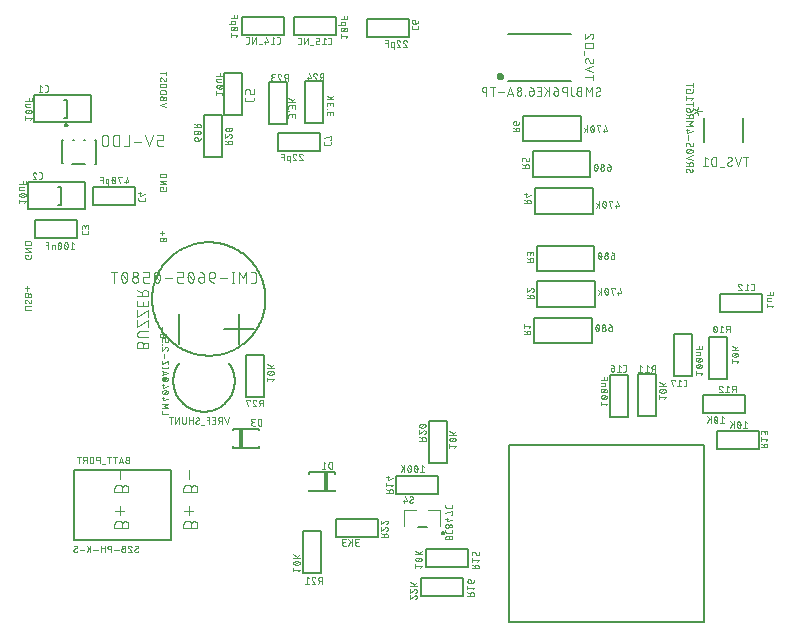
<source format=gbr>
G04 EAGLE Gerber RS-274X export*
G75*
%MOMM*%
%FSLAX34Y34*%
%LPD*%
%INSilkscreen Bottom*%
%IPPOS*%
%AMOC8*
5,1,8,0,0,1.08239X$1,22.5*%
G01*
%ADD10C,0.152400*%
%ADD11C,0.050800*%
%ADD12C,0.076200*%
%ADD13R,0.400000X1.600000*%
%ADD14C,0.127000*%
%ADD15C,0.101600*%
%ADD16C,0.120000*%
%ADD17C,0.200000*%
%ADD18C,0.025400*%
%ADD19C,0.300000*%


D10*
X660380Y290320D02*
X624820Y290320D01*
X624820Y275080D01*
X660380Y275080D01*
X660380Y290320D01*
D11*
X652204Y293094D02*
X650962Y293094D01*
X652204Y293094D02*
X652274Y293096D01*
X652343Y293102D01*
X652412Y293112D01*
X652480Y293125D01*
X652548Y293143D01*
X652614Y293164D01*
X652679Y293189D01*
X652743Y293217D01*
X652805Y293249D01*
X652865Y293284D01*
X652923Y293323D01*
X652978Y293365D01*
X653032Y293410D01*
X653082Y293458D01*
X653130Y293508D01*
X653175Y293562D01*
X653217Y293617D01*
X653256Y293675D01*
X653291Y293735D01*
X653323Y293797D01*
X653351Y293861D01*
X653376Y293926D01*
X653397Y293992D01*
X653415Y294060D01*
X653428Y294128D01*
X653438Y294197D01*
X653444Y294266D01*
X653446Y294336D01*
X653446Y297440D01*
X653444Y297510D01*
X653438Y297579D01*
X653428Y297648D01*
X653415Y297716D01*
X653397Y297784D01*
X653376Y297850D01*
X653351Y297915D01*
X653323Y297979D01*
X653291Y298041D01*
X653256Y298101D01*
X653217Y298159D01*
X653175Y298214D01*
X653130Y298268D01*
X653082Y298318D01*
X653032Y298366D01*
X652978Y298411D01*
X652923Y298453D01*
X652865Y298492D01*
X652805Y298527D01*
X652743Y298559D01*
X652679Y298587D01*
X652614Y298612D01*
X652548Y298633D01*
X652480Y298651D01*
X652412Y298664D01*
X652343Y298674D01*
X652274Y298680D01*
X652204Y298682D01*
X650962Y298682D01*
X648858Y297440D02*
X647306Y298682D01*
X647306Y293094D01*
X648858Y293094D02*
X645753Y293094D01*
X640267Y297285D02*
X640269Y297358D01*
X640275Y297431D01*
X640284Y297504D01*
X640298Y297575D01*
X640315Y297647D01*
X640335Y297717D01*
X640360Y297786D01*
X640388Y297853D01*
X640419Y297919D01*
X640454Y297984D01*
X640492Y298046D01*
X640534Y298106D01*
X640578Y298164D01*
X640626Y298220D01*
X640676Y298273D01*
X640729Y298323D01*
X640785Y298371D01*
X640843Y298415D01*
X640903Y298457D01*
X640966Y298495D01*
X641030Y298530D01*
X641096Y298561D01*
X641163Y298589D01*
X641232Y298614D01*
X641302Y298634D01*
X641374Y298651D01*
X641445Y298665D01*
X641518Y298674D01*
X641591Y298680D01*
X641664Y298682D01*
X641748Y298680D01*
X641831Y298674D01*
X641914Y298665D01*
X641996Y298651D01*
X642078Y298634D01*
X642159Y298612D01*
X642239Y298587D01*
X642317Y298559D01*
X642395Y298527D01*
X642470Y298491D01*
X642544Y298452D01*
X642616Y298409D01*
X642686Y298363D01*
X642753Y298314D01*
X642819Y298261D01*
X642881Y298206D01*
X642941Y298148D01*
X642999Y298087D01*
X643053Y298024D01*
X643105Y297958D01*
X643153Y297890D01*
X643198Y297819D01*
X643240Y297747D01*
X643278Y297672D01*
X643313Y297596D01*
X643344Y297519D01*
X643372Y297440D01*
X640733Y296199D02*
X640679Y296252D01*
X640628Y296309D01*
X640580Y296368D01*
X640535Y296429D01*
X640494Y296492D01*
X640455Y296558D01*
X640420Y296625D01*
X640388Y296694D01*
X640360Y296765D01*
X640336Y296836D01*
X640315Y296909D01*
X640298Y296983D01*
X640284Y297058D01*
X640275Y297133D01*
X640269Y297209D01*
X640267Y297285D01*
X640733Y296198D02*
X643371Y293094D01*
X640267Y293094D01*
X668800Y278654D02*
X670042Y280206D01*
X664454Y280206D01*
X664454Y278654D02*
X664454Y281758D01*
X665385Y284268D02*
X668179Y284268D01*
X665385Y284268D02*
X665327Y284270D01*
X665268Y284275D01*
X665211Y284284D01*
X665153Y284297D01*
X665097Y284314D01*
X665042Y284333D01*
X664989Y284357D01*
X664936Y284383D01*
X664886Y284413D01*
X664838Y284446D01*
X664792Y284482D01*
X664748Y284520D01*
X664706Y284562D01*
X664668Y284606D01*
X664632Y284652D01*
X664599Y284700D01*
X664569Y284750D01*
X664543Y284803D01*
X664519Y284856D01*
X664500Y284911D01*
X664483Y284967D01*
X664470Y285025D01*
X664461Y285082D01*
X664456Y285141D01*
X664454Y285199D01*
X664454Y286751D01*
X668179Y286751D01*
X670042Y289455D02*
X664454Y289455D01*
X670042Y289455D02*
X670042Y291938D01*
X667558Y291938D02*
X667558Y289455D01*
D10*
X255764Y509222D02*
X220204Y509222D01*
X255764Y509222D02*
X255764Y524462D01*
X220204Y524462D01*
X220204Y509222D01*
D11*
X249712Y502008D02*
X250954Y502008D01*
X251024Y502010D01*
X251093Y502016D01*
X251162Y502026D01*
X251230Y502039D01*
X251298Y502057D01*
X251364Y502078D01*
X251429Y502103D01*
X251493Y502131D01*
X251555Y502163D01*
X251615Y502198D01*
X251673Y502237D01*
X251728Y502279D01*
X251782Y502324D01*
X251832Y502372D01*
X251880Y502422D01*
X251925Y502476D01*
X251967Y502531D01*
X252006Y502589D01*
X252041Y502649D01*
X252073Y502711D01*
X252101Y502775D01*
X252126Y502840D01*
X252147Y502906D01*
X252165Y502974D01*
X252178Y503042D01*
X252188Y503111D01*
X252194Y503180D01*
X252196Y503250D01*
X252196Y506354D01*
X252194Y506424D01*
X252188Y506493D01*
X252178Y506562D01*
X252165Y506630D01*
X252147Y506698D01*
X252126Y506764D01*
X252101Y506829D01*
X252073Y506893D01*
X252041Y506955D01*
X252006Y507015D01*
X251967Y507073D01*
X251925Y507128D01*
X251880Y507182D01*
X251832Y507232D01*
X251782Y507280D01*
X251728Y507325D01*
X251673Y507367D01*
X251615Y507406D01*
X251555Y507441D01*
X251493Y507473D01*
X251429Y507501D01*
X251364Y507526D01*
X251298Y507547D01*
X251230Y507565D01*
X251162Y507578D01*
X251093Y507588D01*
X251024Y507594D01*
X250954Y507596D01*
X249712Y507596D01*
X247608Y506354D02*
X246056Y507596D01*
X246056Y502008D01*
X247608Y502008D02*
X244503Y502008D01*
X242121Y503250D02*
X240880Y507596D01*
X242121Y503250D02*
X239017Y503250D01*
X239948Y504492D02*
X239948Y502008D01*
X236873Y501387D02*
X234390Y501387D01*
X232063Y502008D02*
X232063Y507596D01*
X228959Y502008D01*
X228959Y507596D01*
X225168Y502008D02*
X223927Y502008D01*
X225168Y502008D02*
X225238Y502010D01*
X225307Y502016D01*
X225376Y502026D01*
X225444Y502039D01*
X225512Y502057D01*
X225578Y502078D01*
X225643Y502103D01*
X225707Y502131D01*
X225769Y502163D01*
X225829Y502198D01*
X225887Y502237D01*
X225942Y502279D01*
X225996Y502324D01*
X226046Y502372D01*
X226094Y502422D01*
X226139Y502476D01*
X226181Y502531D01*
X226220Y502589D01*
X226255Y502649D01*
X226287Y502711D01*
X226315Y502775D01*
X226340Y502840D01*
X226361Y502906D01*
X226379Y502974D01*
X226392Y503042D01*
X226402Y503111D01*
X226408Y503180D01*
X226410Y503250D01*
X226410Y506354D01*
X226408Y506424D01*
X226402Y506493D01*
X226392Y506562D01*
X226379Y506630D01*
X226361Y506698D01*
X226340Y506764D01*
X226315Y506829D01*
X226287Y506893D01*
X226255Y506955D01*
X226220Y507015D01*
X226181Y507073D01*
X226139Y507128D01*
X226094Y507182D01*
X226046Y507232D01*
X225996Y507280D01*
X225942Y507325D01*
X225887Y507367D01*
X225829Y507406D01*
X225769Y507441D01*
X225707Y507473D01*
X225643Y507501D01*
X225578Y507526D01*
X225512Y507547D01*
X225444Y507565D01*
X225376Y507578D01*
X225307Y507588D01*
X225238Y507594D01*
X225168Y507596D01*
X223927Y507596D01*
X216198Y509244D02*
X214956Y507692D01*
X216198Y509244D02*
X210610Y509244D01*
X210610Y507692D02*
X210610Y510797D01*
X213404Y513178D02*
X213535Y513180D01*
X213665Y513185D01*
X213795Y513195D01*
X213925Y513208D01*
X214055Y513224D01*
X214184Y513244D01*
X214312Y513268D01*
X214439Y513296D01*
X214566Y513327D01*
X214692Y513362D01*
X214817Y513400D01*
X214941Y513442D01*
X215063Y513487D01*
X215184Y513536D01*
X215304Y513588D01*
X215422Y513644D01*
X215482Y513667D01*
X215542Y513693D01*
X215599Y513722D01*
X215655Y513755D01*
X215709Y513791D01*
X215761Y513829D01*
X215811Y513871D01*
X215858Y513915D01*
X215903Y513962D01*
X215945Y514012D01*
X215984Y514063D01*
X216020Y514117D01*
X216053Y514173D01*
X216083Y514230D01*
X216110Y514289D01*
X216133Y514350D01*
X216153Y514411D01*
X216169Y514474D01*
X216182Y514538D01*
X216191Y514602D01*
X216196Y514666D01*
X216198Y514731D01*
X216196Y514796D01*
X216191Y514860D01*
X216182Y514924D01*
X216169Y514988D01*
X216153Y515051D01*
X216133Y515112D01*
X216110Y515173D01*
X216083Y515232D01*
X216053Y515289D01*
X216020Y515345D01*
X215984Y515399D01*
X215945Y515450D01*
X215903Y515500D01*
X215858Y515547D01*
X215811Y515591D01*
X215761Y515633D01*
X215709Y515671D01*
X215655Y515707D01*
X215599Y515740D01*
X215542Y515769D01*
X215482Y515795D01*
X215422Y515818D01*
X215422Y515817D02*
X215304Y515873D01*
X215184Y515925D01*
X215063Y515974D01*
X214941Y516019D01*
X214817Y516061D01*
X214692Y516099D01*
X214566Y516134D01*
X214440Y516165D01*
X214312Y516193D01*
X214184Y516217D01*
X214055Y516237D01*
X213925Y516253D01*
X213795Y516266D01*
X213665Y516276D01*
X213535Y516281D01*
X213404Y516283D01*
X213404Y513179D02*
X213273Y513181D01*
X213143Y513186D01*
X213013Y513196D01*
X212883Y513209D01*
X212753Y513225D01*
X212624Y513245D01*
X212496Y513269D01*
X212369Y513297D01*
X212242Y513328D01*
X212116Y513363D01*
X211991Y513401D01*
X211867Y513443D01*
X211745Y513488D01*
X211624Y513537D01*
X211504Y513589D01*
X211386Y513645D01*
X211386Y513644D02*
X211326Y513667D01*
X211266Y513693D01*
X211209Y513722D01*
X211153Y513755D01*
X211099Y513791D01*
X211047Y513829D01*
X210997Y513871D01*
X210950Y513915D01*
X210905Y513962D01*
X210863Y514012D01*
X210824Y514063D01*
X210788Y514117D01*
X210755Y514173D01*
X210725Y514230D01*
X210698Y514289D01*
X210675Y514350D01*
X210655Y514411D01*
X210639Y514474D01*
X210626Y514538D01*
X210617Y514602D01*
X210612Y514666D01*
X210610Y514731D01*
X211386Y515817D02*
X211504Y515873D01*
X211624Y515925D01*
X211745Y515974D01*
X211867Y516019D01*
X211991Y516061D01*
X212116Y516099D01*
X212242Y516134D01*
X212368Y516165D01*
X212496Y516193D01*
X212624Y516217D01*
X212753Y516237D01*
X212883Y516253D01*
X213013Y516266D01*
X213143Y516276D01*
X213273Y516281D01*
X213404Y516283D01*
X211386Y515818D02*
X211326Y515795D01*
X211266Y515769D01*
X211209Y515740D01*
X211153Y515707D01*
X211099Y515671D01*
X211047Y515633D01*
X210997Y515591D01*
X210950Y515547D01*
X210905Y515500D01*
X210863Y515450D01*
X210824Y515399D01*
X210788Y515345D01*
X210755Y515289D01*
X210725Y515232D01*
X210698Y515173D01*
X210675Y515112D01*
X210655Y515051D01*
X210639Y514988D01*
X210626Y514924D01*
X210617Y514860D01*
X210612Y514796D01*
X210610Y514731D01*
X211852Y513489D02*
X214956Y515972D01*
X214335Y518821D02*
X208747Y518821D01*
X214335Y518821D02*
X214335Y520373D01*
X214333Y520431D01*
X214328Y520490D01*
X214319Y520547D01*
X214306Y520605D01*
X214289Y520661D01*
X214270Y520716D01*
X214246Y520769D01*
X214220Y520822D01*
X214190Y520872D01*
X214157Y520920D01*
X214121Y520966D01*
X214083Y521010D01*
X214041Y521052D01*
X213997Y521090D01*
X213951Y521126D01*
X213903Y521159D01*
X213853Y521189D01*
X213800Y521215D01*
X213747Y521239D01*
X213692Y521258D01*
X213636Y521275D01*
X213578Y521288D01*
X213521Y521297D01*
X213462Y521302D01*
X213404Y521304D01*
X213404Y521305D02*
X211541Y521305D01*
X211541Y521304D02*
X211483Y521302D01*
X211424Y521297D01*
X211367Y521288D01*
X211309Y521275D01*
X211253Y521258D01*
X211198Y521239D01*
X211145Y521215D01*
X211092Y521189D01*
X211042Y521159D01*
X210994Y521126D01*
X210948Y521090D01*
X210904Y521052D01*
X210862Y521010D01*
X210824Y520966D01*
X210788Y520920D01*
X210755Y520872D01*
X210725Y520822D01*
X210699Y520769D01*
X210675Y520716D01*
X210656Y520661D01*
X210639Y520605D01*
X210626Y520547D01*
X210617Y520490D01*
X210612Y520431D01*
X210610Y520373D01*
X210610Y518821D01*
X210610Y523796D02*
X216198Y523796D01*
X216198Y526280D01*
X213714Y526280D02*
X213714Y523796D01*
D10*
X264346Y524386D02*
X299906Y524386D01*
X264346Y524386D02*
X264346Y509146D01*
X299906Y509146D01*
X299906Y524386D01*
D11*
X294592Y501338D02*
X293350Y501338D01*
X294592Y501338D02*
X294662Y501340D01*
X294731Y501346D01*
X294800Y501356D01*
X294868Y501369D01*
X294936Y501387D01*
X295002Y501408D01*
X295067Y501433D01*
X295131Y501461D01*
X295193Y501493D01*
X295253Y501528D01*
X295311Y501567D01*
X295366Y501609D01*
X295420Y501654D01*
X295470Y501702D01*
X295518Y501752D01*
X295563Y501806D01*
X295605Y501861D01*
X295644Y501919D01*
X295679Y501979D01*
X295711Y502041D01*
X295739Y502105D01*
X295764Y502170D01*
X295785Y502236D01*
X295803Y502304D01*
X295816Y502372D01*
X295826Y502441D01*
X295832Y502510D01*
X295834Y502580D01*
X295834Y505684D01*
X295832Y505754D01*
X295826Y505823D01*
X295816Y505892D01*
X295803Y505960D01*
X295785Y506028D01*
X295764Y506094D01*
X295739Y506159D01*
X295711Y506223D01*
X295679Y506285D01*
X295644Y506345D01*
X295605Y506403D01*
X295563Y506458D01*
X295518Y506512D01*
X295470Y506562D01*
X295420Y506610D01*
X295366Y506655D01*
X295311Y506697D01*
X295253Y506736D01*
X295193Y506771D01*
X295131Y506803D01*
X295067Y506831D01*
X295002Y506856D01*
X294936Y506877D01*
X294868Y506895D01*
X294800Y506908D01*
X294731Y506918D01*
X294662Y506924D01*
X294592Y506926D01*
X293350Y506926D01*
X291246Y505684D02*
X289694Y506926D01*
X289694Y501338D01*
X291246Y501338D02*
X288141Y501338D01*
X285759Y501338D02*
X283897Y501338D01*
X283827Y501340D01*
X283758Y501346D01*
X283689Y501356D01*
X283621Y501369D01*
X283553Y501387D01*
X283487Y501408D01*
X283422Y501433D01*
X283358Y501461D01*
X283296Y501493D01*
X283236Y501528D01*
X283178Y501567D01*
X283123Y501609D01*
X283069Y501654D01*
X283019Y501702D01*
X282971Y501752D01*
X282926Y501806D01*
X282884Y501861D01*
X282845Y501919D01*
X282810Y501979D01*
X282778Y502041D01*
X282750Y502105D01*
X282725Y502170D01*
X282704Y502236D01*
X282686Y502304D01*
X282673Y502372D01*
X282663Y502441D01*
X282657Y502510D01*
X282655Y502580D01*
X282655Y503201D01*
X282657Y503271D01*
X282663Y503340D01*
X282673Y503409D01*
X282686Y503477D01*
X282704Y503545D01*
X282725Y503611D01*
X282750Y503676D01*
X282778Y503740D01*
X282810Y503802D01*
X282845Y503862D01*
X282884Y503920D01*
X282926Y503975D01*
X282971Y504029D01*
X283019Y504079D01*
X283069Y504127D01*
X283123Y504172D01*
X283178Y504214D01*
X283236Y504253D01*
X283296Y504288D01*
X283358Y504320D01*
X283422Y504348D01*
X283487Y504373D01*
X283553Y504394D01*
X283621Y504412D01*
X283689Y504425D01*
X283758Y504435D01*
X283827Y504441D01*
X283897Y504443D01*
X283897Y504442D02*
X285759Y504442D01*
X285759Y506926D01*
X282655Y506926D01*
X280511Y500717D02*
X278028Y500717D01*
X275701Y501338D02*
X275701Y506926D01*
X272597Y501338D01*
X272597Y506926D01*
X268806Y501338D02*
X267565Y501338D01*
X268806Y501338D02*
X268876Y501340D01*
X268945Y501346D01*
X269014Y501356D01*
X269082Y501369D01*
X269150Y501387D01*
X269216Y501408D01*
X269281Y501433D01*
X269345Y501461D01*
X269407Y501493D01*
X269467Y501528D01*
X269525Y501567D01*
X269580Y501609D01*
X269634Y501654D01*
X269684Y501702D01*
X269732Y501752D01*
X269777Y501806D01*
X269819Y501861D01*
X269858Y501919D01*
X269893Y501979D01*
X269925Y502041D01*
X269953Y502105D01*
X269978Y502170D01*
X269999Y502236D01*
X270017Y502304D01*
X270030Y502372D01*
X270040Y502441D01*
X270046Y502510D01*
X270048Y502580D01*
X270048Y505684D01*
X270046Y505754D01*
X270040Y505823D01*
X270030Y505892D01*
X270017Y505960D01*
X269999Y506028D01*
X269978Y506094D01*
X269953Y506159D01*
X269925Y506223D01*
X269893Y506285D01*
X269858Y506345D01*
X269819Y506403D01*
X269777Y506458D01*
X269732Y506512D01*
X269684Y506562D01*
X269634Y506610D01*
X269580Y506655D01*
X269525Y506697D01*
X269467Y506736D01*
X269407Y506771D01*
X269345Y506803D01*
X269281Y506831D01*
X269216Y506856D01*
X269150Y506877D01*
X269082Y506895D01*
X269014Y506908D01*
X268945Y506918D01*
X268876Y506924D01*
X268806Y506926D01*
X267565Y506926D01*
X308010Y506846D02*
X309252Y508398D01*
X303664Y508398D01*
X303664Y506846D02*
X303664Y509950D01*
X306458Y512332D02*
X306589Y512334D01*
X306719Y512339D01*
X306849Y512349D01*
X306979Y512362D01*
X307109Y512378D01*
X307238Y512398D01*
X307366Y512422D01*
X307493Y512450D01*
X307620Y512481D01*
X307746Y512516D01*
X307871Y512554D01*
X307995Y512596D01*
X308117Y512641D01*
X308238Y512690D01*
X308358Y512742D01*
X308476Y512798D01*
X308536Y512821D01*
X308596Y512847D01*
X308653Y512876D01*
X308709Y512909D01*
X308763Y512945D01*
X308815Y512983D01*
X308865Y513025D01*
X308912Y513069D01*
X308957Y513116D01*
X308999Y513166D01*
X309038Y513217D01*
X309074Y513271D01*
X309107Y513327D01*
X309137Y513384D01*
X309164Y513443D01*
X309187Y513504D01*
X309207Y513565D01*
X309223Y513628D01*
X309236Y513692D01*
X309245Y513756D01*
X309250Y513820D01*
X309252Y513885D01*
X309250Y513950D01*
X309245Y514014D01*
X309236Y514078D01*
X309223Y514142D01*
X309207Y514205D01*
X309187Y514266D01*
X309164Y514327D01*
X309137Y514386D01*
X309107Y514443D01*
X309074Y514499D01*
X309038Y514553D01*
X308999Y514604D01*
X308957Y514654D01*
X308912Y514701D01*
X308865Y514745D01*
X308815Y514787D01*
X308763Y514825D01*
X308709Y514861D01*
X308653Y514894D01*
X308596Y514923D01*
X308536Y514949D01*
X308476Y514972D01*
X308476Y514971D02*
X308358Y515027D01*
X308238Y515079D01*
X308117Y515128D01*
X307995Y515173D01*
X307871Y515215D01*
X307746Y515253D01*
X307620Y515288D01*
X307494Y515319D01*
X307366Y515347D01*
X307238Y515371D01*
X307109Y515391D01*
X306979Y515407D01*
X306849Y515420D01*
X306719Y515430D01*
X306589Y515435D01*
X306458Y515437D01*
X306458Y512333D02*
X306327Y512335D01*
X306197Y512340D01*
X306067Y512350D01*
X305937Y512363D01*
X305807Y512379D01*
X305678Y512399D01*
X305550Y512423D01*
X305423Y512451D01*
X305296Y512482D01*
X305170Y512517D01*
X305045Y512555D01*
X304921Y512597D01*
X304799Y512642D01*
X304678Y512691D01*
X304558Y512743D01*
X304440Y512799D01*
X304440Y512798D02*
X304380Y512821D01*
X304320Y512847D01*
X304263Y512876D01*
X304207Y512909D01*
X304153Y512945D01*
X304101Y512983D01*
X304051Y513025D01*
X304004Y513069D01*
X303959Y513116D01*
X303917Y513166D01*
X303878Y513217D01*
X303842Y513271D01*
X303809Y513327D01*
X303779Y513384D01*
X303752Y513443D01*
X303729Y513504D01*
X303709Y513565D01*
X303693Y513628D01*
X303680Y513692D01*
X303671Y513756D01*
X303666Y513820D01*
X303664Y513885D01*
X304440Y514971D02*
X304558Y515027D01*
X304678Y515079D01*
X304799Y515128D01*
X304921Y515173D01*
X305045Y515215D01*
X305170Y515253D01*
X305296Y515288D01*
X305422Y515319D01*
X305550Y515347D01*
X305678Y515371D01*
X305807Y515391D01*
X305937Y515407D01*
X306067Y515420D01*
X306197Y515430D01*
X306327Y515435D01*
X306458Y515437D01*
X304440Y514972D02*
X304380Y514949D01*
X304320Y514923D01*
X304263Y514894D01*
X304207Y514861D01*
X304153Y514825D01*
X304101Y514787D01*
X304051Y514745D01*
X304004Y514701D01*
X303959Y514654D01*
X303917Y514604D01*
X303878Y514553D01*
X303842Y514499D01*
X303809Y514443D01*
X303779Y514386D01*
X303752Y514327D01*
X303729Y514266D01*
X303709Y514205D01*
X303693Y514142D01*
X303680Y514078D01*
X303671Y514014D01*
X303666Y513950D01*
X303664Y513885D01*
X304906Y512643D02*
X308010Y515126D01*
X307389Y517975D02*
X301801Y517975D01*
X307389Y517975D02*
X307389Y519527D01*
X307387Y519585D01*
X307382Y519644D01*
X307373Y519701D01*
X307360Y519759D01*
X307343Y519815D01*
X307324Y519870D01*
X307300Y519923D01*
X307274Y519976D01*
X307244Y520026D01*
X307211Y520074D01*
X307175Y520120D01*
X307137Y520164D01*
X307095Y520206D01*
X307051Y520244D01*
X307005Y520280D01*
X306957Y520313D01*
X306907Y520343D01*
X306854Y520369D01*
X306801Y520393D01*
X306746Y520412D01*
X306690Y520429D01*
X306632Y520442D01*
X306575Y520451D01*
X306516Y520456D01*
X306458Y520458D01*
X306458Y520459D02*
X304595Y520459D01*
X304595Y520458D02*
X304537Y520456D01*
X304478Y520451D01*
X304421Y520442D01*
X304363Y520429D01*
X304307Y520412D01*
X304252Y520393D01*
X304199Y520369D01*
X304146Y520343D01*
X304096Y520313D01*
X304048Y520280D01*
X304002Y520244D01*
X303958Y520206D01*
X303916Y520164D01*
X303878Y520120D01*
X303842Y520074D01*
X303809Y520026D01*
X303779Y519976D01*
X303753Y519923D01*
X303729Y519870D01*
X303710Y519815D01*
X303693Y519759D01*
X303680Y519701D01*
X303671Y519644D01*
X303666Y519585D01*
X303664Y519527D01*
X303664Y517975D01*
X303664Y522950D02*
X309252Y522950D01*
X309252Y525434D01*
X306768Y525434D02*
X306768Y522950D01*
D10*
X80100Y337420D02*
X44540Y337420D01*
X80100Y337420D02*
X80100Y352660D01*
X44540Y352660D01*
X44540Y337420D01*
D11*
X84334Y341776D02*
X84334Y343018D01*
X84334Y341776D02*
X84336Y341706D01*
X84342Y341637D01*
X84352Y341568D01*
X84365Y341500D01*
X84383Y341432D01*
X84404Y341366D01*
X84429Y341301D01*
X84457Y341237D01*
X84489Y341175D01*
X84524Y341115D01*
X84563Y341057D01*
X84605Y341002D01*
X84650Y340948D01*
X84698Y340898D01*
X84748Y340850D01*
X84802Y340805D01*
X84857Y340763D01*
X84915Y340724D01*
X84975Y340689D01*
X85037Y340657D01*
X85101Y340629D01*
X85166Y340604D01*
X85232Y340583D01*
X85300Y340565D01*
X85368Y340552D01*
X85437Y340542D01*
X85506Y340536D01*
X85576Y340534D01*
X88680Y340534D01*
X88750Y340536D01*
X88819Y340542D01*
X88888Y340552D01*
X88956Y340565D01*
X89024Y340583D01*
X89090Y340604D01*
X89155Y340629D01*
X89219Y340657D01*
X89281Y340689D01*
X89341Y340724D01*
X89399Y340763D01*
X89454Y340805D01*
X89508Y340850D01*
X89558Y340898D01*
X89606Y340948D01*
X89651Y341002D01*
X89693Y341057D01*
X89732Y341115D01*
X89767Y341175D01*
X89799Y341237D01*
X89827Y341301D01*
X89852Y341366D01*
X89873Y341432D01*
X89891Y341500D01*
X89904Y341568D01*
X89914Y341637D01*
X89920Y341706D01*
X89922Y341776D01*
X89922Y343018D01*
X84334Y345122D02*
X84334Y346674D01*
X84336Y346751D01*
X84342Y346829D01*
X84351Y346905D01*
X84365Y346982D01*
X84382Y347057D01*
X84403Y347131D01*
X84428Y347205D01*
X84456Y347277D01*
X84488Y347347D01*
X84523Y347416D01*
X84562Y347483D01*
X84604Y347548D01*
X84649Y347611D01*
X84697Y347672D01*
X84748Y347730D01*
X84802Y347785D01*
X84859Y347838D01*
X84918Y347887D01*
X84980Y347934D01*
X85044Y347978D01*
X85110Y348018D01*
X85178Y348055D01*
X85248Y348089D01*
X85319Y348119D01*
X85392Y348145D01*
X85466Y348168D01*
X85541Y348187D01*
X85616Y348202D01*
X85693Y348214D01*
X85770Y348222D01*
X85847Y348226D01*
X85925Y348226D01*
X86002Y348222D01*
X86079Y348214D01*
X86156Y348202D01*
X86231Y348187D01*
X86306Y348168D01*
X86380Y348145D01*
X86453Y348119D01*
X86524Y348089D01*
X86594Y348055D01*
X86662Y348018D01*
X86728Y347978D01*
X86792Y347934D01*
X86854Y347887D01*
X86913Y347838D01*
X86970Y347785D01*
X87024Y347730D01*
X87075Y347672D01*
X87123Y347611D01*
X87168Y347548D01*
X87210Y347483D01*
X87249Y347416D01*
X87284Y347347D01*
X87316Y347277D01*
X87344Y347205D01*
X87369Y347131D01*
X87390Y347057D01*
X87407Y346982D01*
X87421Y346905D01*
X87430Y346829D01*
X87436Y346751D01*
X87438Y346674D01*
X89922Y346985D02*
X89922Y345122D01*
X89922Y346985D02*
X89920Y347055D01*
X89914Y347124D01*
X89904Y347193D01*
X89891Y347261D01*
X89873Y347329D01*
X89852Y347395D01*
X89827Y347460D01*
X89799Y347524D01*
X89767Y347586D01*
X89732Y347646D01*
X89693Y347704D01*
X89651Y347759D01*
X89606Y347813D01*
X89558Y347863D01*
X89508Y347911D01*
X89454Y347956D01*
X89399Y347998D01*
X89341Y348037D01*
X89281Y348072D01*
X89219Y348104D01*
X89155Y348132D01*
X89090Y348157D01*
X89024Y348178D01*
X88956Y348196D01*
X88888Y348209D01*
X88819Y348219D01*
X88750Y348225D01*
X88680Y348227D01*
X88610Y348225D01*
X88541Y348219D01*
X88472Y348209D01*
X88404Y348196D01*
X88336Y348178D01*
X88270Y348157D01*
X88205Y348132D01*
X88141Y348104D01*
X88079Y348072D01*
X88019Y348037D01*
X87961Y347998D01*
X87906Y347956D01*
X87852Y347911D01*
X87802Y347863D01*
X87754Y347813D01*
X87709Y347759D01*
X87667Y347704D01*
X87628Y347646D01*
X87593Y347586D01*
X87561Y347524D01*
X87533Y347460D01*
X87508Y347395D01*
X87487Y347329D01*
X87469Y347261D01*
X87456Y347193D01*
X87446Y347124D01*
X87440Y347055D01*
X87438Y346985D01*
X87438Y345743D01*
X78091Y332504D02*
X76539Y333746D01*
X76539Y328158D01*
X78091Y328158D02*
X74987Y328158D01*
X72605Y330952D02*
X72603Y331083D01*
X72598Y331213D01*
X72588Y331343D01*
X72575Y331473D01*
X72559Y331603D01*
X72539Y331732D01*
X72515Y331860D01*
X72487Y331987D01*
X72456Y332114D01*
X72421Y332240D01*
X72383Y332365D01*
X72341Y332489D01*
X72296Y332611D01*
X72247Y332732D01*
X72195Y332852D01*
X72139Y332970D01*
X72140Y332970D02*
X72117Y333030D01*
X72091Y333090D01*
X72062Y333147D01*
X72029Y333203D01*
X71993Y333257D01*
X71955Y333309D01*
X71913Y333359D01*
X71869Y333406D01*
X71822Y333451D01*
X71772Y333493D01*
X71721Y333532D01*
X71667Y333568D01*
X71611Y333601D01*
X71554Y333631D01*
X71495Y333658D01*
X71434Y333681D01*
X71373Y333701D01*
X71310Y333717D01*
X71246Y333730D01*
X71182Y333739D01*
X71118Y333744D01*
X71053Y333746D01*
X70988Y333744D01*
X70924Y333739D01*
X70860Y333730D01*
X70796Y333717D01*
X70733Y333701D01*
X70672Y333681D01*
X70611Y333658D01*
X70552Y333631D01*
X70495Y333601D01*
X70439Y333568D01*
X70385Y333532D01*
X70334Y333493D01*
X70284Y333451D01*
X70237Y333406D01*
X70193Y333359D01*
X70151Y333309D01*
X70113Y333257D01*
X70077Y333203D01*
X70044Y333147D01*
X70015Y333090D01*
X69989Y333030D01*
X69966Y332970D01*
X69910Y332852D01*
X69858Y332732D01*
X69809Y332611D01*
X69764Y332489D01*
X69722Y332365D01*
X69684Y332240D01*
X69649Y332114D01*
X69618Y331988D01*
X69590Y331860D01*
X69566Y331732D01*
X69546Y331603D01*
X69530Y331473D01*
X69517Y331343D01*
X69507Y331213D01*
X69502Y331083D01*
X69500Y330952D01*
X72605Y330952D02*
X72603Y330821D01*
X72598Y330691D01*
X72588Y330561D01*
X72575Y330431D01*
X72559Y330301D01*
X72539Y330173D01*
X72515Y330044D01*
X72487Y329917D01*
X72456Y329790D01*
X72421Y329664D01*
X72383Y329539D01*
X72341Y329416D01*
X72296Y329293D01*
X72247Y329172D01*
X72195Y329052D01*
X72139Y328934D01*
X72140Y328934D02*
X72117Y328874D01*
X72091Y328814D01*
X72062Y328757D01*
X72029Y328701D01*
X71993Y328647D01*
X71955Y328595D01*
X71913Y328545D01*
X71869Y328498D01*
X71822Y328453D01*
X71772Y328411D01*
X71721Y328372D01*
X71667Y328336D01*
X71611Y328303D01*
X71554Y328273D01*
X71495Y328246D01*
X71434Y328223D01*
X71373Y328203D01*
X71310Y328187D01*
X71246Y328174D01*
X71182Y328165D01*
X71118Y328160D01*
X71053Y328158D01*
X69966Y328934D02*
X69910Y329052D01*
X69858Y329172D01*
X69809Y329293D01*
X69764Y329415D01*
X69722Y329539D01*
X69684Y329664D01*
X69649Y329790D01*
X69618Y329916D01*
X69590Y330044D01*
X69566Y330172D01*
X69546Y330301D01*
X69530Y330431D01*
X69517Y330561D01*
X69507Y330691D01*
X69502Y330821D01*
X69500Y330952D01*
X69966Y328934D02*
X69989Y328874D01*
X70015Y328814D01*
X70044Y328757D01*
X70077Y328701D01*
X70113Y328647D01*
X70151Y328595D01*
X70193Y328545D01*
X70237Y328498D01*
X70284Y328453D01*
X70334Y328411D01*
X70385Y328372D01*
X70439Y328336D01*
X70495Y328303D01*
X70552Y328273D01*
X70611Y328246D01*
X70672Y328223D01*
X70733Y328203D01*
X70796Y328187D01*
X70860Y328174D01*
X70924Y328165D01*
X70988Y328160D01*
X71053Y328158D01*
X72294Y329400D02*
X69811Y332504D01*
X67118Y330952D02*
X67116Y331083D01*
X67111Y331213D01*
X67101Y331343D01*
X67088Y331473D01*
X67072Y331603D01*
X67052Y331732D01*
X67028Y331860D01*
X67000Y331987D01*
X66969Y332114D01*
X66934Y332240D01*
X66896Y332365D01*
X66854Y332489D01*
X66809Y332611D01*
X66760Y332732D01*
X66708Y332852D01*
X66652Y332970D01*
X66653Y332970D02*
X66630Y333030D01*
X66604Y333090D01*
X66575Y333147D01*
X66542Y333203D01*
X66506Y333257D01*
X66468Y333309D01*
X66426Y333359D01*
X66382Y333406D01*
X66335Y333451D01*
X66285Y333493D01*
X66234Y333532D01*
X66180Y333568D01*
X66124Y333601D01*
X66067Y333631D01*
X66008Y333658D01*
X65947Y333681D01*
X65886Y333701D01*
X65823Y333717D01*
X65759Y333730D01*
X65695Y333739D01*
X65631Y333744D01*
X65566Y333746D01*
X65501Y333744D01*
X65437Y333739D01*
X65373Y333730D01*
X65309Y333717D01*
X65246Y333701D01*
X65185Y333681D01*
X65124Y333658D01*
X65065Y333631D01*
X65008Y333601D01*
X64952Y333568D01*
X64898Y333532D01*
X64847Y333493D01*
X64797Y333451D01*
X64750Y333406D01*
X64706Y333359D01*
X64664Y333309D01*
X64626Y333257D01*
X64590Y333203D01*
X64557Y333147D01*
X64528Y333090D01*
X64502Y333030D01*
X64479Y332970D01*
X64480Y332970D02*
X64424Y332852D01*
X64372Y332732D01*
X64323Y332611D01*
X64278Y332489D01*
X64236Y332365D01*
X64198Y332240D01*
X64163Y332114D01*
X64132Y331988D01*
X64104Y331860D01*
X64080Y331732D01*
X64060Y331603D01*
X64044Y331473D01*
X64031Y331343D01*
X64021Y331213D01*
X64016Y331083D01*
X64014Y330952D01*
X67118Y330952D02*
X67116Y330821D01*
X67111Y330691D01*
X67101Y330561D01*
X67088Y330431D01*
X67072Y330301D01*
X67052Y330173D01*
X67028Y330044D01*
X67000Y329917D01*
X66969Y329790D01*
X66934Y329664D01*
X66896Y329539D01*
X66854Y329416D01*
X66809Y329293D01*
X66760Y329172D01*
X66708Y329052D01*
X66652Y328934D01*
X66653Y328934D02*
X66630Y328874D01*
X66604Y328814D01*
X66575Y328757D01*
X66542Y328701D01*
X66506Y328647D01*
X66468Y328595D01*
X66426Y328545D01*
X66382Y328498D01*
X66335Y328453D01*
X66285Y328411D01*
X66234Y328372D01*
X66180Y328336D01*
X66124Y328303D01*
X66067Y328273D01*
X66008Y328246D01*
X65947Y328223D01*
X65886Y328203D01*
X65823Y328187D01*
X65759Y328174D01*
X65695Y328165D01*
X65631Y328160D01*
X65566Y328158D01*
X64480Y328934D02*
X64424Y329052D01*
X64372Y329172D01*
X64323Y329293D01*
X64278Y329415D01*
X64236Y329539D01*
X64198Y329664D01*
X64163Y329790D01*
X64132Y329916D01*
X64104Y330044D01*
X64080Y330172D01*
X64060Y330301D01*
X64044Y330431D01*
X64031Y330561D01*
X64021Y330691D01*
X64016Y330821D01*
X64014Y330952D01*
X64479Y328934D02*
X64502Y328874D01*
X64528Y328814D01*
X64557Y328757D01*
X64590Y328701D01*
X64626Y328647D01*
X64664Y328595D01*
X64706Y328545D01*
X64750Y328498D01*
X64797Y328453D01*
X64847Y328411D01*
X64898Y328372D01*
X64952Y328336D01*
X65008Y328303D01*
X65065Y328273D01*
X65124Y328246D01*
X65185Y328223D01*
X65246Y328203D01*
X65309Y328187D01*
X65373Y328174D01*
X65437Y328165D01*
X65501Y328160D01*
X65566Y328158D01*
X66808Y329400D02*
X64324Y332504D01*
X61505Y331883D02*
X61505Y328158D01*
X61505Y331883D02*
X59952Y331883D01*
X59894Y331881D01*
X59835Y331876D01*
X59778Y331867D01*
X59720Y331854D01*
X59664Y331837D01*
X59609Y331818D01*
X59556Y331794D01*
X59503Y331768D01*
X59453Y331738D01*
X59405Y331705D01*
X59359Y331669D01*
X59315Y331631D01*
X59273Y331589D01*
X59235Y331545D01*
X59199Y331499D01*
X59166Y331451D01*
X59136Y331401D01*
X59110Y331348D01*
X59086Y331295D01*
X59067Y331240D01*
X59050Y331184D01*
X59037Y331126D01*
X59028Y331069D01*
X59023Y331010D01*
X59021Y330952D01*
X59021Y328158D01*
X56318Y328158D02*
X56318Y333746D01*
X53834Y333746D01*
X53834Y331262D02*
X56318Y331262D01*
D10*
X220420Y441140D02*
X220420Y476700D01*
X205180Y476700D01*
X205180Y441140D01*
X220420Y441140D01*
D12*
X222741Y454638D02*
X222741Y456275D01*
X222741Y454638D02*
X222743Y454560D01*
X222748Y454482D01*
X222758Y454405D01*
X222771Y454328D01*
X222787Y454252D01*
X222807Y454177D01*
X222831Y454103D01*
X222858Y454030D01*
X222889Y453958D01*
X222923Y453888D01*
X222960Y453820D01*
X223001Y453753D01*
X223045Y453688D01*
X223091Y453626D01*
X223141Y453566D01*
X223193Y453508D01*
X223248Y453453D01*
X223306Y453401D01*
X223366Y453351D01*
X223428Y453305D01*
X223493Y453261D01*
X223560Y453220D01*
X223628Y453183D01*
X223698Y453149D01*
X223770Y453118D01*
X223843Y453091D01*
X223917Y453067D01*
X223992Y453047D01*
X224068Y453031D01*
X224145Y453018D01*
X224222Y453008D01*
X224300Y453003D01*
X224378Y453001D01*
X228470Y453001D01*
X228548Y453003D01*
X228626Y453008D01*
X228703Y453018D01*
X228780Y453031D01*
X228856Y453047D01*
X228931Y453067D01*
X229005Y453091D01*
X229078Y453118D01*
X229150Y453149D01*
X229220Y453183D01*
X229289Y453220D01*
X229355Y453261D01*
X229420Y453305D01*
X229482Y453351D01*
X229542Y453401D01*
X229600Y453453D01*
X229655Y453508D01*
X229707Y453566D01*
X229757Y453626D01*
X229803Y453688D01*
X229847Y453753D01*
X229888Y453820D01*
X229925Y453888D01*
X229959Y453958D01*
X229990Y454030D01*
X230017Y454103D01*
X230041Y454177D01*
X230061Y454252D01*
X230077Y454328D01*
X230090Y454405D01*
X230100Y454482D01*
X230105Y454560D01*
X230107Y454638D01*
X230107Y456275D01*
X222741Y459120D02*
X222741Y461575D01*
X222743Y461655D01*
X222749Y461735D01*
X222759Y461815D01*
X222772Y461894D01*
X222790Y461973D01*
X222811Y462050D01*
X222837Y462126D01*
X222866Y462201D01*
X222898Y462275D01*
X222934Y462347D01*
X222974Y462417D01*
X223017Y462484D01*
X223063Y462550D01*
X223113Y462613D01*
X223165Y462674D01*
X223220Y462733D01*
X223279Y462788D01*
X223339Y462840D01*
X223403Y462890D01*
X223469Y462936D01*
X223536Y462979D01*
X223606Y463019D01*
X223678Y463055D01*
X223752Y463087D01*
X223826Y463116D01*
X223903Y463142D01*
X223980Y463163D01*
X224059Y463181D01*
X224138Y463194D01*
X224218Y463204D01*
X224298Y463210D01*
X224378Y463212D01*
X225196Y463212D01*
X225274Y463210D01*
X225352Y463205D01*
X225429Y463195D01*
X225506Y463182D01*
X225582Y463166D01*
X225657Y463146D01*
X225731Y463122D01*
X225804Y463095D01*
X225876Y463064D01*
X225946Y463030D01*
X226015Y462993D01*
X226081Y462952D01*
X226146Y462908D01*
X226208Y462862D01*
X226268Y462812D01*
X226326Y462760D01*
X226381Y462705D01*
X226433Y462647D01*
X226483Y462587D01*
X226529Y462525D01*
X226573Y462460D01*
X226614Y462394D01*
X226651Y462325D01*
X226685Y462255D01*
X226716Y462183D01*
X226743Y462110D01*
X226767Y462036D01*
X226787Y461961D01*
X226803Y461885D01*
X226816Y461808D01*
X226826Y461731D01*
X226831Y461653D01*
X226833Y461575D01*
X226833Y459120D01*
X230107Y459120D01*
X230107Y463212D01*
D11*
X204106Y459967D02*
X202864Y458415D01*
X204106Y459967D02*
X198518Y459967D01*
X198518Y458415D02*
X198518Y461520D01*
X201312Y463902D02*
X201443Y463904D01*
X201573Y463909D01*
X201703Y463919D01*
X201833Y463932D01*
X201963Y463948D01*
X202092Y463968D01*
X202220Y463992D01*
X202347Y464020D01*
X202474Y464051D01*
X202600Y464086D01*
X202725Y464124D01*
X202849Y464166D01*
X202971Y464211D01*
X203092Y464260D01*
X203212Y464312D01*
X203330Y464368D01*
X203330Y464367D02*
X203390Y464390D01*
X203450Y464416D01*
X203507Y464445D01*
X203563Y464478D01*
X203617Y464514D01*
X203669Y464552D01*
X203719Y464594D01*
X203766Y464638D01*
X203811Y464685D01*
X203853Y464735D01*
X203892Y464786D01*
X203928Y464840D01*
X203961Y464896D01*
X203991Y464953D01*
X204018Y465012D01*
X204041Y465073D01*
X204061Y465134D01*
X204077Y465197D01*
X204090Y465261D01*
X204099Y465325D01*
X204104Y465389D01*
X204106Y465454D01*
X204104Y465519D01*
X204099Y465583D01*
X204090Y465647D01*
X204077Y465711D01*
X204061Y465774D01*
X204041Y465835D01*
X204018Y465896D01*
X203991Y465955D01*
X203961Y466012D01*
X203928Y466068D01*
X203892Y466122D01*
X203853Y466173D01*
X203811Y466223D01*
X203766Y466270D01*
X203719Y466314D01*
X203669Y466356D01*
X203617Y466394D01*
X203563Y466430D01*
X203507Y466463D01*
X203450Y466492D01*
X203390Y466518D01*
X203330Y466541D01*
X203330Y466540D02*
X203212Y466596D01*
X203092Y466648D01*
X202971Y466697D01*
X202849Y466742D01*
X202725Y466784D01*
X202600Y466822D01*
X202474Y466857D01*
X202348Y466888D01*
X202220Y466916D01*
X202092Y466940D01*
X201963Y466960D01*
X201833Y466976D01*
X201703Y466989D01*
X201573Y466999D01*
X201443Y467004D01*
X201312Y467006D01*
X201312Y463902D02*
X201181Y463904D01*
X201051Y463909D01*
X200921Y463919D01*
X200791Y463932D01*
X200661Y463948D01*
X200532Y463968D01*
X200404Y463992D01*
X200277Y464020D01*
X200150Y464051D01*
X200024Y464086D01*
X199899Y464124D01*
X199775Y464166D01*
X199653Y464211D01*
X199532Y464260D01*
X199412Y464312D01*
X199294Y464368D01*
X199294Y464367D02*
X199234Y464390D01*
X199174Y464416D01*
X199117Y464445D01*
X199061Y464478D01*
X199007Y464514D01*
X198955Y464552D01*
X198905Y464594D01*
X198858Y464638D01*
X198813Y464685D01*
X198771Y464735D01*
X198732Y464786D01*
X198696Y464840D01*
X198663Y464896D01*
X198633Y464953D01*
X198606Y465012D01*
X198583Y465073D01*
X198563Y465134D01*
X198547Y465197D01*
X198534Y465261D01*
X198525Y465325D01*
X198520Y465389D01*
X198518Y465454D01*
X199294Y466540D02*
X199412Y466596D01*
X199532Y466648D01*
X199653Y466697D01*
X199775Y466742D01*
X199899Y466784D01*
X200024Y466822D01*
X200150Y466857D01*
X200276Y466888D01*
X200404Y466916D01*
X200532Y466940D01*
X200661Y466960D01*
X200791Y466976D01*
X200921Y466989D01*
X201051Y466999D01*
X201181Y467004D01*
X201312Y467006D01*
X199294Y466541D02*
X199234Y466518D01*
X199174Y466492D01*
X199117Y466463D01*
X199061Y466430D01*
X199007Y466394D01*
X198955Y466356D01*
X198905Y466314D01*
X198858Y466270D01*
X198813Y466223D01*
X198771Y466173D01*
X198732Y466122D01*
X198696Y466068D01*
X198663Y466012D01*
X198633Y465955D01*
X198606Y465896D01*
X198583Y465835D01*
X198563Y465774D01*
X198547Y465711D01*
X198534Y465647D01*
X198525Y465583D01*
X198520Y465519D01*
X198518Y465454D01*
X199760Y464212D02*
X202864Y466696D01*
X202243Y469516D02*
X199449Y469516D01*
X199391Y469518D01*
X199332Y469523D01*
X199275Y469532D01*
X199217Y469545D01*
X199161Y469562D01*
X199106Y469581D01*
X199053Y469605D01*
X199000Y469631D01*
X198950Y469661D01*
X198902Y469694D01*
X198856Y469730D01*
X198812Y469768D01*
X198770Y469810D01*
X198732Y469854D01*
X198696Y469900D01*
X198663Y469948D01*
X198633Y469998D01*
X198607Y470051D01*
X198583Y470104D01*
X198564Y470159D01*
X198547Y470215D01*
X198534Y470273D01*
X198525Y470330D01*
X198520Y470389D01*
X198518Y470447D01*
X198518Y471999D01*
X202243Y471999D01*
X204106Y474702D02*
X198518Y474702D01*
X204106Y474702D02*
X204106Y477186D01*
X201622Y477186D02*
X201622Y474702D01*
D10*
X325840Y523120D02*
X361400Y523120D01*
X325840Y523120D02*
X325840Y507880D01*
X361400Y507880D01*
X361400Y523120D01*
D11*
X363894Y516778D02*
X363894Y515536D01*
X363896Y515466D01*
X363902Y515397D01*
X363912Y515328D01*
X363925Y515260D01*
X363943Y515192D01*
X363964Y515126D01*
X363989Y515061D01*
X364017Y514997D01*
X364049Y514935D01*
X364084Y514875D01*
X364123Y514817D01*
X364165Y514762D01*
X364210Y514708D01*
X364258Y514658D01*
X364308Y514610D01*
X364362Y514565D01*
X364417Y514523D01*
X364475Y514484D01*
X364535Y514449D01*
X364597Y514417D01*
X364661Y514389D01*
X364726Y514364D01*
X364792Y514343D01*
X364860Y514325D01*
X364928Y514312D01*
X364997Y514302D01*
X365066Y514296D01*
X365136Y514294D01*
X368240Y514294D01*
X368310Y514296D01*
X368379Y514302D01*
X368448Y514312D01*
X368516Y514325D01*
X368584Y514343D01*
X368650Y514364D01*
X368715Y514389D01*
X368779Y514417D01*
X368841Y514449D01*
X368901Y514484D01*
X368959Y514523D01*
X369014Y514565D01*
X369068Y514610D01*
X369118Y514658D01*
X369166Y514708D01*
X369211Y514762D01*
X369253Y514817D01*
X369292Y514875D01*
X369327Y514935D01*
X369359Y514997D01*
X369387Y515061D01*
X369412Y515126D01*
X369433Y515192D01*
X369451Y515260D01*
X369464Y515328D01*
X369474Y515397D01*
X369480Y515466D01*
X369482Y515536D01*
X369482Y516778D01*
X366998Y518882D02*
X366998Y520745D01*
X366999Y520745D02*
X366997Y520815D01*
X366991Y520884D01*
X366981Y520953D01*
X366968Y521021D01*
X366950Y521089D01*
X366929Y521155D01*
X366904Y521220D01*
X366876Y521284D01*
X366844Y521346D01*
X366809Y521406D01*
X366770Y521464D01*
X366728Y521519D01*
X366683Y521573D01*
X366635Y521623D01*
X366585Y521671D01*
X366531Y521716D01*
X366476Y521758D01*
X366418Y521797D01*
X366358Y521832D01*
X366296Y521864D01*
X366232Y521892D01*
X366167Y521917D01*
X366101Y521938D01*
X366033Y521956D01*
X365965Y521969D01*
X365896Y521979D01*
X365827Y521985D01*
X365757Y521987D01*
X365446Y521987D01*
X365446Y521986D02*
X365369Y521984D01*
X365291Y521978D01*
X365215Y521969D01*
X365138Y521955D01*
X365063Y521938D01*
X364989Y521917D01*
X364915Y521892D01*
X364843Y521864D01*
X364773Y521832D01*
X364704Y521797D01*
X364637Y521758D01*
X364572Y521716D01*
X364509Y521671D01*
X364448Y521623D01*
X364390Y521572D01*
X364335Y521518D01*
X364282Y521461D01*
X364233Y521402D01*
X364186Y521340D01*
X364142Y521276D01*
X364102Y521210D01*
X364065Y521142D01*
X364031Y521072D01*
X364001Y521001D01*
X363975Y520928D01*
X363952Y520854D01*
X363933Y520779D01*
X363918Y520704D01*
X363906Y520627D01*
X363898Y520550D01*
X363894Y520473D01*
X363894Y520395D01*
X363898Y520318D01*
X363906Y520241D01*
X363918Y520164D01*
X363933Y520089D01*
X363952Y520014D01*
X363975Y519940D01*
X364001Y519867D01*
X364031Y519796D01*
X364065Y519726D01*
X364102Y519658D01*
X364142Y519592D01*
X364186Y519528D01*
X364233Y519466D01*
X364282Y519407D01*
X364335Y519350D01*
X364390Y519296D01*
X364448Y519245D01*
X364509Y519197D01*
X364572Y519152D01*
X364637Y519110D01*
X364704Y519071D01*
X364773Y519036D01*
X364843Y519004D01*
X364915Y518976D01*
X364989Y518951D01*
X365063Y518930D01*
X365138Y518913D01*
X365215Y518899D01*
X365291Y518890D01*
X365369Y518884D01*
X365446Y518882D01*
X366998Y518882D01*
X367096Y518884D01*
X367193Y518890D01*
X367290Y518899D01*
X367387Y518913D01*
X367483Y518930D01*
X367578Y518951D01*
X367672Y518975D01*
X367766Y519004D01*
X367858Y519036D01*
X367949Y519071D01*
X368038Y519110D01*
X368126Y519153D01*
X368212Y519199D01*
X368296Y519248D01*
X368378Y519301D01*
X368458Y519356D01*
X368536Y519415D01*
X368611Y519477D01*
X368684Y519542D01*
X368754Y519610D01*
X368822Y519680D01*
X368887Y519753D01*
X368949Y519828D01*
X369008Y519906D01*
X369063Y519986D01*
X369116Y520068D01*
X369165Y520152D01*
X369211Y520238D01*
X369254Y520326D01*
X369293Y520415D01*
X369328Y520506D01*
X369360Y520598D01*
X369389Y520692D01*
X369413Y520786D01*
X369434Y520881D01*
X369451Y520977D01*
X369465Y521074D01*
X369474Y521171D01*
X369480Y521268D01*
X369482Y521366D01*
X358015Y504886D02*
X357942Y504884D01*
X357869Y504878D01*
X357796Y504869D01*
X357725Y504855D01*
X357653Y504838D01*
X357583Y504818D01*
X357514Y504793D01*
X357447Y504765D01*
X357381Y504734D01*
X357317Y504699D01*
X357254Y504661D01*
X357194Y504619D01*
X357136Y504575D01*
X357080Y504527D01*
X357027Y504477D01*
X356977Y504424D01*
X356929Y504368D01*
X356885Y504310D01*
X356843Y504250D01*
X356805Y504188D01*
X356770Y504123D01*
X356739Y504057D01*
X356711Y503990D01*
X356686Y503921D01*
X356666Y503851D01*
X356649Y503779D01*
X356635Y503708D01*
X356626Y503635D01*
X356620Y503562D01*
X356618Y503489D01*
X358015Y504886D02*
X358099Y504884D01*
X358182Y504878D01*
X358265Y504869D01*
X358347Y504855D01*
X358429Y504838D01*
X358510Y504816D01*
X358590Y504791D01*
X358668Y504763D01*
X358746Y504731D01*
X358821Y504695D01*
X358895Y504656D01*
X358967Y504613D01*
X359037Y504567D01*
X359104Y504518D01*
X359170Y504465D01*
X359232Y504410D01*
X359292Y504352D01*
X359350Y504291D01*
X359404Y504228D01*
X359456Y504162D01*
X359504Y504094D01*
X359549Y504023D01*
X359591Y503951D01*
X359629Y503876D01*
X359664Y503800D01*
X359695Y503723D01*
X359723Y503644D01*
X357084Y502403D02*
X357030Y502456D01*
X356979Y502513D01*
X356931Y502572D01*
X356886Y502633D01*
X356845Y502696D01*
X356806Y502762D01*
X356771Y502829D01*
X356739Y502898D01*
X356711Y502969D01*
X356687Y503040D01*
X356666Y503113D01*
X356649Y503187D01*
X356635Y503262D01*
X356626Y503337D01*
X356620Y503413D01*
X356618Y503489D01*
X357083Y502402D02*
X359722Y499298D01*
X356618Y499298D01*
X351131Y503489D02*
X351133Y503562D01*
X351139Y503635D01*
X351148Y503708D01*
X351162Y503779D01*
X351179Y503851D01*
X351199Y503921D01*
X351224Y503990D01*
X351252Y504057D01*
X351283Y504123D01*
X351318Y504188D01*
X351356Y504250D01*
X351398Y504310D01*
X351442Y504368D01*
X351490Y504424D01*
X351540Y504477D01*
X351593Y504527D01*
X351649Y504575D01*
X351707Y504619D01*
X351767Y504661D01*
X351830Y504699D01*
X351894Y504734D01*
X351960Y504765D01*
X352027Y504793D01*
X352096Y504818D01*
X352166Y504838D01*
X352238Y504855D01*
X352309Y504869D01*
X352382Y504878D01*
X352455Y504884D01*
X352528Y504886D01*
X352612Y504884D01*
X352695Y504878D01*
X352778Y504869D01*
X352860Y504855D01*
X352942Y504838D01*
X353023Y504816D01*
X353103Y504791D01*
X353181Y504763D01*
X353259Y504731D01*
X353334Y504695D01*
X353408Y504656D01*
X353480Y504613D01*
X353550Y504567D01*
X353617Y504518D01*
X353683Y504465D01*
X353745Y504410D01*
X353805Y504352D01*
X353863Y504291D01*
X353917Y504228D01*
X353969Y504162D01*
X354017Y504094D01*
X354062Y504023D01*
X354104Y503951D01*
X354142Y503876D01*
X354177Y503800D01*
X354208Y503723D01*
X354236Y503644D01*
X351598Y502403D02*
X351544Y502456D01*
X351493Y502513D01*
X351445Y502572D01*
X351400Y502633D01*
X351359Y502696D01*
X351320Y502762D01*
X351285Y502829D01*
X351253Y502898D01*
X351225Y502969D01*
X351201Y503040D01*
X351180Y503113D01*
X351163Y503187D01*
X351149Y503262D01*
X351140Y503337D01*
X351134Y503413D01*
X351132Y503489D01*
X351597Y502402D02*
X354236Y499298D01*
X351131Y499298D01*
X348593Y497435D02*
X348593Y503023D01*
X347041Y503023D01*
X346983Y503021D01*
X346924Y503016D01*
X346867Y503007D01*
X346809Y502994D01*
X346753Y502977D01*
X346698Y502958D01*
X346645Y502934D01*
X346592Y502908D01*
X346542Y502878D01*
X346494Y502845D01*
X346448Y502809D01*
X346404Y502771D01*
X346362Y502729D01*
X346324Y502685D01*
X346288Y502639D01*
X346255Y502591D01*
X346225Y502541D01*
X346199Y502488D01*
X346175Y502435D01*
X346156Y502380D01*
X346139Y502324D01*
X346126Y502266D01*
X346117Y502209D01*
X346112Y502150D01*
X346110Y502092D01*
X346109Y502092D02*
X346109Y500229D01*
X346110Y500229D02*
X346112Y500171D01*
X346117Y500112D01*
X346126Y500055D01*
X346139Y499997D01*
X346156Y499941D01*
X346175Y499886D01*
X346199Y499833D01*
X346225Y499780D01*
X346255Y499730D01*
X346288Y499682D01*
X346324Y499636D01*
X346362Y499592D01*
X346404Y499550D01*
X346448Y499512D01*
X346494Y499476D01*
X346542Y499443D01*
X346592Y499413D01*
X346645Y499387D01*
X346698Y499363D01*
X346753Y499344D01*
X346809Y499327D01*
X346867Y499314D01*
X346924Y499305D01*
X346983Y499300D01*
X347041Y499298D01*
X348593Y499298D01*
X343618Y499298D02*
X343618Y504886D01*
X341134Y504886D01*
X341134Y502402D02*
X343618Y502402D01*
D10*
X286100Y411120D02*
X250540Y411120D01*
X286100Y411120D02*
X286100Y426360D01*
X250540Y426360D01*
X250540Y411120D01*
D11*
X289714Y417276D02*
X289714Y418518D01*
X289714Y417276D02*
X289716Y417206D01*
X289722Y417137D01*
X289732Y417068D01*
X289745Y417000D01*
X289763Y416932D01*
X289784Y416866D01*
X289809Y416801D01*
X289837Y416737D01*
X289869Y416675D01*
X289904Y416615D01*
X289943Y416557D01*
X289985Y416502D01*
X290030Y416448D01*
X290078Y416398D01*
X290128Y416350D01*
X290182Y416305D01*
X290237Y416263D01*
X290295Y416224D01*
X290355Y416189D01*
X290417Y416157D01*
X290481Y416129D01*
X290546Y416104D01*
X290612Y416083D01*
X290680Y416065D01*
X290748Y416052D01*
X290817Y416042D01*
X290886Y416036D01*
X290956Y416034D01*
X294060Y416034D01*
X294130Y416036D01*
X294199Y416042D01*
X294268Y416052D01*
X294336Y416065D01*
X294404Y416083D01*
X294470Y416104D01*
X294535Y416129D01*
X294599Y416157D01*
X294661Y416189D01*
X294721Y416224D01*
X294779Y416263D01*
X294834Y416305D01*
X294888Y416350D01*
X294938Y416398D01*
X294986Y416448D01*
X295031Y416502D01*
X295073Y416557D01*
X295112Y416615D01*
X295147Y416675D01*
X295179Y416737D01*
X295207Y416801D01*
X295232Y416866D01*
X295253Y416932D01*
X295271Y417000D01*
X295284Y417068D01*
X295294Y417137D01*
X295300Y417206D01*
X295302Y417276D01*
X295302Y418518D01*
X295302Y420622D02*
X294681Y420622D01*
X295302Y420622D02*
X295302Y423727D01*
X289714Y422174D01*
X269915Y408886D02*
X269842Y408884D01*
X269769Y408878D01*
X269696Y408869D01*
X269625Y408855D01*
X269553Y408838D01*
X269483Y408818D01*
X269414Y408793D01*
X269347Y408765D01*
X269281Y408734D01*
X269217Y408699D01*
X269154Y408661D01*
X269094Y408619D01*
X269036Y408575D01*
X268980Y408527D01*
X268927Y408477D01*
X268877Y408424D01*
X268829Y408368D01*
X268785Y408310D01*
X268743Y408250D01*
X268705Y408188D01*
X268670Y408123D01*
X268639Y408057D01*
X268611Y407990D01*
X268586Y407921D01*
X268566Y407851D01*
X268549Y407779D01*
X268535Y407708D01*
X268526Y407635D01*
X268520Y407562D01*
X268518Y407489D01*
X269915Y408886D02*
X269999Y408884D01*
X270082Y408878D01*
X270165Y408869D01*
X270247Y408855D01*
X270329Y408838D01*
X270410Y408816D01*
X270490Y408791D01*
X270568Y408763D01*
X270646Y408731D01*
X270721Y408695D01*
X270795Y408656D01*
X270867Y408613D01*
X270937Y408567D01*
X271004Y408518D01*
X271070Y408465D01*
X271132Y408410D01*
X271192Y408352D01*
X271250Y408291D01*
X271304Y408228D01*
X271356Y408162D01*
X271404Y408094D01*
X271449Y408023D01*
X271491Y407951D01*
X271529Y407876D01*
X271564Y407800D01*
X271595Y407723D01*
X271623Y407644D01*
X268984Y406403D02*
X268930Y406456D01*
X268879Y406513D01*
X268831Y406572D01*
X268786Y406633D01*
X268745Y406696D01*
X268706Y406762D01*
X268671Y406829D01*
X268639Y406898D01*
X268611Y406969D01*
X268587Y407040D01*
X268566Y407113D01*
X268549Y407187D01*
X268535Y407262D01*
X268526Y407337D01*
X268520Y407413D01*
X268518Y407489D01*
X268983Y406402D02*
X271622Y403298D01*
X268518Y403298D01*
X263031Y407489D02*
X263033Y407562D01*
X263039Y407635D01*
X263048Y407708D01*
X263062Y407779D01*
X263079Y407851D01*
X263099Y407921D01*
X263124Y407990D01*
X263152Y408057D01*
X263183Y408123D01*
X263218Y408188D01*
X263256Y408250D01*
X263298Y408310D01*
X263342Y408368D01*
X263390Y408424D01*
X263440Y408477D01*
X263493Y408527D01*
X263549Y408575D01*
X263607Y408619D01*
X263667Y408661D01*
X263730Y408699D01*
X263794Y408734D01*
X263860Y408765D01*
X263927Y408793D01*
X263996Y408818D01*
X264066Y408838D01*
X264138Y408855D01*
X264209Y408869D01*
X264282Y408878D01*
X264355Y408884D01*
X264428Y408886D01*
X264512Y408884D01*
X264595Y408878D01*
X264678Y408869D01*
X264760Y408855D01*
X264842Y408838D01*
X264923Y408816D01*
X265003Y408791D01*
X265081Y408763D01*
X265159Y408731D01*
X265234Y408695D01*
X265308Y408656D01*
X265380Y408613D01*
X265450Y408567D01*
X265517Y408518D01*
X265583Y408465D01*
X265645Y408410D01*
X265705Y408352D01*
X265763Y408291D01*
X265817Y408228D01*
X265869Y408162D01*
X265917Y408094D01*
X265962Y408023D01*
X266004Y407951D01*
X266042Y407876D01*
X266077Y407800D01*
X266108Y407723D01*
X266136Y407644D01*
X263498Y406403D02*
X263444Y406456D01*
X263393Y406513D01*
X263345Y406572D01*
X263300Y406633D01*
X263259Y406696D01*
X263220Y406762D01*
X263185Y406829D01*
X263153Y406898D01*
X263125Y406969D01*
X263101Y407040D01*
X263080Y407113D01*
X263063Y407187D01*
X263049Y407262D01*
X263040Y407337D01*
X263034Y407413D01*
X263032Y407489D01*
X263497Y406402D02*
X266136Y403298D01*
X263031Y403298D01*
X260493Y401435D02*
X260493Y407023D01*
X258941Y407023D01*
X258883Y407021D01*
X258824Y407016D01*
X258767Y407007D01*
X258709Y406994D01*
X258653Y406977D01*
X258598Y406958D01*
X258545Y406934D01*
X258492Y406908D01*
X258442Y406878D01*
X258394Y406845D01*
X258348Y406809D01*
X258304Y406771D01*
X258262Y406729D01*
X258224Y406685D01*
X258188Y406639D01*
X258155Y406591D01*
X258125Y406541D01*
X258099Y406488D01*
X258075Y406435D01*
X258056Y406380D01*
X258039Y406324D01*
X258026Y406266D01*
X258017Y406209D01*
X258012Y406150D01*
X258010Y406092D01*
X258009Y406092D02*
X258009Y404229D01*
X258010Y404229D02*
X258012Y404171D01*
X258017Y404112D01*
X258026Y404055D01*
X258039Y403997D01*
X258056Y403941D01*
X258075Y403886D01*
X258099Y403833D01*
X258125Y403780D01*
X258155Y403730D01*
X258188Y403682D01*
X258224Y403636D01*
X258262Y403592D01*
X258304Y403550D01*
X258348Y403512D01*
X258394Y403476D01*
X258442Y403443D01*
X258492Y403413D01*
X258545Y403387D01*
X258598Y403363D01*
X258653Y403344D01*
X258709Y403327D01*
X258767Y403314D01*
X258824Y403305D01*
X258883Y403300D01*
X258941Y403298D01*
X260493Y403298D01*
X255518Y403298D02*
X255518Y408886D01*
X253034Y408886D01*
X253034Y406402D02*
X255518Y406402D01*
D10*
X276580Y138960D02*
X298580Y138960D01*
X298580Y122960D02*
X276580Y122960D01*
D13*
X291580Y130960D03*
D10*
X298580Y123960D02*
X298580Y122960D01*
X298580Y137960D02*
X298580Y138960D01*
X276580Y123960D02*
X276580Y122960D01*
X276580Y137960D02*
X276580Y138960D01*
D11*
X296484Y142160D02*
X296484Y147748D01*
X294932Y147748D01*
X294856Y147746D01*
X294780Y147741D01*
X294704Y147731D01*
X294629Y147718D01*
X294555Y147701D01*
X294481Y147681D01*
X294409Y147657D01*
X294338Y147630D01*
X294268Y147599D01*
X294200Y147565D01*
X294134Y147527D01*
X294070Y147486D01*
X294007Y147443D01*
X293947Y147396D01*
X293890Y147346D01*
X293835Y147293D01*
X293782Y147238D01*
X293732Y147181D01*
X293685Y147121D01*
X293642Y147058D01*
X293601Y146994D01*
X293563Y146928D01*
X293529Y146860D01*
X293498Y146790D01*
X293471Y146719D01*
X293447Y146647D01*
X293427Y146573D01*
X293410Y146499D01*
X293397Y146424D01*
X293387Y146348D01*
X293382Y146272D01*
X293380Y146196D01*
X293380Y143712D01*
X293382Y143636D01*
X293387Y143560D01*
X293397Y143484D01*
X293410Y143409D01*
X293427Y143335D01*
X293447Y143261D01*
X293471Y143189D01*
X293498Y143118D01*
X293529Y143048D01*
X293563Y142980D01*
X293601Y142914D01*
X293642Y142850D01*
X293685Y142787D01*
X293732Y142727D01*
X293782Y142670D01*
X293835Y142615D01*
X293890Y142562D01*
X293947Y142512D01*
X294007Y142465D01*
X294070Y142422D01*
X294134Y142381D01*
X294200Y142343D01*
X294268Y142309D01*
X294338Y142278D01*
X294409Y142251D01*
X294481Y142227D01*
X294555Y142207D01*
X294629Y142190D01*
X294704Y142177D01*
X294780Y142167D01*
X294856Y142162D01*
X294932Y142160D01*
X296484Y142160D01*
X290815Y146506D02*
X289263Y147748D01*
X289263Y142160D01*
X290815Y142160D02*
X287710Y142160D01*
D10*
X234220Y160020D02*
X212220Y160020D01*
X212220Y176020D02*
X234220Y176020D01*
D13*
X219220Y168020D03*
D10*
X212220Y175020D02*
X212220Y176020D01*
X212220Y161020D02*
X212220Y160020D01*
X234220Y175020D02*
X234220Y176020D01*
X234220Y161020D02*
X234220Y160020D01*
D11*
X236646Y178614D02*
X236646Y184202D01*
X235094Y184202D01*
X235018Y184200D01*
X234942Y184195D01*
X234866Y184185D01*
X234791Y184172D01*
X234717Y184155D01*
X234643Y184135D01*
X234571Y184111D01*
X234500Y184084D01*
X234430Y184053D01*
X234362Y184019D01*
X234296Y183981D01*
X234232Y183940D01*
X234169Y183897D01*
X234109Y183850D01*
X234052Y183800D01*
X233997Y183747D01*
X233944Y183692D01*
X233894Y183635D01*
X233847Y183575D01*
X233804Y183512D01*
X233763Y183448D01*
X233725Y183382D01*
X233691Y183314D01*
X233660Y183244D01*
X233633Y183173D01*
X233609Y183101D01*
X233589Y183027D01*
X233572Y182953D01*
X233559Y182878D01*
X233549Y182802D01*
X233544Y182726D01*
X233542Y182650D01*
X233542Y180166D01*
X233544Y180090D01*
X233549Y180014D01*
X233559Y179938D01*
X233572Y179863D01*
X233589Y179789D01*
X233609Y179715D01*
X233633Y179643D01*
X233660Y179572D01*
X233691Y179502D01*
X233725Y179434D01*
X233763Y179368D01*
X233804Y179304D01*
X233847Y179241D01*
X233894Y179181D01*
X233944Y179124D01*
X233997Y179069D01*
X234052Y179016D01*
X234109Y178966D01*
X234169Y178919D01*
X234232Y178876D01*
X234296Y178835D01*
X234362Y178797D01*
X234430Y178763D01*
X234500Y178732D01*
X234571Y178705D01*
X234643Y178681D01*
X234717Y178661D01*
X234791Y178644D01*
X234866Y178631D01*
X234942Y178621D01*
X235018Y178616D01*
X235094Y178614D01*
X236646Y178614D01*
X230977Y178614D02*
X229425Y178614D01*
X229348Y178616D01*
X229270Y178622D01*
X229194Y178631D01*
X229117Y178645D01*
X229042Y178662D01*
X228968Y178683D01*
X228894Y178708D01*
X228822Y178736D01*
X228752Y178768D01*
X228683Y178803D01*
X228616Y178842D01*
X228551Y178884D01*
X228488Y178929D01*
X228427Y178977D01*
X228369Y179028D01*
X228314Y179082D01*
X228261Y179139D01*
X228212Y179198D01*
X228165Y179260D01*
X228121Y179324D01*
X228081Y179390D01*
X228044Y179458D01*
X228010Y179528D01*
X227980Y179599D01*
X227954Y179672D01*
X227931Y179746D01*
X227912Y179821D01*
X227897Y179896D01*
X227885Y179973D01*
X227877Y180050D01*
X227873Y180127D01*
X227873Y180205D01*
X227877Y180282D01*
X227885Y180359D01*
X227897Y180436D01*
X227912Y180511D01*
X227931Y180586D01*
X227954Y180660D01*
X227980Y180733D01*
X228010Y180804D01*
X228044Y180874D01*
X228081Y180942D01*
X228121Y181008D01*
X228165Y181072D01*
X228212Y181134D01*
X228261Y181193D01*
X228314Y181250D01*
X228369Y181304D01*
X228427Y181355D01*
X228488Y181403D01*
X228551Y181448D01*
X228616Y181490D01*
X228683Y181529D01*
X228752Y181564D01*
X228822Y181596D01*
X228894Y181624D01*
X228968Y181649D01*
X229042Y181670D01*
X229117Y181687D01*
X229194Y181701D01*
X229270Y181710D01*
X229348Y181716D01*
X229425Y181718D01*
X229114Y184202D02*
X230977Y184202D01*
X229114Y184202D02*
X229044Y184200D01*
X228975Y184194D01*
X228906Y184184D01*
X228838Y184171D01*
X228770Y184153D01*
X228704Y184132D01*
X228639Y184107D01*
X228575Y184079D01*
X228513Y184047D01*
X228453Y184012D01*
X228395Y183973D01*
X228340Y183931D01*
X228286Y183886D01*
X228236Y183838D01*
X228188Y183788D01*
X228143Y183734D01*
X228101Y183679D01*
X228062Y183621D01*
X228027Y183561D01*
X227995Y183499D01*
X227967Y183435D01*
X227942Y183370D01*
X227921Y183304D01*
X227903Y183236D01*
X227890Y183168D01*
X227880Y183099D01*
X227874Y183030D01*
X227872Y182960D01*
X227874Y182890D01*
X227880Y182821D01*
X227890Y182752D01*
X227903Y182684D01*
X227921Y182616D01*
X227942Y182550D01*
X227967Y182485D01*
X227995Y182421D01*
X228027Y182359D01*
X228062Y182299D01*
X228101Y182241D01*
X228143Y182186D01*
X228188Y182132D01*
X228236Y182082D01*
X228286Y182034D01*
X228340Y181989D01*
X228395Y181947D01*
X228453Y181908D01*
X228513Y181873D01*
X228575Y181841D01*
X228639Y181813D01*
X228704Y181788D01*
X228770Y181767D01*
X228838Y181749D01*
X228906Y181736D01*
X228975Y181726D01*
X229044Y181720D01*
X229114Y181718D01*
X230356Y181718D01*
D10*
X446020Y12380D02*
X516020Y12380D01*
X611020Y12380D01*
X611020Y162380D01*
X446020Y162380D01*
X446020Y12380D01*
D14*
X513320Y12380D02*
X516020Y12380D01*
D10*
X77700Y81340D02*
X77700Y141340D01*
X160200Y141340D01*
X160200Y81340D01*
X77700Y81340D01*
D15*
X118669Y91688D02*
X118669Y94934D01*
X118670Y94934D02*
X118668Y95047D01*
X118662Y95160D01*
X118652Y95273D01*
X118638Y95386D01*
X118621Y95498D01*
X118599Y95609D01*
X118574Y95719D01*
X118544Y95829D01*
X118511Y95937D01*
X118474Y96044D01*
X118434Y96150D01*
X118389Y96254D01*
X118341Y96357D01*
X118290Y96458D01*
X118235Y96557D01*
X118177Y96654D01*
X118115Y96749D01*
X118050Y96842D01*
X117982Y96932D01*
X117911Y97020D01*
X117836Y97106D01*
X117759Y97189D01*
X117679Y97269D01*
X117596Y97346D01*
X117510Y97421D01*
X117422Y97492D01*
X117332Y97560D01*
X117239Y97625D01*
X117144Y97687D01*
X117047Y97745D01*
X116948Y97800D01*
X116847Y97851D01*
X116744Y97899D01*
X116640Y97944D01*
X116534Y97984D01*
X116427Y98021D01*
X116319Y98054D01*
X116209Y98084D01*
X116099Y98109D01*
X115988Y98131D01*
X115876Y98148D01*
X115763Y98162D01*
X115650Y98172D01*
X115537Y98178D01*
X115424Y98180D01*
X115311Y98178D01*
X115198Y98172D01*
X115085Y98162D01*
X114972Y98148D01*
X114860Y98131D01*
X114749Y98109D01*
X114639Y98084D01*
X114529Y98054D01*
X114421Y98021D01*
X114314Y97984D01*
X114208Y97944D01*
X114104Y97899D01*
X114001Y97851D01*
X113900Y97800D01*
X113801Y97745D01*
X113704Y97687D01*
X113609Y97625D01*
X113516Y97560D01*
X113426Y97492D01*
X113338Y97421D01*
X113252Y97346D01*
X113169Y97269D01*
X113089Y97189D01*
X113012Y97106D01*
X112937Y97020D01*
X112866Y96932D01*
X112798Y96842D01*
X112733Y96749D01*
X112671Y96654D01*
X112613Y96557D01*
X112558Y96458D01*
X112507Y96357D01*
X112459Y96254D01*
X112414Y96150D01*
X112374Y96044D01*
X112337Y95937D01*
X112304Y95829D01*
X112274Y95719D01*
X112249Y95609D01*
X112227Y95498D01*
X112210Y95386D01*
X112196Y95273D01*
X112186Y95160D01*
X112180Y95047D01*
X112178Y94934D01*
X112178Y91688D01*
X123862Y91688D01*
X123862Y94934D01*
X123860Y95035D01*
X123854Y95135D01*
X123844Y95235D01*
X123831Y95335D01*
X123813Y95434D01*
X123792Y95533D01*
X123767Y95630D01*
X123738Y95727D01*
X123705Y95822D01*
X123669Y95916D01*
X123629Y96008D01*
X123586Y96099D01*
X123539Y96188D01*
X123489Y96275D01*
X123435Y96361D01*
X123378Y96444D01*
X123318Y96524D01*
X123255Y96603D01*
X123188Y96679D01*
X123119Y96752D01*
X123047Y96822D01*
X122973Y96890D01*
X122896Y96955D01*
X122816Y97016D01*
X122734Y97075D01*
X122650Y97130D01*
X122564Y97182D01*
X122476Y97231D01*
X122386Y97276D01*
X122294Y97318D01*
X122201Y97356D01*
X122106Y97390D01*
X122011Y97421D01*
X121914Y97448D01*
X121816Y97471D01*
X121717Y97491D01*
X121617Y97506D01*
X121517Y97518D01*
X121417Y97526D01*
X121316Y97530D01*
X121216Y97530D01*
X121115Y97526D01*
X121015Y97518D01*
X120915Y97506D01*
X120815Y97491D01*
X120716Y97471D01*
X120618Y97448D01*
X120521Y97421D01*
X120426Y97390D01*
X120331Y97356D01*
X120238Y97318D01*
X120146Y97276D01*
X120056Y97231D01*
X119968Y97182D01*
X119882Y97130D01*
X119798Y97075D01*
X119716Y97016D01*
X119636Y96955D01*
X119559Y96890D01*
X119485Y96822D01*
X119413Y96752D01*
X119344Y96679D01*
X119277Y96603D01*
X119214Y96524D01*
X119154Y96444D01*
X119097Y96361D01*
X119043Y96275D01*
X118993Y96188D01*
X118946Y96099D01*
X118903Y96008D01*
X118863Y95916D01*
X118827Y95822D01*
X118794Y95727D01*
X118765Y95630D01*
X118740Y95533D01*
X118719Y95434D01*
X118701Y95335D01*
X118688Y95235D01*
X118678Y95135D01*
X118672Y95035D01*
X118670Y94934D01*
X116722Y102681D02*
X116722Y110470D01*
X120616Y106575D02*
X112827Y106575D01*
X118669Y122168D02*
X118669Y125414D01*
X118670Y125414D02*
X118668Y125527D01*
X118662Y125640D01*
X118652Y125753D01*
X118638Y125866D01*
X118621Y125978D01*
X118599Y126089D01*
X118574Y126199D01*
X118544Y126309D01*
X118511Y126417D01*
X118474Y126524D01*
X118434Y126630D01*
X118389Y126734D01*
X118341Y126837D01*
X118290Y126938D01*
X118235Y127037D01*
X118177Y127134D01*
X118115Y127229D01*
X118050Y127322D01*
X117982Y127412D01*
X117911Y127500D01*
X117836Y127586D01*
X117759Y127669D01*
X117679Y127749D01*
X117596Y127826D01*
X117510Y127901D01*
X117422Y127972D01*
X117332Y128040D01*
X117239Y128105D01*
X117144Y128167D01*
X117047Y128225D01*
X116948Y128280D01*
X116847Y128331D01*
X116744Y128379D01*
X116640Y128424D01*
X116534Y128464D01*
X116427Y128501D01*
X116319Y128534D01*
X116209Y128564D01*
X116099Y128589D01*
X115988Y128611D01*
X115876Y128628D01*
X115763Y128642D01*
X115650Y128652D01*
X115537Y128658D01*
X115424Y128660D01*
X115311Y128658D01*
X115198Y128652D01*
X115085Y128642D01*
X114972Y128628D01*
X114860Y128611D01*
X114749Y128589D01*
X114639Y128564D01*
X114529Y128534D01*
X114421Y128501D01*
X114314Y128464D01*
X114208Y128424D01*
X114104Y128379D01*
X114001Y128331D01*
X113900Y128280D01*
X113801Y128225D01*
X113704Y128167D01*
X113609Y128105D01*
X113516Y128040D01*
X113426Y127972D01*
X113338Y127901D01*
X113252Y127826D01*
X113169Y127749D01*
X113089Y127669D01*
X113012Y127586D01*
X112937Y127500D01*
X112866Y127412D01*
X112798Y127322D01*
X112733Y127229D01*
X112671Y127134D01*
X112613Y127037D01*
X112558Y126938D01*
X112507Y126837D01*
X112459Y126734D01*
X112414Y126630D01*
X112374Y126524D01*
X112337Y126417D01*
X112304Y126309D01*
X112274Y126199D01*
X112249Y126089D01*
X112227Y125978D01*
X112210Y125866D01*
X112196Y125753D01*
X112186Y125640D01*
X112180Y125527D01*
X112178Y125414D01*
X112178Y122168D01*
X123862Y122168D01*
X123862Y125414D01*
X123860Y125515D01*
X123854Y125615D01*
X123844Y125715D01*
X123831Y125815D01*
X123813Y125914D01*
X123792Y126013D01*
X123767Y126110D01*
X123738Y126207D01*
X123705Y126302D01*
X123669Y126396D01*
X123629Y126488D01*
X123586Y126579D01*
X123539Y126668D01*
X123489Y126755D01*
X123435Y126841D01*
X123378Y126924D01*
X123318Y127004D01*
X123255Y127083D01*
X123188Y127159D01*
X123119Y127232D01*
X123047Y127302D01*
X122973Y127370D01*
X122896Y127435D01*
X122816Y127496D01*
X122734Y127555D01*
X122650Y127610D01*
X122564Y127662D01*
X122476Y127711D01*
X122386Y127756D01*
X122294Y127798D01*
X122201Y127836D01*
X122106Y127870D01*
X122011Y127901D01*
X121914Y127928D01*
X121816Y127951D01*
X121717Y127971D01*
X121617Y127986D01*
X121517Y127998D01*
X121417Y128006D01*
X121316Y128010D01*
X121216Y128010D01*
X121115Y128006D01*
X121015Y127998D01*
X120915Y127986D01*
X120815Y127971D01*
X120716Y127951D01*
X120618Y127928D01*
X120521Y127901D01*
X120426Y127870D01*
X120331Y127836D01*
X120238Y127798D01*
X120146Y127756D01*
X120056Y127711D01*
X119968Y127662D01*
X119882Y127610D01*
X119798Y127555D01*
X119716Y127496D01*
X119636Y127435D01*
X119559Y127370D01*
X119485Y127302D01*
X119413Y127232D01*
X119344Y127159D01*
X119277Y127083D01*
X119214Y127004D01*
X119154Y126924D01*
X119097Y126841D01*
X119043Y126755D01*
X118993Y126668D01*
X118946Y126579D01*
X118903Y126488D01*
X118863Y126396D01*
X118827Y126302D01*
X118794Y126207D01*
X118765Y126110D01*
X118740Y126013D01*
X118719Y125914D01*
X118701Y125815D01*
X118688Y125715D01*
X118678Y125615D01*
X118672Y125515D01*
X118670Y125414D01*
X116722Y133161D02*
X116722Y140950D01*
X177089Y94934D02*
X177089Y91688D01*
X177090Y94934D02*
X177088Y95047D01*
X177082Y95160D01*
X177072Y95273D01*
X177058Y95386D01*
X177041Y95498D01*
X177019Y95609D01*
X176994Y95719D01*
X176964Y95829D01*
X176931Y95937D01*
X176894Y96044D01*
X176854Y96150D01*
X176809Y96254D01*
X176761Y96357D01*
X176710Y96458D01*
X176655Y96557D01*
X176597Y96654D01*
X176535Y96749D01*
X176470Y96842D01*
X176402Y96932D01*
X176331Y97020D01*
X176256Y97106D01*
X176179Y97189D01*
X176099Y97269D01*
X176016Y97346D01*
X175930Y97421D01*
X175842Y97492D01*
X175752Y97560D01*
X175659Y97625D01*
X175564Y97687D01*
X175467Y97745D01*
X175368Y97800D01*
X175267Y97851D01*
X175164Y97899D01*
X175060Y97944D01*
X174954Y97984D01*
X174847Y98021D01*
X174739Y98054D01*
X174629Y98084D01*
X174519Y98109D01*
X174408Y98131D01*
X174296Y98148D01*
X174183Y98162D01*
X174070Y98172D01*
X173957Y98178D01*
X173844Y98180D01*
X173731Y98178D01*
X173618Y98172D01*
X173505Y98162D01*
X173392Y98148D01*
X173280Y98131D01*
X173169Y98109D01*
X173059Y98084D01*
X172949Y98054D01*
X172841Y98021D01*
X172734Y97984D01*
X172628Y97944D01*
X172524Y97899D01*
X172421Y97851D01*
X172320Y97800D01*
X172221Y97745D01*
X172124Y97687D01*
X172029Y97625D01*
X171936Y97560D01*
X171846Y97492D01*
X171758Y97421D01*
X171672Y97346D01*
X171589Y97269D01*
X171509Y97189D01*
X171432Y97106D01*
X171357Y97020D01*
X171286Y96932D01*
X171218Y96842D01*
X171153Y96749D01*
X171091Y96654D01*
X171033Y96557D01*
X170978Y96458D01*
X170927Y96357D01*
X170879Y96254D01*
X170834Y96150D01*
X170794Y96044D01*
X170757Y95937D01*
X170724Y95829D01*
X170694Y95719D01*
X170669Y95609D01*
X170647Y95498D01*
X170630Y95386D01*
X170616Y95273D01*
X170606Y95160D01*
X170600Y95047D01*
X170598Y94934D01*
X170598Y91688D01*
X182282Y91688D01*
X182282Y94934D01*
X182280Y95035D01*
X182274Y95135D01*
X182264Y95235D01*
X182251Y95335D01*
X182233Y95434D01*
X182212Y95533D01*
X182187Y95630D01*
X182158Y95727D01*
X182125Y95822D01*
X182089Y95916D01*
X182049Y96008D01*
X182006Y96099D01*
X181959Y96188D01*
X181909Y96275D01*
X181855Y96361D01*
X181798Y96444D01*
X181738Y96524D01*
X181675Y96603D01*
X181608Y96679D01*
X181539Y96752D01*
X181467Y96822D01*
X181393Y96890D01*
X181316Y96955D01*
X181236Y97016D01*
X181154Y97075D01*
X181070Y97130D01*
X180984Y97182D01*
X180896Y97231D01*
X180806Y97276D01*
X180714Y97318D01*
X180621Y97356D01*
X180526Y97390D01*
X180431Y97421D01*
X180334Y97448D01*
X180236Y97471D01*
X180137Y97491D01*
X180037Y97506D01*
X179937Y97518D01*
X179837Y97526D01*
X179736Y97530D01*
X179636Y97530D01*
X179535Y97526D01*
X179435Y97518D01*
X179335Y97506D01*
X179235Y97491D01*
X179136Y97471D01*
X179038Y97448D01*
X178941Y97421D01*
X178846Y97390D01*
X178751Y97356D01*
X178658Y97318D01*
X178566Y97276D01*
X178476Y97231D01*
X178388Y97182D01*
X178302Y97130D01*
X178218Y97075D01*
X178136Y97016D01*
X178056Y96955D01*
X177979Y96890D01*
X177905Y96822D01*
X177833Y96752D01*
X177764Y96679D01*
X177697Y96603D01*
X177634Y96524D01*
X177574Y96444D01*
X177517Y96361D01*
X177463Y96275D01*
X177413Y96188D01*
X177366Y96099D01*
X177323Y96008D01*
X177283Y95916D01*
X177247Y95822D01*
X177214Y95727D01*
X177185Y95630D01*
X177160Y95533D01*
X177139Y95434D01*
X177121Y95335D01*
X177108Y95235D01*
X177098Y95135D01*
X177092Y95035D01*
X177090Y94934D01*
X175142Y102681D02*
X175142Y110470D01*
X179036Y106575D02*
X171247Y106575D01*
X177089Y122168D02*
X177089Y125414D01*
X177090Y125414D02*
X177088Y125527D01*
X177082Y125640D01*
X177072Y125753D01*
X177058Y125866D01*
X177041Y125978D01*
X177019Y126089D01*
X176994Y126199D01*
X176964Y126309D01*
X176931Y126417D01*
X176894Y126524D01*
X176854Y126630D01*
X176809Y126734D01*
X176761Y126837D01*
X176710Y126938D01*
X176655Y127037D01*
X176597Y127134D01*
X176535Y127229D01*
X176470Y127322D01*
X176402Y127412D01*
X176331Y127500D01*
X176256Y127586D01*
X176179Y127669D01*
X176099Y127749D01*
X176016Y127826D01*
X175930Y127901D01*
X175842Y127972D01*
X175752Y128040D01*
X175659Y128105D01*
X175564Y128167D01*
X175467Y128225D01*
X175368Y128280D01*
X175267Y128331D01*
X175164Y128379D01*
X175060Y128424D01*
X174954Y128464D01*
X174847Y128501D01*
X174739Y128534D01*
X174629Y128564D01*
X174519Y128589D01*
X174408Y128611D01*
X174296Y128628D01*
X174183Y128642D01*
X174070Y128652D01*
X173957Y128658D01*
X173844Y128660D01*
X173731Y128658D01*
X173618Y128652D01*
X173505Y128642D01*
X173392Y128628D01*
X173280Y128611D01*
X173169Y128589D01*
X173059Y128564D01*
X172949Y128534D01*
X172841Y128501D01*
X172734Y128464D01*
X172628Y128424D01*
X172524Y128379D01*
X172421Y128331D01*
X172320Y128280D01*
X172221Y128225D01*
X172124Y128167D01*
X172029Y128105D01*
X171936Y128040D01*
X171846Y127972D01*
X171758Y127901D01*
X171672Y127826D01*
X171589Y127749D01*
X171509Y127669D01*
X171432Y127586D01*
X171357Y127500D01*
X171286Y127412D01*
X171218Y127322D01*
X171153Y127229D01*
X171091Y127134D01*
X171033Y127037D01*
X170978Y126938D01*
X170927Y126837D01*
X170879Y126734D01*
X170834Y126630D01*
X170794Y126524D01*
X170757Y126417D01*
X170724Y126309D01*
X170694Y126199D01*
X170669Y126089D01*
X170647Y125978D01*
X170630Y125866D01*
X170616Y125753D01*
X170606Y125640D01*
X170600Y125527D01*
X170598Y125414D01*
X170598Y122168D01*
X182282Y122168D01*
X182282Y125414D01*
X182280Y125515D01*
X182274Y125615D01*
X182264Y125715D01*
X182251Y125815D01*
X182233Y125914D01*
X182212Y126013D01*
X182187Y126110D01*
X182158Y126207D01*
X182125Y126302D01*
X182089Y126396D01*
X182049Y126488D01*
X182006Y126579D01*
X181959Y126668D01*
X181909Y126755D01*
X181855Y126841D01*
X181798Y126924D01*
X181738Y127004D01*
X181675Y127083D01*
X181608Y127159D01*
X181539Y127232D01*
X181467Y127302D01*
X181393Y127370D01*
X181316Y127435D01*
X181236Y127496D01*
X181154Y127555D01*
X181070Y127610D01*
X180984Y127662D01*
X180896Y127711D01*
X180806Y127756D01*
X180714Y127798D01*
X180621Y127836D01*
X180526Y127870D01*
X180431Y127901D01*
X180334Y127928D01*
X180236Y127951D01*
X180137Y127971D01*
X180037Y127986D01*
X179937Y127998D01*
X179837Y128006D01*
X179736Y128010D01*
X179636Y128010D01*
X179535Y128006D01*
X179435Y127998D01*
X179335Y127986D01*
X179235Y127971D01*
X179136Y127951D01*
X179038Y127928D01*
X178941Y127901D01*
X178846Y127870D01*
X178751Y127836D01*
X178658Y127798D01*
X178566Y127756D01*
X178476Y127711D01*
X178388Y127662D01*
X178302Y127610D01*
X178218Y127555D01*
X178136Y127496D01*
X178056Y127435D01*
X177979Y127370D01*
X177905Y127302D01*
X177833Y127232D01*
X177764Y127159D01*
X177697Y127083D01*
X177634Y127004D01*
X177574Y126924D01*
X177517Y126841D01*
X177463Y126755D01*
X177413Y126668D01*
X177366Y126579D01*
X177323Y126488D01*
X177283Y126396D01*
X177247Y126302D01*
X177214Y126207D01*
X177185Y126110D01*
X177160Y126013D01*
X177139Y125914D01*
X177121Y125815D01*
X177108Y125715D01*
X177098Y125615D01*
X177092Y125515D01*
X177090Y125414D01*
X175142Y133161D02*
X175142Y140950D01*
D11*
X124406Y149758D02*
X122854Y149758D01*
X122777Y149756D01*
X122699Y149750D01*
X122623Y149741D01*
X122546Y149727D01*
X122471Y149710D01*
X122397Y149689D01*
X122323Y149664D01*
X122251Y149636D01*
X122181Y149604D01*
X122112Y149569D01*
X122045Y149530D01*
X121980Y149488D01*
X121917Y149443D01*
X121856Y149395D01*
X121798Y149344D01*
X121743Y149290D01*
X121690Y149233D01*
X121641Y149174D01*
X121594Y149112D01*
X121550Y149048D01*
X121510Y148982D01*
X121473Y148914D01*
X121439Y148844D01*
X121409Y148773D01*
X121383Y148700D01*
X121360Y148626D01*
X121341Y148551D01*
X121326Y148476D01*
X121314Y148399D01*
X121306Y148322D01*
X121302Y148245D01*
X121302Y148167D01*
X121306Y148090D01*
X121314Y148013D01*
X121326Y147936D01*
X121341Y147861D01*
X121360Y147786D01*
X121383Y147712D01*
X121409Y147639D01*
X121439Y147568D01*
X121473Y147498D01*
X121510Y147430D01*
X121550Y147364D01*
X121594Y147300D01*
X121641Y147238D01*
X121690Y147179D01*
X121743Y147122D01*
X121798Y147068D01*
X121856Y147017D01*
X121917Y146969D01*
X121980Y146924D01*
X122045Y146882D01*
X122112Y146843D01*
X122181Y146808D01*
X122251Y146776D01*
X122323Y146748D01*
X122397Y146723D01*
X122471Y146702D01*
X122546Y146685D01*
X122623Y146671D01*
X122699Y146662D01*
X122777Y146656D01*
X122854Y146654D01*
X124406Y146654D01*
X124406Y152242D01*
X122854Y152242D01*
X122784Y152240D01*
X122715Y152234D01*
X122646Y152224D01*
X122578Y152211D01*
X122510Y152193D01*
X122444Y152172D01*
X122379Y152147D01*
X122315Y152119D01*
X122253Y152087D01*
X122193Y152052D01*
X122135Y152013D01*
X122080Y151971D01*
X122026Y151926D01*
X121976Y151878D01*
X121928Y151828D01*
X121883Y151774D01*
X121841Y151719D01*
X121802Y151661D01*
X121767Y151601D01*
X121735Y151539D01*
X121707Y151475D01*
X121682Y151410D01*
X121661Y151344D01*
X121643Y151276D01*
X121630Y151208D01*
X121620Y151139D01*
X121614Y151070D01*
X121612Y151000D01*
X121614Y150930D01*
X121620Y150861D01*
X121630Y150792D01*
X121643Y150724D01*
X121661Y150656D01*
X121682Y150590D01*
X121707Y150525D01*
X121735Y150461D01*
X121767Y150399D01*
X121802Y150339D01*
X121841Y150281D01*
X121883Y150226D01*
X121928Y150172D01*
X121976Y150122D01*
X122026Y150074D01*
X122080Y150029D01*
X122135Y149987D01*
X122193Y149948D01*
X122253Y149913D01*
X122315Y149881D01*
X122379Y149853D01*
X122444Y149828D01*
X122510Y149807D01*
X122578Y149789D01*
X122646Y149776D01*
X122715Y149766D01*
X122784Y149760D01*
X122854Y149758D01*
X119496Y146654D02*
X117633Y152242D01*
X115771Y146654D01*
X116236Y148051D02*
X119030Y148051D01*
X112513Y146654D02*
X112513Y152242D01*
X114065Y152242D02*
X110960Y152242D01*
X107758Y152242D02*
X107758Y146654D01*
X109310Y152242D02*
X106206Y152242D01*
X104428Y146033D02*
X101944Y146033D01*
X99534Y146654D02*
X99534Y152242D01*
X97982Y152242D01*
X97905Y152240D01*
X97827Y152234D01*
X97751Y152225D01*
X97674Y152211D01*
X97599Y152194D01*
X97525Y152173D01*
X97451Y152148D01*
X97379Y152120D01*
X97309Y152088D01*
X97240Y152053D01*
X97173Y152014D01*
X97108Y151972D01*
X97045Y151927D01*
X96984Y151879D01*
X96926Y151828D01*
X96871Y151774D01*
X96818Y151717D01*
X96769Y151658D01*
X96722Y151596D01*
X96678Y151532D01*
X96638Y151466D01*
X96601Y151398D01*
X96567Y151328D01*
X96537Y151257D01*
X96511Y151184D01*
X96488Y151110D01*
X96469Y151035D01*
X96454Y150960D01*
X96442Y150883D01*
X96434Y150806D01*
X96430Y150729D01*
X96430Y150651D01*
X96434Y150574D01*
X96442Y150497D01*
X96454Y150420D01*
X96469Y150345D01*
X96488Y150270D01*
X96511Y150196D01*
X96537Y150123D01*
X96567Y150052D01*
X96601Y149982D01*
X96638Y149914D01*
X96678Y149848D01*
X96722Y149784D01*
X96769Y149722D01*
X96818Y149663D01*
X96871Y149606D01*
X96926Y149552D01*
X96984Y149501D01*
X97045Y149453D01*
X97108Y149408D01*
X97173Y149366D01*
X97240Y149327D01*
X97309Y149292D01*
X97379Y149260D01*
X97451Y149232D01*
X97525Y149207D01*
X97599Y149186D01*
X97674Y149169D01*
X97751Y149155D01*
X97827Y149146D01*
X97905Y149140D01*
X97982Y149138D01*
X99534Y149138D01*
X94314Y148206D02*
X94314Y150690D01*
X94312Y150767D01*
X94306Y150845D01*
X94297Y150921D01*
X94283Y150998D01*
X94266Y151073D01*
X94245Y151147D01*
X94220Y151221D01*
X94192Y151293D01*
X94160Y151363D01*
X94125Y151432D01*
X94086Y151499D01*
X94044Y151564D01*
X93999Y151627D01*
X93951Y151688D01*
X93900Y151746D01*
X93846Y151801D01*
X93789Y151854D01*
X93730Y151903D01*
X93668Y151950D01*
X93604Y151994D01*
X93538Y152034D01*
X93470Y152071D01*
X93400Y152105D01*
X93329Y152135D01*
X93256Y152161D01*
X93182Y152184D01*
X93107Y152203D01*
X93032Y152218D01*
X92955Y152230D01*
X92878Y152238D01*
X92801Y152242D01*
X92723Y152242D01*
X92646Y152238D01*
X92569Y152230D01*
X92492Y152218D01*
X92417Y152203D01*
X92342Y152184D01*
X92268Y152161D01*
X92195Y152135D01*
X92124Y152105D01*
X92054Y152071D01*
X91986Y152034D01*
X91920Y151994D01*
X91856Y151950D01*
X91794Y151903D01*
X91735Y151854D01*
X91678Y151801D01*
X91624Y151746D01*
X91573Y151688D01*
X91525Y151627D01*
X91480Y151564D01*
X91438Y151499D01*
X91399Y151432D01*
X91364Y151363D01*
X91332Y151293D01*
X91304Y151221D01*
X91279Y151147D01*
X91258Y151073D01*
X91241Y150998D01*
X91227Y150921D01*
X91218Y150845D01*
X91212Y150767D01*
X91210Y150690D01*
X91210Y148206D01*
X91212Y148129D01*
X91218Y148051D01*
X91227Y147975D01*
X91241Y147898D01*
X91258Y147823D01*
X91279Y147749D01*
X91304Y147675D01*
X91332Y147603D01*
X91364Y147533D01*
X91399Y147464D01*
X91438Y147397D01*
X91480Y147332D01*
X91525Y147269D01*
X91573Y147208D01*
X91624Y147150D01*
X91678Y147095D01*
X91735Y147042D01*
X91794Y146993D01*
X91856Y146946D01*
X91920Y146902D01*
X91986Y146862D01*
X92054Y146825D01*
X92124Y146791D01*
X92195Y146761D01*
X92268Y146735D01*
X92342Y146712D01*
X92417Y146693D01*
X92492Y146678D01*
X92569Y146666D01*
X92646Y146658D01*
X92723Y146654D01*
X92801Y146654D01*
X92878Y146658D01*
X92955Y146666D01*
X93032Y146678D01*
X93107Y146693D01*
X93182Y146712D01*
X93256Y146735D01*
X93329Y146761D01*
X93400Y146791D01*
X93470Y146825D01*
X93538Y146862D01*
X93604Y146902D01*
X93668Y146946D01*
X93730Y146993D01*
X93789Y147042D01*
X93846Y147095D01*
X93900Y147150D01*
X93951Y147208D01*
X93999Y147269D01*
X94044Y147332D01*
X94086Y147397D01*
X94125Y147464D01*
X94160Y147533D01*
X94192Y147603D01*
X94220Y147675D01*
X94245Y147749D01*
X94266Y147823D01*
X94283Y147898D01*
X94297Y147975D01*
X94306Y148051D01*
X94312Y148129D01*
X94314Y148206D01*
X88609Y146654D02*
X88609Y152242D01*
X87056Y152242D01*
X86979Y152240D01*
X86901Y152234D01*
X86825Y152225D01*
X86748Y152211D01*
X86673Y152194D01*
X86599Y152173D01*
X86525Y152148D01*
X86453Y152120D01*
X86383Y152088D01*
X86314Y152053D01*
X86247Y152014D01*
X86182Y151972D01*
X86119Y151927D01*
X86058Y151879D01*
X86000Y151828D01*
X85945Y151774D01*
X85892Y151717D01*
X85843Y151658D01*
X85796Y151596D01*
X85752Y151532D01*
X85712Y151466D01*
X85675Y151398D01*
X85641Y151328D01*
X85611Y151257D01*
X85585Y151184D01*
X85562Y151110D01*
X85543Y151035D01*
X85528Y150960D01*
X85516Y150883D01*
X85508Y150806D01*
X85504Y150729D01*
X85504Y150651D01*
X85508Y150574D01*
X85516Y150497D01*
X85528Y150420D01*
X85543Y150345D01*
X85562Y150270D01*
X85585Y150196D01*
X85611Y150123D01*
X85641Y150052D01*
X85675Y149982D01*
X85712Y149914D01*
X85752Y149848D01*
X85796Y149784D01*
X85843Y149722D01*
X85892Y149663D01*
X85945Y149606D01*
X86000Y149552D01*
X86058Y149501D01*
X86119Y149453D01*
X86182Y149408D01*
X86247Y149366D01*
X86314Y149327D01*
X86383Y149292D01*
X86453Y149260D01*
X86525Y149232D01*
X86599Y149207D01*
X86673Y149186D01*
X86748Y149169D01*
X86825Y149155D01*
X86901Y149146D01*
X86979Y149140D01*
X87056Y149138D01*
X88609Y149138D01*
X86746Y149138D02*
X85504Y146654D01*
X81972Y146654D02*
X81972Y152242D01*
X83524Y152242D02*
X80420Y152242D01*
X128926Y72680D02*
X128928Y72610D01*
X128934Y72541D01*
X128944Y72472D01*
X128957Y72404D01*
X128975Y72336D01*
X128996Y72270D01*
X129021Y72205D01*
X129049Y72141D01*
X129081Y72079D01*
X129116Y72019D01*
X129155Y71961D01*
X129197Y71906D01*
X129242Y71852D01*
X129290Y71802D01*
X129340Y71754D01*
X129394Y71709D01*
X129449Y71667D01*
X129507Y71628D01*
X129567Y71593D01*
X129629Y71561D01*
X129693Y71533D01*
X129758Y71508D01*
X129824Y71487D01*
X129892Y71469D01*
X129960Y71456D01*
X130029Y71446D01*
X130098Y71440D01*
X130168Y71438D01*
X130267Y71440D01*
X130365Y71445D01*
X130463Y71455D01*
X130561Y71468D01*
X130658Y71484D01*
X130755Y71504D01*
X130850Y71528D01*
X130945Y71556D01*
X131039Y71587D01*
X131131Y71621D01*
X131222Y71659D01*
X131312Y71700D01*
X131400Y71745D01*
X131486Y71793D01*
X131570Y71844D01*
X131652Y71898D01*
X131733Y71956D01*
X131811Y72016D01*
X131886Y72079D01*
X131960Y72145D01*
X132030Y72214D01*
X131875Y75784D02*
X131873Y75854D01*
X131867Y75923D01*
X131857Y75992D01*
X131844Y76060D01*
X131826Y76128D01*
X131805Y76194D01*
X131780Y76259D01*
X131752Y76323D01*
X131720Y76385D01*
X131685Y76445D01*
X131646Y76503D01*
X131604Y76558D01*
X131559Y76612D01*
X131511Y76662D01*
X131461Y76710D01*
X131407Y76755D01*
X131352Y76797D01*
X131294Y76836D01*
X131234Y76871D01*
X131172Y76903D01*
X131108Y76931D01*
X131043Y76956D01*
X130977Y76977D01*
X130909Y76995D01*
X130841Y77008D01*
X130772Y77018D01*
X130703Y77024D01*
X130633Y77026D01*
X130539Y77024D01*
X130446Y77018D01*
X130353Y77009D01*
X130260Y76996D01*
X130168Y76979D01*
X130077Y76959D01*
X129986Y76934D01*
X129897Y76907D01*
X129809Y76875D01*
X129722Y76840D01*
X129636Y76802D01*
X129553Y76760D01*
X129470Y76715D01*
X129390Y76667D01*
X129312Y76615D01*
X129236Y76560D01*
X131254Y74698D02*
X131313Y74734D01*
X131369Y74774D01*
X131423Y74817D01*
X131475Y74862D01*
X131524Y74911D01*
X131570Y74962D01*
X131613Y75015D01*
X131654Y75071D01*
X131691Y75129D01*
X131726Y75189D01*
X131756Y75250D01*
X131784Y75313D01*
X131808Y75378D01*
X131828Y75444D01*
X131845Y75511D01*
X131858Y75578D01*
X131867Y75646D01*
X131873Y75715D01*
X131875Y75784D01*
X129547Y73766D02*
X129488Y73730D01*
X129432Y73690D01*
X129378Y73647D01*
X129326Y73602D01*
X129277Y73553D01*
X129231Y73502D01*
X129188Y73449D01*
X129147Y73393D01*
X129110Y73335D01*
X129075Y73276D01*
X129045Y73214D01*
X129017Y73151D01*
X128993Y73086D01*
X128973Y73020D01*
X128956Y72953D01*
X128943Y72886D01*
X128934Y72818D01*
X128928Y72749D01*
X128926Y72680D01*
X129547Y73766D02*
X131254Y74698D01*
X125019Y77026D02*
X124946Y77024D01*
X124873Y77018D01*
X124800Y77009D01*
X124729Y76995D01*
X124657Y76978D01*
X124587Y76958D01*
X124518Y76933D01*
X124451Y76905D01*
X124385Y76874D01*
X124321Y76839D01*
X124258Y76801D01*
X124198Y76759D01*
X124140Y76715D01*
X124084Y76667D01*
X124031Y76617D01*
X123981Y76564D01*
X123933Y76508D01*
X123889Y76450D01*
X123847Y76390D01*
X123809Y76328D01*
X123774Y76263D01*
X123743Y76197D01*
X123715Y76130D01*
X123690Y76061D01*
X123670Y75991D01*
X123653Y75919D01*
X123639Y75848D01*
X123630Y75775D01*
X123624Y75702D01*
X123622Y75629D01*
X125019Y77026D02*
X125103Y77024D01*
X125186Y77018D01*
X125269Y77009D01*
X125351Y76995D01*
X125433Y76978D01*
X125514Y76956D01*
X125594Y76931D01*
X125672Y76903D01*
X125750Y76871D01*
X125825Y76835D01*
X125899Y76796D01*
X125971Y76753D01*
X126041Y76707D01*
X126108Y76658D01*
X126174Y76605D01*
X126236Y76550D01*
X126296Y76492D01*
X126354Y76431D01*
X126408Y76368D01*
X126460Y76302D01*
X126508Y76234D01*
X126553Y76163D01*
X126595Y76091D01*
X126633Y76016D01*
X126668Y75940D01*
X126699Y75863D01*
X126727Y75784D01*
X124089Y74543D02*
X124035Y74596D01*
X123984Y74653D01*
X123936Y74712D01*
X123891Y74773D01*
X123850Y74836D01*
X123811Y74902D01*
X123776Y74969D01*
X123744Y75038D01*
X123716Y75109D01*
X123692Y75180D01*
X123671Y75253D01*
X123654Y75327D01*
X123640Y75402D01*
X123631Y75477D01*
X123625Y75553D01*
X123623Y75629D01*
X124088Y74542D02*
X126727Y71438D01*
X123622Y71438D01*
X120975Y74542D02*
X119422Y74542D01*
X119345Y74540D01*
X119267Y74534D01*
X119191Y74525D01*
X119114Y74511D01*
X119039Y74494D01*
X118965Y74473D01*
X118891Y74448D01*
X118819Y74420D01*
X118749Y74388D01*
X118680Y74353D01*
X118613Y74314D01*
X118548Y74272D01*
X118485Y74227D01*
X118424Y74179D01*
X118366Y74128D01*
X118311Y74074D01*
X118258Y74017D01*
X118209Y73958D01*
X118162Y73896D01*
X118118Y73832D01*
X118078Y73766D01*
X118041Y73698D01*
X118007Y73628D01*
X117977Y73557D01*
X117951Y73484D01*
X117928Y73410D01*
X117909Y73335D01*
X117894Y73260D01*
X117882Y73183D01*
X117874Y73106D01*
X117870Y73029D01*
X117870Y72951D01*
X117874Y72874D01*
X117882Y72797D01*
X117894Y72720D01*
X117909Y72645D01*
X117928Y72570D01*
X117951Y72496D01*
X117977Y72423D01*
X118007Y72352D01*
X118041Y72282D01*
X118078Y72214D01*
X118118Y72148D01*
X118162Y72084D01*
X118209Y72022D01*
X118258Y71963D01*
X118311Y71906D01*
X118366Y71852D01*
X118424Y71801D01*
X118485Y71753D01*
X118548Y71708D01*
X118613Y71666D01*
X118680Y71627D01*
X118749Y71592D01*
X118819Y71560D01*
X118891Y71532D01*
X118965Y71507D01*
X119039Y71486D01*
X119114Y71469D01*
X119191Y71455D01*
X119267Y71446D01*
X119345Y71440D01*
X119422Y71438D01*
X120975Y71438D01*
X120975Y77026D01*
X119422Y77026D01*
X119352Y77024D01*
X119283Y77018D01*
X119214Y77008D01*
X119146Y76995D01*
X119078Y76977D01*
X119012Y76956D01*
X118947Y76931D01*
X118883Y76903D01*
X118821Y76871D01*
X118761Y76836D01*
X118703Y76797D01*
X118648Y76755D01*
X118594Y76710D01*
X118544Y76662D01*
X118496Y76612D01*
X118451Y76558D01*
X118409Y76503D01*
X118370Y76445D01*
X118335Y76385D01*
X118303Y76323D01*
X118275Y76259D01*
X118250Y76194D01*
X118229Y76128D01*
X118211Y76060D01*
X118198Y75992D01*
X118188Y75923D01*
X118182Y75854D01*
X118180Y75784D01*
X118182Y75714D01*
X118188Y75645D01*
X118198Y75576D01*
X118211Y75508D01*
X118229Y75440D01*
X118250Y75374D01*
X118275Y75309D01*
X118303Y75245D01*
X118335Y75183D01*
X118370Y75123D01*
X118409Y75065D01*
X118451Y75010D01*
X118496Y74956D01*
X118544Y74906D01*
X118594Y74858D01*
X118648Y74813D01*
X118703Y74771D01*
X118761Y74732D01*
X118821Y74697D01*
X118883Y74665D01*
X118947Y74637D01*
X119012Y74612D01*
X119078Y74591D01*
X119146Y74573D01*
X119214Y74560D01*
X119283Y74550D01*
X119352Y74544D01*
X119422Y74542D01*
X115699Y73611D02*
X111973Y73611D01*
X109270Y71438D02*
X109270Y77026D01*
X107718Y77026D01*
X107641Y77024D01*
X107563Y77018D01*
X107487Y77009D01*
X107410Y76995D01*
X107335Y76978D01*
X107261Y76957D01*
X107187Y76932D01*
X107115Y76904D01*
X107045Y76872D01*
X106976Y76837D01*
X106909Y76798D01*
X106844Y76756D01*
X106781Y76711D01*
X106720Y76663D01*
X106662Y76612D01*
X106607Y76558D01*
X106554Y76501D01*
X106505Y76442D01*
X106458Y76380D01*
X106414Y76316D01*
X106374Y76250D01*
X106337Y76182D01*
X106303Y76112D01*
X106273Y76041D01*
X106247Y75968D01*
X106224Y75894D01*
X106205Y75819D01*
X106190Y75744D01*
X106178Y75667D01*
X106170Y75590D01*
X106166Y75513D01*
X106166Y75435D01*
X106170Y75358D01*
X106178Y75281D01*
X106190Y75204D01*
X106205Y75129D01*
X106224Y75054D01*
X106247Y74980D01*
X106273Y74907D01*
X106303Y74836D01*
X106337Y74766D01*
X106374Y74698D01*
X106414Y74632D01*
X106458Y74568D01*
X106505Y74506D01*
X106554Y74447D01*
X106607Y74390D01*
X106662Y74336D01*
X106720Y74285D01*
X106781Y74237D01*
X106844Y74192D01*
X106909Y74150D01*
X106976Y74111D01*
X107045Y74076D01*
X107115Y74044D01*
X107187Y74016D01*
X107261Y73991D01*
X107335Y73970D01*
X107410Y73953D01*
X107487Y73939D01*
X107563Y73930D01*
X107641Y73924D01*
X107718Y73922D01*
X109270Y73922D01*
X103867Y71438D02*
X103867Y77026D01*
X103867Y74542D02*
X100762Y74542D01*
X100762Y77026D02*
X100762Y71438D01*
X98142Y73611D02*
X94417Y73611D01*
X91714Y71438D02*
X91714Y77026D01*
X88610Y77026D02*
X91714Y73611D01*
X90472Y74853D02*
X88610Y71438D01*
X86438Y73611D02*
X82713Y73611D01*
X78596Y71438D02*
X78526Y71440D01*
X78457Y71446D01*
X78388Y71456D01*
X78320Y71469D01*
X78252Y71487D01*
X78186Y71508D01*
X78121Y71533D01*
X78057Y71561D01*
X77995Y71593D01*
X77935Y71628D01*
X77877Y71667D01*
X77822Y71709D01*
X77768Y71754D01*
X77718Y71802D01*
X77670Y71852D01*
X77625Y71906D01*
X77583Y71961D01*
X77544Y72019D01*
X77509Y72079D01*
X77477Y72141D01*
X77449Y72205D01*
X77424Y72270D01*
X77403Y72336D01*
X77385Y72404D01*
X77372Y72472D01*
X77362Y72541D01*
X77356Y72610D01*
X77354Y72680D01*
X78596Y71438D02*
X78695Y71440D01*
X78793Y71445D01*
X78891Y71455D01*
X78989Y71468D01*
X79086Y71484D01*
X79183Y71504D01*
X79278Y71528D01*
X79373Y71556D01*
X79467Y71587D01*
X79559Y71621D01*
X79650Y71659D01*
X79740Y71700D01*
X79828Y71745D01*
X79914Y71793D01*
X79998Y71844D01*
X80080Y71898D01*
X80161Y71956D01*
X80239Y72016D01*
X80314Y72079D01*
X80388Y72145D01*
X80458Y72214D01*
X80303Y75784D02*
X80301Y75854D01*
X80295Y75923D01*
X80285Y75992D01*
X80272Y76060D01*
X80254Y76128D01*
X80233Y76194D01*
X80208Y76259D01*
X80180Y76323D01*
X80148Y76385D01*
X80113Y76445D01*
X80074Y76503D01*
X80032Y76558D01*
X79987Y76612D01*
X79939Y76662D01*
X79889Y76710D01*
X79835Y76755D01*
X79780Y76797D01*
X79722Y76836D01*
X79662Y76871D01*
X79600Y76903D01*
X79536Y76931D01*
X79471Y76956D01*
X79405Y76977D01*
X79337Y76995D01*
X79269Y77008D01*
X79200Y77018D01*
X79131Y77024D01*
X79061Y77026D01*
X78967Y77024D01*
X78874Y77018D01*
X78781Y77009D01*
X78688Y76996D01*
X78596Y76979D01*
X78505Y76959D01*
X78414Y76934D01*
X78325Y76907D01*
X78237Y76875D01*
X78150Y76840D01*
X78064Y76802D01*
X77981Y76760D01*
X77898Y76715D01*
X77818Y76667D01*
X77740Y76615D01*
X77664Y76560D01*
X79682Y74698D02*
X79741Y74734D01*
X79797Y74774D01*
X79851Y74817D01*
X79903Y74862D01*
X79952Y74911D01*
X79998Y74962D01*
X80041Y75015D01*
X80082Y75071D01*
X80119Y75129D01*
X80154Y75189D01*
X80184Y75250D01*
X80212Y75313D01*
X80236Y75378D01*
X80256Y75444D01*
X80273Y75511D01*
X80286Y75578D01*
X80295Y75646D01*
X80301Y75715D01*
X80303Y75784D01*
X77975Y73766D02*
X77916Y73730D01*
X77860Y73690D01*
X77806Y73647D01*
X77754Y73602D01*
X77705Y73553D01*
X77659Y73502D01*
X77616Y73449D01*
X77575Y73393D01*
X77538Y73335D01*
X77503Y73276D01*
X77473Y73214D01*
X77445Y73151D01*
X77421Y73086D01*
X77401Y73020D01*
X77384Y72953D01*
X77371Y72886D01*
X77362Y72818D01*
X77356Y72749D01*
X77354Y72680D01*
X77975Y73766D02*
X79682Y74698D01*
D10*
X466698Y388984D02*
X515212Y388984D01*
X515212Y410828D01*
X466444Y410828D01*
X466444Y389238D01*
D11*
X462832Y396757D02*
X457244Y396757D01*
X462832Y396757D02*
X462832Y398310D01*
X462830Y398387D01*
X462824Y398465D01*
X462815Y398541D01*
X462801Y398618D01*
X462784Y398693D01*
X462763Y398767D01*
X462738Y398841D01*
X462710Y398913D01*
X462678Y398983D01*
X462643Y399052D01*
X462604Y399119D01*
X462562Y399184D01*
X462517Y399247D01*
X462469Y399308D01*
X462418Y399366D01*
X462364Y399421D01*
X462307Y399474D01*
X462248Y399523D01*
X462186Y399570D01*
X462122Y399614D01*
X462056Y399654D01*
X461988Y399691D01*
X461918Y399725D01*
X461847Y399755D01*
X461774Y399781D01*
X461700Y399804D01*
X461625Y399823D01*
X461550Y399838D01*
X461473Y399850D01*
X461396Y399858D01*
X461319Y399862D01*
X461241Y399862D01*
X461164Y399858D01*
X461087Y399850D01*
X461010Y399838D01*
X460935Y399823D01*
X460860Y399804D01*
X460786Y399781D01*
X460713Y399755D01*
X460642Y399725D01*
X460572Y399691D01*
X460504Y399654D01*
X460438Y399614D01*
X460374Y399570D01*
X460312Y399523D01*
X460253Y399474D01*
X460196Y399421D01*
X460142Y399366D01*
X460091Y399308D01*
X460043Y399247D01*
X459998Y399184D01*
X459956Y399119D01*
X459917Y399052D01*
X459882Y398983D01*
X459850Y398913D01*
X459822Y398841D01*
X459797Y398767D01*
X459776Y398693D01*
X459759Y398618D01*
X459745Y398541D01*
X459736Y398465D01*
X459730Y398387D01*
X459728Y398310D01*
X459728Y396757D01*
X459728Y398620D02*
X457244Y399862D01*
X457244Y402208D02*
X457244Y404070D01*
X457246Y404140D01*
X457252Y404209D01*
X457262Y404278D01*
X457275Y404346D01*
X457293Y404414D01*
X457314Y404480D01*
X457339Y404545D01*
X457367Y404609D01*
X457399Y404671D01*
X457434Y404731D01*
X457473Y404789D01*
X457515Y404844D01*
X457560Y404898D01*
X457608Y404948D01*
X457658Y404996D01*
X457712Y405041D01*
X457767Y405083D01*
X457825Y405122D01*
X457885Y405157D01*
X457947Y405189D01*
X458011Y405217D01*
X458076Y405242D01*
X458142Y405263D01*
X458210Y405281D01*
X458278Y405294D01*
X458347Y405304D01*
X458416Y405310D01*
X458486Y405312D01*
X459107Y405312D01*
X459177Y405310D01*
X459246Y405304D01*
X459315Y405294D01*
X459383Y405281D01*
X459451Y405263D01*
X459517Y405242D01*
X459582Y405217D01*
X459646Y405189D01*
X459708Y405157D01*
X459768Y405122D01*
X459826Y405083D01*
X459881Y405041D01*
X459935Y404996D01*
X459985Y404948D01*
X460033Y404898D01*
X460078Y404844D01*
X460120Y404789D01*
X460159Y404731D01*
X460194Y404671D01*
X460226Y404609D01*
X460254Y404545D01*
X460279Y404480D01*
X460300Y404414D01*
X460318Y404346D01*
X460331Y404278D01*
X460341Y404209D01*
X460347Y404140D01*
X460349Y404070D01*
X460348Y404070D02*
X460348Y402208D01*
X462832Y402208D01*
X462832Y405312D01*
X530343Y397488D02*
X532205Y397488D01*
X530343Y397489D02*
X530273Y397487D01*
X530204Y397481D01*
X530135Y397471D01*
X530067Y397458D01*
X529999Y397440D01*
X529933Y397419D01*
X529868Y397394D01*
X529804Y397366D01*
X529742Y397334D01*
X529682Y397299D01*
X529624Y397260D01*
X529569Y397218D01*
X529515Y397173D01*
X529465Y397125D01*
X529417Y397075D01*
X529372Y397021D01*
X529330Y396966D01*
X529291Y396908D01*
X529256Y396848D01*
X529224Y396786D01*
X529196Y396722D01*
X529171Y396657D01*
X529150Y396591D01*
X529132Y396523D01*
X529119Y396455D01*
X529109Y396386D01*
X529103Y396317D01*
X529101Y396247D01*
X529101Y395936D01*
X529103Y395859D01*
X529109Y395781D01*
X529118Y395705D01*
X529132Y395628D01*
X529149Y395553D01*
X529170Y395479D01*
X529195Y395405D01*
X529223Y395333D01*
X529255Y395263D01*
X529290Y395194D01*
X529329Y395127D01*
X529371Y395062D01*
X529416Y394999D01*
X529464Y394938D01*
X529515Y394880D01*
X529569Y394825D01*
X529626Y394772D01*
X529685Y394723D01*
X529747Y394676D01*
X529811Y394632D01*
X529877Y394592D01*
X529945Y394555D01*
X530015Y394521D01*
X530086Y394491D01*
X530159Y394465D01*
X530233Y394442D01*
X530308Y394423D01*
X530383Y394408D01*
X530460Y394396D01*
X530537Y394388D01*
X530614Y394384D01*
X530692Y394384D01*
X530769Y394388D01*
X530846Y394396D01*
X530923Y394408D01*
X530998Y394423D01*
X531073Y394442D01*
X531147Y394465D01*
X531220Y394491D01*
X531291Y394521D01*
X531361Y394555D01*
X531429Y394592D01*
X531495Y394632D01*
X531559Y394676D01*
X531621Y394723D01*
X531680Y394772D01*
X531737Y394825D01*
X531791Y394880D01*
X531842Y394938D01*
X531890Y394999D01*
X531935Y395062D01*
X531977Y395127D01*
X532016Y395194D01*
X532051Y395263D01*
X532083Y395333D01*
X532111Y395405D01*
X532136Y395479D01*
X532157Y395553D01*
X532174Y395628D01*
X532188Y395705D01*
X532197Y395781D01*
X532203Y395859D01*
X532205Y395936D01*
X532205Y397488D01*
X532206Y397488D02*
X532204Y397586D01*
X532198Y397683D01*
X532189Y397780D01*
X532175Y397877D01*
X532158Y397973D01*
X532137Y398068D01*
X532113Y398162D01*
X532084Y398256D01*
X532052Y398348D01*
X532017Y398439D01*
X531978Y398528D01*
X531935Y398616D01*
X531889Y398702D01*
X531840Y398786D01*
X531787Y398868D01*
X531732Y398948D01*
X531673Y399026D01*
X531611Y399101D01*
X531546Y399174D01*
X531478Y399244D01*
X531408Y399312D01*
X531335Y399377D01*
X531260Y399439D01*
X531182Y399498D01*
X531102Y399553D01*
X531020Y399606D01*
X530936Y399655D01*
X530850Y399701D01*
X530762Y399744D01*
X530673Y399783D01*
X530582Y399818D01*
X530490Y399850D01*
X530396Y399879D01*
X530302Y399903D01*
X530207Y399924D01*
X530111Y399941D01*
X530014Y399955D01*
X529917Y399964D01*
X529820Y399970D01*
X529722Y399972D01*
X526719Y395936D02*
X526717Y396013D01*
X526711Y396091D01*
X526702Y396167D01*
X526688Y396244D01*
X526671Y396319D01*
X526650Y396393D01*
X526625Y396467D01*
X526597Y396539D01*
X526565Y396609D01*
X526530Y396678D01*
X526491Y396745D01*
X526449Y396810D01*
X526404Y396873D01*
X526356Y396934D01*
X526305Y396992D01*
X526251Y397047D01*
X526194Y397100D01*
X526135Y397149D01*
X526073Y397196D01*
X526009Y397240D01*
X525943Y397280D01*
X525875Y397317D01*
X525805Y397351D01*
X525734Y397381D01*
X525661Y397407D01*
X525587Y397430D01*
X525512Y397449D01*
X525437Y397464D01*
X525360Y397476D01*
X525283Y397484D01*
X525206Y397488D01*
X525128Y397488D01*
X525051Y397484D01*
X524974Y397476D01*
X524897Y397464D01*
X524822Y397449D01*
X524747Y397430D01*
X524673Y397407D01*
X524600Y397381D01*
X524529Y397351D01*
X524459Y397317D01*
X524391Y397280D01*
X524325Y397240D01*
X524261Y397196D01*
X524199Y397149D01*
X524140Y397100D01*
X524083Y397047D01*
X524029Y396992D01*
X523978Y396934D01*
X523930Y396873D01*
X523885Y396810D01*
X523843Y396745D01*
X523804Y396678D01*
X523769Y396609D01*
X523737Y396539D01*
X523709Y396467D01*
X523684Y396393D01*
X523663Y396319D01*
X523646Y396244D01*
X523632Y396167D01*
X523623Y396091D01*
X523617Y396013D01*
X523615Y395936D01*
X523617Y395859D01*
X523623Y395781D01*
X523632Y395705D01*
X523646Y395628D01*
X523663Y395553D01*
X523684Y395479D01*
X523709Y395405D01*
X523737Y395333D01*
X523769Y395263D01*
X523804Y395194D01*
X523843Y395127D01*
X523885Y395062D01*
X523930Y394999D01*
X523978Y394938D01*
X524029Y394880D01*
X524083Y394825D01*
X524140Y394772D01*
X524199Y394723D01*
X524261Y394676D01*
X524325Y394632D01*
X524391Y394592D01*
X524459Y394555D01*
X524529Y394521D01*
X524600Y394491D01*
X524673Y394465D01*
X524747Y394442D01*
X524822Y394423D01*
X524897Y394408D01*
X524974Y394396D01*
X525051Y394388D01*
X525128Y394384D01*
X525206Y394384D01*
X525283Y394388D01*
X525360Y394396D01*
X525437Y394408D01*
X525512Y394423D01*
X525587Y394442D01*
X525661Y394465D01*
X525734Y394491D01*
X525805Y394521D01*
X525875Y394555D01*
X525943Y394592D01*
X526009Y394632D01*
X526073Y394676D01*
X526135Y394723D01*
X526194Y394772D01*
X526251Y394825D01*
X526305Y394880D01*
X526356Y394938D01*
X526404Y394999D01*
X526449Y395062D01*
X526491Y395127D01*
X526530Y395194D01*
X526565Y395263D01*
X526597Y395333D01*
X526625Y395405D01*
X526650Y395479D01*
X526671Y395553D01*
X526688Y395628D01*
X526702Y395705D01*
X526711Y395781D01*
X526717Y395859D01*
X526719Y395936D01*
X526409Y398730D02*
X526407Y398800D01*
X526401Y398869D01*
X526391Y398938D01*
X526378Y399006D01*
X526360Y399074D01*
X526339Y399140D01*
X526314Y399205D01*
X526286Y399269D01*
X526254Y399331D01*
X526219Y399391D01*
X526180Y399449D01*
X526138Y399504D01*
X526093Y399558D01*
X526045Y399608D01*
X525995Y399656D01*
X525941Y399701D01*
X525886Y399743D01*
X525828Y399782D01*
X525768Y399817D01*
X525706Y399849D01*
X525642Y399877D01*
X525577Y399902D01*
X525511Y399923D01*
X525443Y399941D01*
X525375Y399954D01*
X525306Y399964D01*
X525237Y399970D01*
X525167Y399972D01*
X525097Y399970D01*
X525028Y399964D01*
X524959Y399954D01*
X524891Y399941D01*
X524823Y399923D01*
X524757Y399902D01*
X524692Y399877D01*
X524628Y399849D01*
X524566Y399817D01*
X524506Y399782D01*
X524448Y399743D01*
X524393Y399701D01*
X524339Y399656D01*
X524289Y399608D01*
X524241Y399558D01*
X524196Y399504D01*
X524154Y399449D01*
X524115Y399391D01*
X524080Y399331D01*
X524048Y399269D01*
X524020Y399205D01*
X523995Y399140D01*
X523974Y399074D01*
X523956Y399006D01*
X523943Y398938D01*
X523933Y398869D01*
X523927Y398800D01*
X523925Y398730D01*
X523927Y398660D01*
X523933Y398591D01*
X523943Y398522D01*
X523956Y398454D01*
X523974Y398386D01*
X523995Y398320D01*
X524020Y398255D01*
X524048Y398191D01*
X524080Y398129D01*
X524115Y398069D01*
X524154Y398011D01*
X524196Y397956D01*
X524241Y397902D01*
X524289Y397852D01*
X524339Y397804D01*
X524393Y397759D01*
X524448Y397717D01*
X524506Y397678D01*
X524566Y397643D01*
X524628Y397611D01*
X524692Y397583D01*
X524757Y397558D01*
X524823Y397537D01*
X524891Y397519D01*
X524959Y397506D01*
X525028Y397496D01*
X525097Y397490D01*
X525167Y397488D01*
X525237Y397490D01*
X525306Y397496D01*
X525375Y397506D01*
X525443Y397519D01*
X525511Y397537D01*
X525577Y397558D01*
X525642Y397583D01*
X525706Y397611D01*
X525768Y397643D01*
X525828Y397678D01*
X525886Y397717D01*
X525941Y397759D01*
X525995Y397804D01*
X526045Y397852D01*
X526093Y397902D01*
X526138Y397956D01*
X526180Y398011D01*
X526219Y398069D01*
X526254Y398129D01*
X526286Y398191D01*
X526314Y398255D01*
X526339Y398320D01*
X526360Y398386D01*
X526378Y398454D01*
X526391Y398522D01*
X526401Y398591D01*
X526407Y398660D01*
X526409Y398730D01*
X521232Y397178D02*
X521230Y397309D01*
X521225Y397439D01*
X521215Y397569D01*
X521202Y397699D01*
X521186Y397829D01*
X521166Y397958D01*
X521142Y398086D01*
X521114Y398213D01*
X521083Y398340D01*
X521048Y398466D01*
X521010Y398591D01*
X520968Y398715D01*
X520923Y398837D01*
X520874Y398958D01*
X520822Y399078D01*
X520766Y399196D01*
X520767Y399196D02*
X520744Y399256D01*
X520718Y399316D01*
X520689Y399373D01*
X520656Y399429D01*
X520620Y399483D01*
X520582Y399535D01*
X520540Y399585D01*
X520496Y399632D01*
X520449Y399677D01*
X520399Y399719D01*
X520348Y399758D01*
X520294Y399794D01*
X520238Y399827D01*
X520181Y399857D01*
X520122Y399884D01*
X520061Y399907D01*
X520000Y399927D01*
X519937Y399943D01*
X519873Y399956D01*
X519809Y399965D01*
X519745Y399970D01*
X519680Y399972D01*
X519615Y399970D01*
X519551Y399965D01*
X519487Y399956D01*
X519423Y399943D01*
X519360Y399927D01*
X519299Y399907D01*
X519238Y399884D01*
X519179Y399857D01*
X519122Y399827D01*
X519066Y399794D01*
X519012Y399758D01*
X518961Y399719D01*
X518911Y399677D01*
X518864Y399632D01*
X518820Y399585D01*
X518778Y399535D01*
X518740Y399483D01*
X518704Y399429D01*
X518671Y399373D01*
X518642Y399316D01*
X518616Y399256D01*
X518593Y399196D01*
X518594Y399196D02*
X518538Y399078D01*
X518486Y398958D01*
X518437Y398837D01*
X518392Y398715D01*
X518350Y398591D01*
X518312Y398466D01*
X518277Y398340D01*
X518246Y398214D01*
X518218Y398086D01*
X518194Y397958D01*
X518174Y397829D01*
X518158Y397699D01*
X518145Y397569D01*
X518135Y397439D01*
X518130Y397309D01*
X518128Y397178D01*
X521232Y397178D02*
X521230Y397047D01*
X521225Y396917D01*
X521215Y396787D01*
X521202Y396657D01*
X521186Y396527D01*
X521166Y396399D01*
X521142Y396270D01*
X521114Y396143D01*
X521083Y396016D01*
X521048Y395890D01*
X521010Y395765D01*
X520968Y395642D01*
X520923Y395519D01*
X520874Y395398D01*
X520822Y395278D01*
X520766Y395160D01*
X520767Y395160D02*
X520744Y395100D01*
X520718Y395040D01*
X520689Y394983D01*
X520656Y394927D01*
X520620Y394873D01*
X520582Y394821D01*
X520540Y394771D01*
X520496Y394724D01*
X520449Y394679D01*
X520399Y394637D01*
X520348Y394598D01*
X520294Y394562D01*
X520238Y394529D01*
X520181Y394499D01*
X520122Y394472D01*
X520061Y394449D01*
X520000Y394429D01*
X519937Y394413D01*
X519873Y394400D01*
X519809Y394391D01*
X519745Y394386D01*
X519680Y394384D01*
X518594Y395160D02*
X518538Y395278D01*
X518486Y395398D01*
X518437Y395519D01*
X518392Y395641D01*
X518350Y395765D01*
X518312Y395890D01*
X518277Y396016D01*
X518246Y396142D01*
X518218Y396270D01*
X518194Y396398D01*
X518174Y396527D01*
X518158Y396657D01*
X518145Y396787D01*
X518135Y396917D01*
X518130Y397047D01*
X518128Y397178D01*
X518593Y395160D02*
X518616Y395100D01*
X518642Y395040D01*
X518671Y394983D01*
X518704Y394927D01*
X518740Y394873D01*
X518778Y394821D01*
X518820Y394771D01*
X518864Y394724D01*
X518911Y394679D01*
X518961Y394637D01*
X519012Y394598D01*
X519066Y394562D01*
X519122Y394529D01*
X519179Y394499D01*
X519238Y394472D01*
X519299Y394449D01*
X519360Y394429D01*
X519423Y394413D01*
X519487Y394400D01*
X519551Y394391D01*
X519615Y394386D01*
X519680Y394384D01*
X520922Y395626D02*
X518438Y398730D01*
D10*
X631060Y253940D02*
X631060Y218380D01*
X631060Y253940D02*
X615820Y253940D01*
X615820Y218380D01*
X631060Y218380D01*
D11*
X633066Y257514D02*
X633066Y263102D01*
X631514Y263102D01*
X631437Y263100D01*
X631359Y263094D01*
X631283Y263085D01*
X631206Y263071D01*
X631131Y263054D01*
X631057Y263033D01*
X630983Y263008D01*
X630911Y262980D01*
X630841Y262948D01*
X630772Y262913D01*
X630705Y262874D01*
X630640Y262832D01*
X630577Y262787D01*
X630516Y262739D01*
X630458Y262688D01*
X630403Y262634D01*
X630350Y262577D01*
X630301Y262518D01*
X630254Y262456D01*
X630210Y262392D01*
X630170Y262326D01*
X630133Y262258D01*
X630099Y262188D01*
X630069Y262117D01*
X630043Y262044D01*
X630020Y261970D01*
X630001Y261895D01*
X629986Y261820D01*
X629974Y261743D01*
X629966Y261666D01*
X629962Y261589D01*
X629962Y261511D01*
X629966Y261434D01*
X629974Y261357D01*
X629986Y261280D01*
X630001Y261205D01*
X630020Y261130D01*
X630043Y261056D01*
X630069Y260983D01*
X630099Y260912D01*
X630133Y260842D01*
X630170Y260774D01*
X630210Y260708D01*
X630254Y260644D01*
X630301Y260582D01*
X630350Y260523D01*
X630403Y260466D01*
X630458Y260412D01*
X630516Y260361D01*
X630577Y260313D01*
X630640Y260268D01*
X630705Y260226D01*
X630772Y260187D01*
X630841Y260152D01*
X630911Y260120D01*
X630983Y260092D01*
X631057Y260067D01*
X631131Y260046D01*
X631206Y260029D01*
X631283Y260015D01*
X631359Y260006D01*
X631437Y260000D01*
X631514Y259998D01*
X633066Y259998D01*
X631203Y259998D02*
X629962Y257514D01*
X627616Y261860D02*
X626064Y263102D01*
X626064Y257514D01*
X627616Y257514D02*
X624511Y257514D01*
X622129Y260308D02*
X622127Y260439D01*
X622122Y260569D01*
X622112Y260699D01*
X622099Y260829D01*
X622083Y260959D01*
X622063Y261088D01*
X622039Y261216D01*
X622011Y261343D01*
X621980Y261470D01*
X621945Y261596D01*
X621907Y261721D01*
X621865Y261845D01*
X621820Y261967D01*
X621771Y262088D01*
X621719Y262208D01*
X621663Y262326D01*
X621664Y262326D02*
X621641Y262386D01*
X621615Y262446D01*
X621586Y262503D01*
X621553Y262559D01*
X621517Y262613D01*
X621479Y262665D01*
X621437Y262715D01*
X621393Y262762D01*
X621346Y262807D01*
X621296Y262849D01*
X621245Y262888D01*
X621191Y262924D01*
X621135Y262957D01*
X621078Y262987D01*
X621019Y263014D01*
X620958Y263037D01*
X620897Y263057D01*
X620834Y263073D01*
X620770Y263086D01*
X620706Y263095D01*
X620642Y263100D01*
X620577Y263102D01*
X620512Y263100D01*
X620448Y263095D01*
X620384Y263086D01*
X620320Y263073D01*
X620257Y263057D01*
X620196Y263037D01*
X620135Y263014D01*
X620076Y262987D01*
X620019Y262957D01*
X619963Y262924D01*
X619909Y262888D01*
X619858Y262849D01*
X619808Y262807D01*
X619761Y262762D01*
X619717Y262715D01*
X619675Y262665D01*
X619637Y262613D01*
X619601Y262559D01*
X619568Y262503D01*
X619539Y262446D01*
X619513Y262386D01*
X619490Y262326D01*
X619491Y262326D02*
X619435Y262208D01*
X619383Y262088D01*
X619334Y261967D01*
X619289Y261845D01*
X619247Y261721D01*
X619209Y261596D01*
X619174Y261470D01*
X619143Y261344D01*
X619115Y261216D01*
X619091Y261088D01*
X619071Y260959D01*
X619055Y260829D01*
X619042Y260699D01*
X619032Y260569D01*
X619027Y260439D01*
X619025Y260308D01*
X622129Y260308D02*
X622127Y260177D01*
X622122Y260047D01*
X622112Y259917D01*
X622099Y259787D01*
X622083Y259657D01*
X622063Y259529D01*
X622039Y259400D01*
X622011Y259273D01*
X621980Y259146D01*
X621945Y259020D01*
X621907Y258895D01*
X621865Y258772D01*
X621820Y258649D01*
X621771Y258528D01*
X621719Y258408D01*
X621663Y258290D01*
X621664Y258290D02*
X621641Y258230D01*
X621615Y258170D01*
X621586Y258113D01*
X621553Y258057D01*
X621517Y258003D01*
X621479Y257951D01*
X621437Y257901D01*
X621393Y257854D01*
X621346Y257809D01*
X621296Y257767D01*
X621245Y257728D01*
X621191Y257692D01*
X621135Y257659D01*
X621078Y257629D01*
X621019Y257602D01*
X620958Y257579D01*
X620897Y257559D01*
X620834Y257543D01*
X620770Y257530D01*
X620706Y257521D01*
X620642Y257516D01*
X620577Y257514D01*
X619491Y258290D02*
X619435Y258408D01*
X619383Y258528D01*
X619334Y258649D01*
X619289Y258771D01*
X619247Y258895D01*
X619209Y259020D01*
X619174Y259146D01*
X619143Y259272D01*
X619115Y259400D01*
X619091Y259528D01*
X619071Y259657D01*
X619055Y259787D01*
X619042Y259917D01*
X619032Y260047D01*
X619027Y260177D01*
X619025Y260308D01*
X619490Y258290D02*
X619513Y258230D01*
X619539Y258170D01*
X619568Y258113D01*
X619601Y258057D01*
X619637Y258003D01*
X619675Y257951D01*
X619717Y257901D01*
X619761Y257854D01*
X619808Y257809D01*
X619858Y257767D01*
X619909Y257728D01*
X619963Y257692D01*
X620019Y257659D01*
X620076Y257629D01*
X620135Y257602D01*
X620196Y257579D01*
X620257Y257559D01*
X620320Y257543D01*
X620384Y257530D01*
X620448Y257521D01*
X620512Y257516D01*
X620577Y257514D01*
X621819Y258756D02*
X619335Y261860D01*
X640222Y233006D02*
X638980Y231454D01*
X640222Y233006D02*
X634634Y233006D01*
X634634Y231454D02*
X634634Y234558D01*
X637428Y236940D02*
X637559Y236942D01*
X637689Y236947D01*
X637819Y236957D01*
X637949Y236970D01*
X638079Y236986D01*
X638208Y237006D01*
X638336Y237030D01*
X638463Y237058D01*
X638590Y237089D01*
X638716Y237124D01*
X638841Y237162D01*
X638965Y237204D01*
X639087Y237249D01*
X639208Y237298D01*
X639328Y237350D01*
X639446Y237406D01*
X639506Y237429D01*
X639566Y237455D01*
X639623Y237484D01*
X639679Y237517D01*
X639733Y237553D01*
X639785Y237591D01*
X639835Y237633D01*
X639882Y237677D01*
X639927Y237724D01*
X639969Y237774D01*
X640008Y237825D01*
X640044Y237879D01*
X640077Y237935D01*
X640107Y237992D01*
X640134Y238051D01*
X640157Y238112D01*
X640177Y238173D01*
X640193Y238236D01*
X640206Y238300D01*
X640215Y238364D01*
X640220Y238428D01*
X640222Y238493D01*
X640220Y238558D01*
X640215Y238622D01*
X640206Y238686D01*
X640193Y238750D01*
X640177Y238813D01*
X640157Y238874D01*
X640134Y238935D01*
X640107Y238994D01*
X640077Y239051D01*
X640044Y239107D01*
X640008Y239161D01*
X639969Y239212D01*
X639927Y239262D01*
X639882Y239309D01*
X639835Y239353D01*
X639785Y239395D01*
X639733Y239433D01*
X639679Y239469D01*
X639623Y239502D01*
X639566Y239531D01*
X639506Y239557D01*
X639446Y239580D01*
X639446Y239579D02*
X639328Y239635D01*
X639208Y239687D01*
X639087Y239736D01*
X638965Y239781D01*
X638841Y239823D01*
X638716Y239861D01*
X638590Y239896D01*
X638464Y239927D01*
X638336Y239955D01*
X638208Y239979D01*
X638079Y239999D01*
X637949Y240015D01*
X637819Y240028D01*
X637689Y240038D01*
X637559Y240043D01*
X637428Y240045D01*
X637428Y236941D02*
X637297Y236943D01*
X637167Y236948D01*
X637037Y236958D01*
X636907Y236971D01*
X636777Y236987D01*
X636648Y237007D01*
X636520Y237031D01*
X636393Y237059D01*
X636266Y237090D01*
X636140Y237125D01*
X636015Y237163D01*
X635891Y237205D01*
X635769Y237250D01*
X635648Y237299D01*
X635528Y237351D01*
X635410Y237407D01*
X635410Y237406D02*
X635350Y237429D01*
X635290Y237455D01*
X635233Y237484D01*
X635177Y237517D01*
X635123Y237553D01*
X635071Y237591D01*
X635021Y237633D01*
X634974Y237677D01*
X634929Y237724D01*
X634887Y237774D01*
X634848Y237825D01*
X634812Y237879D01*
X634779Y237935D01*
X634749Y237992D01*
X634722Y238051D01*
X634699Y238112D01*
X634679Y238173D01*
X634663Y238236D01*
X634650Y238300D01*
X634641Y238364D01*
X634636Y238428D01*
X634634Y238493D01*
X635410Y239579D02*
X635528Y239635D01*
X635648Y239687D01*
X635769Y239736D01*
X635891Y239781D01*
X636015Y239823D01*
X636140Y239861D01*
X636266Y239896D01*
X636392Y239927D01*
X636520Y239955D01*
X636648Y239979D01*
X636777Y239999D01*
X636907Y240015D01*
X637037Y240028D01*
X637167Y240038D01*
X637297Y240043D01*
X637428Y240045D01*
X635410Y239580D02*
X635350Y239557D01*
X635290Y239531D01*
X635233Y239502D01*
X635177Y239469D01*
X635123Y239433D01*
X635071Y239395D01*
X635021Y239353D01*
X634974Y239309D01*
X634929Y239262D01*
X634887Y239212D01*
X634848Y239161D01*
X634812Y239107D01*
X634779Y239051D01*
X634749Y238994D01*
X634722Y238935D01*
X634699Y238874D01*
X634679Y238813D01*
X634663Y238750D01*
X634650Y238686D01*
X634641Y238622D01*
X634636Y238558D01*
X634634Y238493D01*
X635876Y237251D02*
X638980Y239734D01*
X640222Y242693D02*
X634634Y242693D01*
X636807Y242693D02*
X640222Y245797D01*
X638049Y243934D02*
X634634Y245797D01*
D10*
X570760Y221900D02*
X570760Y186340D01*
X570760Y221900D02*
X555520Y221900D01*
X555520Y186340D01*
X570760Y186340D01*
D11*
X569872Y223868D02*
X569872Y229456D01*
X568320Y229456D01*
X568243Y229454D01*
X568165Y229448D01*
X568089Y229439D01*
X568012Y229425D01*
X567937Y229408D01*
X567863Y229387D01*
X567789Y229362D01*
X567717Y229334D01*
X567647Y229302D01*
X567578Y229267D01*
X567511Y229228D01*
X567446Y229186D01*
X567383Y229141D01*
X567322Y229093D01*
X567264Y229042D01*
X567209Y228988D01*
X567156Y228931D01*
X567107Y228872D01*
X567060Y228810D01*
X567016Y228746D01*
X566976Y228680D01*
X566939Y228612D01*
X566905Y228542D01*
X566875Y228471D01*
X566849Y228398D01*
X566826Y228324D01*
X566807Y228249D01*
X566792Y228174D01*
X566780Y228097D01*
X566772Y228020D01*
X566768Y227943D01*
X566768Y227865D01*
X566772Y227788D01*
X566780Y227711D01*
X566792Y227634D01*
X566807Y227559D01*
X566826Y227484D01*
X566849Y227410D01*
X566875Y227337D01*
X566905Y227266D01*
X566939Y227196D01*
X566976Y227128D01*
X567016Y227062D01*
X567060Y226998D01*
X567107Y226936D01*
X567156Y226877D01*
X567209Y226820D01*
X567264Y226766D01*
X567322Y226715D01*
X567383Y226667D01*
X567446Y226622D01*
X567511Y226580D01*
X567578Y226541D01*
X567647Y226506D01*
X567717Y226474D01*
X567789Y226446D01*
X567863Y226421D01*
X567937Y226400D01*
X568012Y226383D01*
X568089Y226369D01*
X568165Y226360D01*
X568243Y226354D01*
X568320Y226352D01*
X569872Y226352D01*
X568009Y226352D02*
X566768Y223868D01*
X564422Y228214D02*
X562870Y229456D01*
X562870Y223868D01*
X564422Y223868D02*
X561317Y223868D01*
X558935Y228214D02*
X557383Y229456D01*
X557383Y223868D01*
X558935Y223868D02*
X555831Y223868D01*
X578922Y202506D02*
X577680Y200954D01*
X578922Y202506D02*
X573334Y202506D01*
X573334Y200954D02*
X573334Y204058D01*
X576128Y206440D02*
X576259Y206442D01*
X576389Y206447D01*
X576519Y206457D01*
X576649Y206470D01*
X576779Y206486D01*
X576908Y206506D01*
X577036Y206530D01*
X577163Y206558D01*
X577290Y206589D01*
X577416Y206624D01*
X577541Y206662D01*
X577665Y206704D01*
X577787Y206749D01*
X577908Y206798D01*
X578028Y206850D01*
X578146Y206906D01*
X578206Y206929D01*
X578266Y206955D01*
X578323Y206984D01*
X578379Y207017D01*
X578433Y207053D01*
X578485Y207091D01*
X578535Y207133D01*
X578582Y207177D01*
X578627Y207224D01*
X578669Y207274D01*
X578708Y207325D01*
X578744Y207379D01*
X578777Y207435D01*
X578807Y207492D01*
X578834Y207551D01*
X578857Y207612D01*
X578877Y207673D01*
X578893Y207736D01*
X578906Y207800D01*
X578915Y207864D01*
X578920Y207928D01*
X578922Y207993D01*
X578920Y208058D01*
X578915Y208122D01*
X578906Y208186D01*
X578893Y208250D01*
X578877Y208313D01*
X578857Y208374D01*
X578834Y208435D01*
X578807Y208494D01*
X578777Y208551D01*
X578744Y208607D01*
X578708Y208661D01*
X578669Y208712D01*
X578627Y208762D01*
X578582Y208809D01*
X578535Y208853D01*
X578485Y208895D01*
X578433Y208933D01*
X578379Y208969D01*
X578323Y209002D01*
X578266Y209031D01*
X578206Y209057D01*
X578146Y209080D01*
X578146Y209079D02*
X578028Y209135D01*
X577908Y209187D01*
X577787Y209236D01*
X577665Y209281D01*
X577541Y209323D01*
X577416Y209361D01*
X577290Y209396D01*
X577164Y209427D01*
X577036Y209455D01*
X576908Y209479D01*
X576779Y209499D01*
X576649Y209515D01*
X576519Y209528D01*
X576389Y209538D01*
X576259Y209543D01*
X576128Y209545D01*
X576128Y206441D02*
X575997Y206443D01*
X575867Y206448D01*
X575737Y206458D01*
X575607Y206471D01*
X575477Y206487D01*
X575348Y206507D01*
X575220Y206531D01*
X575093Y206559D01*
X574966Y206590D01*
X574840Y206625D01*
X574715Y206663D01*
X574591Y206705D01*
X574469Y206750D01*
X574348Y206799D01*
X574228Y206851D01*
X574110Y206907D01*
X574110Y206906D02*
X574050Y206929D01*
X573990Y206955D01*
X573933Y206984D01*
X573877Y207017D01*
X573823Y207053D01*
X573771Y207091D01*
X573721Y207133D01*
X573674Y207177D01*
X573629Y207224D01*
X573587Y207274D01*
X573548Y207325D01*
X573512Y207379D01*
X573479Y207435D01*
X573449Y207492D01*
X573422Y207551D01*
X573399Y207612D01*
X573379Y207673D01*
X573363Y207736D01*
X573350Y207800D01*
X573341Y207864D01*
X573336Y207928D01*
X573334Y207993D01*
X574110Y209079D02*
X574228Y209135D01*
X574348Y209187D01*
X574469Y209236D01*
X574591Y209281D01*
X574715Y209323D01*
X574840Y209361D01*
X574966Y209396D01*
X575092Y209427D01*
X575220Y209455D01*
X575348Y209479D01*
X575477Y209499D01*
X575607Y209515D01*
X575737Y209528D01*
X575867Y209538D01*
X575997Y209543D01*
X576128Y209545D01*
X574110Y209080D02*
X574050Y209057D01*
X573990Y209031D01*
X573933Y209002D01*
X573877Y208969D01*
X573823Y208933D01*
X573771Y208895D01*
X573721Y208853D01*
X573674Y208809D01*
X573629Y208762D01*
X573587Y208712D01*
X573548Y208661D01*
X573512Y208607D01*
X573479Y208551D01*
X573449Y208494D01*
X573422Y208435D01*
X573399Y208374D01*
X573379Y208313D01*
X573363Y208250D01*
X573350Y208186D01*
X573341Y208122D01*
X573336Y208058D01*
X573334Y207993D01*
X574576Y206751D02*
X577680Y209234D01*
X578922Y212193D02*
X573334Y212193D01*
X575507Y212193D02*
X578922Y215297D01*
X576749Y213434D02*
X573334Y215297D01*
D10*
X610460Y189240D02*
X646020Y189240D01*
X646020Y204480D01*
X610460Y204480D01*
X610460Y189240D01*
D11*
X638038Y206784D02*
X638038Y212372D01*
X636486Y212372D01*
X636409Y212370D01*
X636331Y212364D01*
X636255Y212355D01*
X636178Y212341D01*
X636103Y212324D01*
X636029Y212303D01*
X635955Y212278D01*
X635883Y212250D01*
X635813Y212218D01*
X635744Y212183D01*
X635677Y212144D01*
X635612Y212102D01*
X635549Y212057D01*
X635488Y212009D01*
X635430Y211958D01*
X635375Y211904D01*
X635322Y211847D01*
X635273Y211788D01*
X635226Y211726D01*
X635182Y211662D01*
X635142Y211596D01*
X635105Y211528D01*
X635071Y211458D01*
X635041Y211387D01*
X635015Y211314D01*
X634992Y211240D01*
X634973Y211165D01*
X634958Y211090D01*
X634946Y211013D01*
X634938Y210936D01*
X634934Y210859D01*
X634934Y210781D01*
X634938Y210704D01*
X634946Y210627D01*
X634958Y210550D01*
X634973Y210475D01*
X634992Y210400D01*
X635015Y210326D01*
X635041Y210253D01*
X635071Y210182D01*
X635105Y210112D01*
X635142Y210044D01*
X635182Y209978D01*
X635226Y209914D01*
X635273Y209852D01*
X635322Y209793D01*
X635375Y209736D01*
X635430Y209682D01*
X635488Y209631D01*
X635549Y209583D01*
X635612Y209538D01*
X635677Y209496D01*
X635744Y209457D01*
X635813Y209422D01*
X635883Y209390D01*
X635955Y209362D01*
X636029Y209337D01*
X636103Y209316D01*
X636178Y209299D01*
X636255Y209285D01*
X636331Y209276D01*
X636409Y209270D01*
X636486Y209268D01*
X638038Y209268D01*
X636175Y209268D02*
X634934Y206784D01*
X632588Y211130D02*
X631036Y212372D01*
X631036Y206784D01*
X632588Y206784D02*
X629483Y206784D01*
X623997Y210975D02*
X623999Y211048D01*
X624005Y211121D01*
X624014Y211194D01*
X624028Y211265D01*
X624045Y211337D01*
X624065Y211407D01*
X624090Y211476D01*
X624118Y211543D01*
X624149Y211609D01*
X624184Y211674D01*
X624222Y211736D01*
X624264Y211796D01*
X624308Y211854D01*
X624356Y211910D01*
X624406Y211963D01*
X624459Y212013D01*
X624515Y212061D01*
X624573Y212105D01*
X624633Y212147D01*
X624696Y212185D01*
X624760Y212220D01*
X624826Y212251D01*
X624893Y212279D01*
X624962Y212304D01*
X625032Y212324D01*
X625104Y212341D01*
X625175Y212355D01*
X625248Y212364D01*
X625321Y212370D01*
X625394Y212372D01*
X625478Y212370D01*
X625561Y212364D01*
X625644Y212355D01*
X625726Y212341D01*
X625808Y212324D01*
X625889Y212302D01*
X625969Y212277D01*
X626047Y212249D01*
X626125Y212217D01*
X626200Y212181D01*
X626274Y212142D01*
X626346Y212099D01*
X626416Y212053D01*
X626483Y212004D01*
X626549Y211951D01*
X626611Y211896D01*
X626671Y211838D01*
X626729Y211777D01*
X626783Y211714D01*
X626835Y211648D01*
X626883Y211580D01*
X626928Y211509D01*
X626970Y211437D01*
X627008Y211362D01*
X627043Y211286D01*
X627074Y211209D01*
X627102Y211130D01*
X624463Y209889D02*
X624409Y209942D01*
X624358Y209999D01*
X624310Y210058D01*
X624265Y210119D01*
X624224Y210182D01*
X624185Y210248D01*
X624150Y210315D01*
X624118Y210384D01*
X624090Y210455D01*
X624066Y210526D01*
X624045Y210599D01*
X624028Y210673D01*
X624014Y210748D01*
X624005Y210823D01*
X623999Y210899D01*
X623997Y210975D01*
X624463Y209888D02*
X627101Y206784D01*
X623997Y206784D01*
X626629Y186382D02*
X628181Y185140D01*
X626629Y186382D02*
X626629Y180794D01*
X628181Y180794D02*
X625077Y180794D01*
X622695Y183588D02*
X622693Y183719D01*
X622688Y183849D01*
X622678Y183979D01*
X622665Y184109D01*
X622649Y184239D01*
X622629Y184368D01*
X622605Y184496D01*
X622577Y184623D01*
X622546Y184750D01*
X622511Y184876D01*
X622473Y185001D01*
X622431Y185125D01*
X622386Y185247D01*
X622337Y185368D01*
X622285Y185488D01*
X622229Y185606D01*
X622206Y185666D01*
X622180Y185726D01*
X622151Y185783D01*
X622118Y185839D01*
X622082Y185893D01*
X622044Y185945D01*
X622002Y185995D01*
X621958Y186042D01*
X621911Y186087D01*
X621861Y186129D01*
X621810Y186168D01*
X621756Y186204D01*
X621700Y186237D01*
X621643Y186267D01*
X621584Y186294D01*
X621523Y186317D01*
X621462Y186337D01*
X621399Y186353D01*
X621335Y186366D01*
X621271Y186375D01*
X621207Y186380D01*
X621142Y186382D01*
X621077Y186380D01*
X621013Y186375D01*
X620949Y186366D01*
X620885Y186353D01*
X620822Y186337D01*
X620761Y186317D01*
X620700Y186294D01*
X620641Y186267D01*
X620584Y186237D01*
X620528Y186204D01*
X620474Y186168D01*
X620423Y186129D01*
X620373Y186087D01*
X620326Y186042D01*
X620282Y185995D01*
X620240Y185945D01*
X620202Y185893D01*
X620166Y185839D01*
X620133Y185783D01*
X620104Y185726D01*
X620078Y185666D01*
X620055Y185606D01*
X620056Y185606D02*
X620000Y185488D01*
X619948Y185368D01*
X619899Y185247D01*
X619854Y185125D01*
X619812Y185001D01*
X619774Y184876D01*
X619739Y184750D01*
X619708Y184624D01*
X619680Y184496D01*
X619656Y184368D01*
X619636Y184239D01*
X619620Y184109D01*
X619607Y183979D01*
X619597Y183849D01*
X619592Y183719D01*
X619590Y183588D01*
X622694Y183588D02*
X622692Y183457D01*
X622687Y183327D01*
X622677Y183197D01*
X622664Y183067D01*
X622648Y182937D01*
X622628Y182809D01*
X622604Y182680D01*
X622576Y182553D01*
X622545Y182426D01*
X622510Y182300D01*
X622472Y182175D01*
X622430Y182052D01*
X622385Y181929D01*
X622336Y181808D01*
X622284Y181688D01*
X622228Y181570D01*
X622229Y181570D02*
X622206Y181510D01*
X622180Y181450D01*
X622151Y181393D01*
X622118Y181337D01*
X622082Y181283D01*
X622044Y181231D01*
X622002Y181181D01*
X621958Y181134D01*
X621911Y181089D01*
X621861Y181047D01*
X621810Y181008D01*
X621756Y180972D01*
X621700Y180939D01*
X621643Y180909D01*
X621584Y180882D01*
X621523Y180859D01*
X621462Y180839D01*
X621399Y180823D01*
X621335Y180810D01*
X621271Y180801D01*
X621207Y180796D01*
X621142Y180794D01*
X620056Y181570D02*
X620000Y181688D01*
X619948Y181808D01*
X619899Y181929D01*
X619854Y182051D01*
X619812Y182175D01*
X619774Y182300D01*
X619739Y182426D01*
X619708Y182552D01*
X619680Y182680D01*
X619656Y182808D01*
X619636Y182937D01*
X619620Y183067D01*
X619607Y183197D01*
X619597Y183327D01*
X619592Y183457D01*
X619590Y183588D01*
X620055Y181570D02*
X620078Y181510D01*
X620104Y181450D01*
X620133Y181393D01*
X620166Y181337D01*
X620202Y181283D01*
X620240Y181231D01*
X620282Y181181D01*
X620326Y181134D01*
X620373Y181089D01*
X620423Y181047D01*
X620474Y181008D01*
X620528Y180972D01*
X620584Y180939D01*
X620641Y180909D01*
X620700Y180882D01*
X620761Y180859D01*
X620822Y180839D01*
X620885Y180823D01*
X620949Y180810D01*
X621013Y180801D01*
X621077Y180796D01*
X621142Y180794D01*
X622384Y182036D02*
X619901Y185140D01*
X616942Y186382D02*
X616942Y180794D01*
X616942Y182967D02*
X613838Y186382D01*
X615701Y184209D02*
X613838Y180794D01*
D10*
X621940Y159020D02*
X657500Y159020D01*
X657500Y174260D01*
X621940Y174260D01*
X621940Y159020D01*
D11*
X659434Y160234D02*
X665022Y160234D01*
X665022Y161786D01*
X665020Y161863D01*
X665014Y161941D01*
X665005Y162017D01*
X664991Y162094D01*
X664974Y162169D01*
X664953Y162243D01*
X664928Y162317D01*
X664900Y162389D01*
X664868Y162459D01*
X664833Y162528D01*
X664794Y162595D01*
X664752Y162660D01*
X664707Y162723D01*
X664659Y162784D01*
X664608Y162842D01*
X664554Y162897D01*
X664497Y162950D01*
X664438Y162999D01*
X664376Y163046D01*
X664312Y163090D01*
X664246Y163130D01*
X664178Y163167D01*
X664108Y163201D01*
X664037Y163231D01*
X663964Y163257D01*
X663890Y163280D01*
X663815Y163299D01*
X663740Y163314D01*
X663663Y163326D01*
X663586Y163334D01*
X663509Y163338D01*
X663431Y163338D01*
X663354Y163334D01*
X663277Y163326D01*
X663200Y163314D01*
X663125Y163299D01*
X663050Y163280D01*
X662976Y163257D01*
X662903Y163231D01*
X662832Y163201D01*
X662762Y163167D01*
X662694Y163130D01*
X662628Y163090D01*
X662564Y163046D01*
X662502Y162999D01*
X662443Y162950D01*
X662386Y162897D01*
X662332Y162842D01*
X662281Y162784D01*
X662233Y162723D01*
X662188Y162660D01*
X662146Y162595D01*
X662107Y162528D01*
X662072Y162459D01*
X662040Y162389D01*
X662012Y162317D01*
X661987Y162243D01*
X661966Y162169D01*
X661949Y162094D01*
X661935Y162017D01*
X661926Y161941D01*
X661920Y161863D01*
X661918Y161786D01*
X661918Y160234D01*
X661918Y162097D02*
X659434Y163338D01*
X663780Y165684D02*
X665022Y167237D01*
X659434Y167237D01*
X659434Y168789D02*
X659434Y165684D01*
X659434Y171171D02*
X659434Y172723D01*
X659436Y172800D01*
X659442Y172878D01*
X659451Y172954D01*
X659465Y173031D01*
X659482Y173106D01*
X659503Y173180D01*
X659528Y173254D01*
X659556Y173326D01*
X659588Y173396D01*
X659623Y173465D01*
X659662Y173532D01*
X659704Y173597D01*
X659749Y173660D01*
X659797Y173721D01*
X659848Y173779D01*
X659902Y173834D01*
X659959Y173887D01*
X660018Y173936D01*
X660080Y173983D01*
X660144Y174027D01*
X660210Y174067D01*
X660278Y174104D01*
X660348Y174138D01*
X660419Y174168D01*
X660492Y174194D01*
X660566Y174217D01*
X660641Y174236D01*
X660716Y174251D01*
X660793Y174263D01*
X660870Y174271D01*
X660947Y174275D01*
X661025Y174275D01*
X661102Y174271D01*
X661179Y174263D01*
X661256Y174251D01*
X661331Y174236D01*
X661406Y174217D01*
X661480Y174194D01*
X661553Y174168D01*
X661624Y174138D01*
X661694Y174104D01*
X661762Y174067D01*
X661828Y174027D01*
X661892Y173983D01*
X661954Y173936D01*
X662013Y173887D01*
X662070Y173834D01*
X662124Y173779D01*
X662175Y173721D01*
X662223Y173660D01*
X662268Y173597D01*
X662310Y173532D01*
X662349Y173465D01*
X662384Y173396D01*
X662416Y173326D01*
X662444Y173254D01*
X662469Y173180D01*
X662490Y173106D01*
X662507Y173031D01*
X662521Y172954D01*
X662530Y172878D01*
X662536Y172800D01*
X662538Y172723D01*
X665022Y173033D02*
X665022Y171171D01*
X665022Y173033D02*
X665020Y173103D01*
X665014Y173172D01*
X665004Y173241D01*
X664991Y173309D01*
X664973Y173377D01*
X664952Y173443D01*
X664927Y173508D01*
X664899Y173572D01*
X664867Y173634D01*
X664832Y173694D01*
X664793Y173752D01*
X664751Y173807D01*
X664706Y173861D01*
X664658Y173911D01*
X664608Y173959D01*
X664554Y174004D01*
X664499Y174046D01*
X664441Y174085D01*
X664381Y174120D01*
X664319Y174152D01*
X664255Y174180D01*
X664190Y174205D01*
X664124Y174226D01*
X664056Y174244D01*
X663988Y174257D01*
X663919Y174267D01*
X663850Y174273D01*
X663780Y174275D01*
X663710Y174273D01*
X663641Y174267D01*
X663572Y174257D01*
X663504Y174244D01*
X663436Y174226D01*
X663370Y174205D01*
X663305Y174180D01*
X663241Y174152D01*
X663179Y174120D01*
X663119Y174085D01*
X663061Y174046D01*
X663006Y174004D01*
X662952Y173959D01*
X662902Y173911D01*
X662854Y173861D01*
X662809Y173807D01*
X662767Y173752D01*
X662728Y173694D01*
X662693Y173634D01*
X662661Y173572D01*
X662633Y173508D01*
X662608Y173443D01*
X662587Y173377D01*
X662569Y173309D01*
X662556Y173241D01*
X662546Y173172D01*
X662540Y173103D01*
X662538Y173033D01*
X662538Y171792D01*
X647746Y180940D02*
X646194Y182182D01*
X646194Y176594D01*
X647746Y176594D02*
X644642Y176594D01*
X642260Y179388D02*
X642258Y179519D01*
X642253Y179649D01*
X642243Y179779D01*
X642230Y179909D01*
X642214Y180039D01*
X642194Y180168D01*
X642170Y180296D01*
X642142Y180423D01*
X642111Y180550D01*
X642076Y180676D01*
X642038Y180801D01*
X641996Y180925D01*
X641951Y181047D01*
X641902Y181168D01*
X641850Y181288D01*
X641794Y181406D01*
X641771Y181466D01*
X641745Y181526D01*
X641716Y181583D01*
X641683Y181639D01*
X641647Y181693D01*
X641609Y181745D01*
X641567Y181795D01*
X641523Y181842D01*
X641476Y181887D01*
X641426Y181929D01*
X641375Y181968D01*
X641321Y182004D01*
X641265Y182037D01*
X641208Y182067D01*
X641149Y182094D01*
X641088Y182117D01*
X641027Y182137D01*
X640964Y182153D01*
X640900Y182166D01*
X640836Y182175D01*
X640772Y182180D01*
X640707Y182182D01*
X640642Y182180D01*
X640578Y182175D01*
X640514Y182166D01*
X640450Y182153D01*
X640387Y182137D01*
X640326Y182117D01*
X640265Y182094D01*
X640206Y182067D01*
X640149Y182037D01*
X640093Y182004D01*
X640039Y181968D01*
X639988Y181929D01*
X639938Y181887D01*
X639891Y181842D01*
X639847Y181795D01*
X639805Y181745D01*
X639767Y181693D01*
X639731Y181639D01*
X639698Y181583D01*
X639669Y181526D01*
X639643Y181466D01*
X639620Y181406D01*
X639621Y181406D02*
X639565Y181288D01*
X639513Y181168D01*
X639464Y181047D01*
X639419Y180925D01*
X639377Y180801D01*
X639339Y180676D01*
X639304Y180550D01*
X639273Y180424D01*
X639245Y180296D01*
X639221Y180168D01*
X639201Y180039D01*
X639185Y179909D01*
X639172Y179779D01*
X639162Y179649D01*
X639157Y179519D01*
X639155Y179388D01*
X642259Y179388D02*
X642257Y179257D01*
X642252Y179127D01*
X642242Y178997D01*
X642229Y178867D01*
X642213Y178737D01*
X642193Y178609D01*
X642169Y178480D01*
X642141Y178353D01*
X642110Y178226D01*
X642075Y178100D01*
X642037Y177975D01*
X641995Y177852D01*
X641950Y177729D01*
X641901Y177608D01*
X641849Y177488D01*
X641793Y177370D01*
X641794Y177370D02*
X641771Y177310D01*
X641745Y177250D01*
X641716Y177193D01*
X641683Y177137D01*
X641647Y177083D01*
X641609Y177031D01*
X641567Y176981D01*
X641523Y176934D01*
X641476Y176889D01*
X641426Y176847D01*
X641375Y176808D01*
X641321Y176772D01*
X641265Y176739D01*
X641208Y176709D01*
X641149Y176682D01*
X641088Y176659D01*
X641027Y176639D01*
X640964Y176623D01*
X640900Y176610D01*
X640836Y176601D01*
X640772Y176596D01*
X640707Y176594D01*
X639621Y177370D02*
X639565Y177488D01*
X639513Y177608D01*
X639464Y177729D01*
X639419Y177851D01*
X639377Y177975D01*
X639339Y178100D01*
X639304Y178226D01*
X639273Y178352D01*
X639245Y178480D01*
X639221Y178608D01*
X639201Y178737D01*
X639185Y178867D01*
X639172Y178997D01*
X639162Y179127D01*
X639157Y179257D01*
X639155Y179388D01*
X639620Y177370D02*
X639643Y177310D01*
X639669Y177250D01*
X639698Y177193D01*
X639731Y177137D01*
X639767Y177083D01*
X639805Y177031D01*
X639847Y176981D01*
X639891Y176934D01*
X639938Y176889D01*
X639988Y176847D01*
X640039Y176808D01*
X640093Y176772D01*
X640149Y176739D01*
X640206Y176709D01*
X640265Y176682D01*
X640326Y176659D01*
X640387Y176639D01*
X640450Y176623D01*
X640514Y176610D01*
X640578Y176601D01*
X640642Y176596D01*
X640707Y176594D01*
X641949Y177836D02*
X639466Y180940D01*
X636507Y182182D02*
X636507Y176594D01*
X636507Y178767D02*
X633403Y182182D01*
X635266Y180009D02*
X633403Y176594D01*
D10*
X385820Y121060D02*
X350260Y121060D01*
X385820Y121060D02*
X385820Y136300D01*
X350260Y136300D01*
X350260Y121060D01*
D11*
X347970Y121675D02*
X342382Y121675D01*
X347970Y121675D02*
X347970Y123227D01*
X347968Y123304D01*
X347962Y123382D01*
X347953Y123458D01*
X347939Y123535D01*
X347922Y123610D01*
X347901Y123684D01*
X347876Y123758D01*
X347848Y123830D01*
X347816Y123900D01*
X347781Y123969D01*
X347742Y124036D01*
X347700Y124101D01*
X347655Y124164D01*
X347607Y124225D01*
X347556Y124283D01*
X347502Y124338D01*
X347445Y124391D01*
X347386Y124440D01*
X347324Y124487D01*
X347260Y124531D01*
X347194Y124571D01*
X347126Y124608D01*
X347056Y124642D01*
X346985Y124672D01*
X346912Y124698D01*
X346838Y124721D01*
X346763Y124740D01*
X346688Y124755D01*
X346611Y124767D01*
X346534Y124775D01*
X346457Y124779D01*
X346379Y124779D01*
X346302Y124775D01*
X346225Y124767D01*
X346148Y124755D01*
X346073Y124740D01*
X345998Y124721D01*
X345924Y124698D01*
X345851Y124672D01*
X345780Y124642D01*
X345710Y124608D01*
X345642Y124571D01*
X345576Y124531D01*
X345512Y124487D01*
X345450Y124440D01*
X345391Y124391D01*
X345334Y124338D01*
X345280Y124283D01*
X345229Y124225D01*
X345181Y124164D01*
X345136Y124101D01*
X345094Y124036D01*
X345055Y123969D01*
X345020Y123900D01*
X344988Y123830D01*
X344960Y123758D01*
X344935Y123684D01*
X344914Y123610D01*
X344897Y123535D01*
X344883Y123458D01*
X344874Y123382D01*
X344868Y123304D01*
X344866Y123227D01*
X344866Y121675D01*
X344866Y123538D02*
X342382Y124779D01*
X346728Y127125D02*
X347970Y128677D01*
X342382Y128677D01*
X342382Y127125D02*
X342382Y130230D01*
X343624Y132612D02*
X347970Y133853D01*
X343624Y132612D02*
X343624Y135716D01*
X344866Y134785D02*
X342382Y134785D01*
X372694Y144942D02*
X374246Y143700D01*
X372694Y144942D02*
X372694Y139354D01*
X374246Y139354D02*
X371142Y139354D01*
X368760Y142148D02*
X368758Y142279D01*
X368753Y142409D01*
X368743Y142539D01*
X368730Y142669D01*
X368714Y142799D01*
X368694Y142928D01*
X368670Y143056D01*
X368642Y143183D01*
X368611Y143310D01*
X368576Y143436D01*
X368538Y143561D01*
X368496Y143685D01*
X368451Y143807D01*
X368402Y143928D01*
X368350Y144048D01*
X368294Y144166D01*
X368271Y144226D01*
X368245Y144286D01*
X368216Y144343D01*
X368183Y144399D01*
X368147Y144453D01*
X368109Y144505D01*
X368067Y144555D01*
X368023Y144602D01*
X367976Y144647D01*
X367926Y144689D01*
X367875Y144728D01*
X367821Y144764D01*
X367765Y144797D01*
X367708Y144827D01*
X367649Y144854D01*
X367588Y144877D01*
X367527Y144897D01*
X367464Y144913D01*
X367400Y144926D01*
X367336Y144935D01*
X367272Y144940D01*
X367207Y144942D01*
X367142Y144940D01*
X367078Y144935D01*
X367014Y144926D01*
X366950Y144913D01*
X366887Y144897D01*
X366826Y144877D01*
X366765Y144854D01*
X366706Y144827D01*
X366649Y144797D01*
X366593Y144764D01*
X366539Y144728D01*
X366488Y144689D01*
X366438Y144647D01*
X366391Y144602D01*
X366347Y144555D01*
X366305Y144505D01*
X366267Y144453D01*
X366231Y144399D01*
X366198Y144343D01*
X366169Y144286D01*
X366143Y144226D01*
X366120Y144166D01*
X366121Y144166D02*
X366065Y144048D01*
X366013Y143928D01*
X365964Y143807D01*
X365919Y143685D01*
X365877Y143561D01*
X365839Y143436D01*
X365804Y143310D01*
X365773Y143184D01*
X365745Y143056D01*
X365721Y142928D01*
X365701Y142799D01*
X365685Y142669D01*
X365672Y142539D01*
X365662Y142409D01*
X365657Y142279D01*
X365655Y142148D01*
X368759Y142148D02*
X368757Y142017D01*
X368752Y141887D01*
X368742Y141757D01*
X368729Y141627D01*
X368713Y141497D01*
X368693Y141369D01*
X368669Y141240D01*
X368641Y141113D01*
X368610Y140986D01*
X368575Y140860D01*
X368537Y140735D01*
X368495Y140612D01*
X368450Y140489D01*
X368401Y140368D01*
X368349Y140248D01*
X368293Y140130D01*
X368294Y140130D02*
X368271Y140070D01*
X368245Y140010D01*
X368216Y139953D01*
X368183Y139897D01*
X368147Y139843D01*
X368109Y139791D01*
X368067Y139741D01*
X368023Y139694D01*
X367976Y139649D01*
X367926Y139607D01*
X367875Y139568D01*
X367821Y139532D01*
X367765Y139499D01*
X367708Y139469D01*
X367649Y139442D01*
X367588Y139419D01*
X367527Y139399D01*
X367464Y139383D01*
X367400Y139370D01*
X367336Y139361D01*
X367272Y139356D01*
X367207Y139354D01*
X366121Y140130D02*
X366065Y140248D01*
X366013Y140368D01*
X365964Y140489D01*
X365919Y140611D01*
X365877Y140735D01*
X365839Y140860D01*
X365804Y140986D01*
X365773Y141112D01*
X365745Y141240D01*
X365721Y141368D01*
X365701Y141497D01*
X365685Y141627D01*
X365672Y141757D01*
X365662Y141887D01*
X365657Y142017D01*
X365655Y142148D01*
X366120Y140130D02*
X366143Y140070D01*
X366169Y140010D01*
X366198Y139953D01*
X366231Y139897D01*
X366267Y139843D01*
X366305Y139791D01*
X366347Y139741D01*
X366391Y139694D01*
X366438Y139649D01*
X366488Y139607D01*
X366539Y139568D01*
X366593Y139532D01*
X366649Y139499D01*
X366706Y139469D01*
X366765Y139442D01*
X366826Y139419D01*
X366887Y139399D01*
X366950Y139383D01*
X367014Y139370D01*
X367078Y139361D01*
X367142Y139356D01*
X367207Y139354D01*
X368449Y140596D02*
X365966Y143700D01*
X363273Y142148D02*
X363271Y142279D01*
X363266Y142409D01*
X363256Y142539D01*
X363243Y142669D01*
X363227Y142799D01*
X363207Y142928D01*
X363183Y143056D01*
X363155Y143183D01*
X363124Y143310D01*
X363089Y143436D01*
X363051Y143561D01*
X363009Y143685D01*
X362964Y143807D01*
X362915Y143928D01*
X362863Y144048D01*
X362807Y144166D01*
X362808Y144166D02*
X362785Y144226D01*
X362759Y144286D01*
X362730Y144343D01*
X362697Y144399D01*
X362661Y144453D01*
X362623Y144505D01*
X362581Y144555D01*
X362537Y144602D01*
X362490Y144647D01*
X362440Y144689D01*
X362389Y144728D01*
X362335Y144764D01*
X362279Y144797D01*
X362222Y144827D01*
X362163Y144854D01*
X362102Y144877D01*
X362041Y144897D01*
X361978Y144913D01*
X361914Y144926D01*
X361850Y144935D01*
X361786Y144940D01*
X361721Y144942D01*
X361656Y144940D01*
X361592Y144935D01*
X361528Y144926D01*
X361464Y144913D01*
X361401Y144897D01*
X361340Y144877D01*
X361279Y144854D01*
X361220Y144827D01*
X361163Y144797D01*
X361107Y144764D01*
X361053Y144728D01*
X361002Y144689D01*
X360952Y144647D01*
X360905Y144602D01*
X360861Y144555D01*
X360819Y144505D01*
X360781Y144453D01*
X360745Y144399D01*
X360712Y144343D01*
X360683Y144286D01*
X360657Y144226D01*
X360634Y144166D01*
X360635Y144166D02*
X360579Y144048D01*
X360527Y143928D01*
X360478Y143807D01*
X360433Y143685D01*
X360391Y143561D01*
X360353Y143436D01*
X360318Y143310D01*
X360287Y143184D01*
X360259Y143056D01*
X360235Y142928D01*
X360215Y142799D01*
X360199Y142669D01*
X360186Y142539D01*
X360176Y142409D01*
X360171Y142279D01*
X360169Y142148D01*
X363273Y142148D02*
X363271Y142017D01*
X363266Y141887D01*
X363256Y141757D01*
X363243Y141627D01*
X363227Y141497D01*
X363207Y141369D01*
X363183Y141240D01*
X363155Y141113D01*
X363124Y140986D01*
X363089Y140860D01*
X363051Y140735D01*
X363009Y140612D01*
X362964Y140489D01*
X362915Y140368D01*
X362863Y140248D01*
X362807Y140130D01*
X362808Y140130D02*
X362785Y140070D01*
X362759Y140010D01*
X362730Y139953D01*
X362697Y139897D01*
X362661Y139843D01*
X362623Y139791D01*
X362581Y139741D01*
X362537Y139694D01*
X362490Y139649D01*
X362440Y139607D01*
X362389Y139568D01*
X362335Y139532D01*
X362279Y139499D01*
X362222Y139469D01*
X362163Y139442D01*
X362102Y139419D01*
X362041Y139399D01*
X361978Y139383D01*
X361914Y139370D01*
X361850Y139361D01*
X361786Y139356D01*
X361721Y139354D01*
X360635Y140130D02*
X360579Y140248D01*
X360527Y140368D01*
X360478Y140489D01*
X360433Y140611D01*
X360391Y140735D01*
X360353Y140860D01*
X360318Y140986D01*
X360287Y141112D01*
X360259Y141240D01*
X360235Y141368D01*
X360215Y141497D01*
X360199Y141627D01*
X360186Y141757D01*
X360176Y141887D01*
X360171Y142017D01*
X360169Y142148D01*
X360634Y140130D02*
X360657Y140070D01*
X360683Y140010D01*
X360712Y139953D01*
X360745Y139897D01*
X360781Y139843D01*
X360819Y139791D01*
X360861Y139741D01*
X360905Y139694D01*
X360952Y139649D01*
X361002Y139607D01*
X361053Y139568D01*
X361107Y139532D01*
X361163Y139499D01*
X361220Y139469D01*
X361279Y139442D01*
X361340Y139419D01*
X361401Y139399D01*
X361464Y139383D01*
X361528Y139370D01*
X361592Y139361D01*
X361656Y139356D01*
X361721Y139354D01*
X362963Y140596D02*
X360479Y143700D01*
X357521Y144942D02*
X357521Y139354D01*
X357521Y141527D02*
X354417Y144942D01*
X356279Y142769D02*
X354417Y139354D01*
D10*
X375566Y58730D02*
X411126Y58730D01*
X411126Y73970D01*
X375566Y73970D01*
X375566Y58730D01*
D11*
X414808Y57724D02*
X420396Y57724D01*
X420396Y59276D01*
X420394Y59353D01*
X420388Y59431D01*
X420379Y59507D01*
X420365Y59584D01*
X420348Y59659D01*
X420327Y59733D01*
X420302Y59807D01*
X420274Y59879D01*
X420242Y59949D01*
X420207Y60018D01*
X420168Y60085D01*
X420126Y60150D01*
X420081Y60213D01*
X420033Y60274D01*
X419982Y60332D01*
X419928Y60387D01*
X419871Y60440D01*
X419812Y60489D01*
X419750Y60536D01*
X419686Y60580D01*
X419620Y60620D01*
X419552Y60657D01*
X419482Y60691D01*
X419411Y60721D01*
X419338Y60747D01*
X419264Y60770D01*
X419189Y60789D01*
X419114Y60804D01*
X419037Y60816D01*
X418960Y60824D01*
X418883Y60828D01*
X418805Y60828D01*
X418728Y60824D01*
X418651Y60816D01*
X418574Y60804D01*
X418499Y60789D01*
X418424Y60770D01*
X418350Y60747D01*
X418277Y60721D01*
X418206Y60691D01*
X418136Y60657D01*
X418068Y60620D01*
X418002Y60580D01*
X417938Y60536D01*
X417876Y60489D01*
X417817Y60440D01*
X417760Y60387D01*
X417706Y60332D01*
X417655Y60274D01*
X417607Y60213D01*
X417562Y60150D01*
X417520Y60085D01*
X417481Y60018D01*
X417446Y59949D01*
X417414Y59879D01*
X417386Y59807D01*
X417361Y59733D01*
X417340Y59659D01*
X417323Y59584D01*
X417309Y59507D01*
X417300Y59431D01*
X417294Y59353D01*
X417292Y59276D01*
X417292Y57724D01*
X417292Y59587D02*
X414808Y60828D01*
X419154Y63174D02*
X420396Y64727D01*
X414808Y64727D01*
X414808Y66279D02*
X414808Y63174D01*
X414808Y68661D02*
X414808Y70523D01*
X414810Y70593D01*
X414816Y70662D01*
X414826Y70731D01*
X414839Y70799D01*
X414857Y70867D01*
X414878Y70933D01*
X414903Y70998D01*
X414931Y71062D01*
X414963Y71124D01*
X414998Y71184D01*
X415037Y71242D01*
X415079Y71297D01*
X415124Y71351D01*
X415172Y71401D01*
X415222Y71449D01*
X415276Y71494D01*
X415331Y71536D01*
X415389Y71575D01*
X415449Y71610D01*
X415511Y71642D01*
X415575Y71670D01*
X415640Y71695D01*
X415706Y71716D01*
X415774Y71734D01*
X415842Y71747D01*
X415911Y71757D01*
X415980Y71763D01*
X416050Y71765D01*
X416671Y71765D01*
X416741Y71763D01*
X416810Y71757D01*
X416879Y71747D01*
X416947Y71734D01*
X417015Y71716D01*
X417081Y71695D01*
X417146Y71670D01*
X417210Y71642D01*
X417272Y71610D01*
X417332Y71575D01*
X417390Y71536D01*
X417445Y71494D01*
X417499Y71449D01*
X417549Y71401D01*
X417597Y71351D01*
X417642Y71297D01*
X417684Y71242D01*
X417723Y71184D01*
X417758Y71124D01*
X417790Y71062D01*
X417818Y70998D01*
X417843Y70933D01*
X417864Y70867D01*
X417882Y70799D01*
X417895Y70731D01*
X417905Y70662D01*
X417911Y70593D01*
X417913Y70523D01*
X417912Y70523D02*
X417912Y68661D01*
X420396Y68661D01*
X420396Y71765D01*
X372356Y59829D02*
X371114Y58277D01*
X372356Y59829D02*
X366768Y59829D01*
X366768Y58277D02*
X366768Y61381D01*
X369562Y63763D02*
X369693Y63765D01*
X369823Y63770D01*
X369953Y63780D01*
X370083Y63793D01*
X370213Y63809D01*
X370342Y63829D01*
X370470Y63853D01*
X370597Y63881D01*
X370724Y63912D01*
X370850Y63947D01*
X370975Y63985D01*
X371099Y64027D01*
X371221Y64072D01*
X371342Y64121D01*
X371462Y64173D01*
X371580Y64229D01*
X371640Y64252D01*
X371700Y64278D01*
X371757Y64307D01*
X371813Y64340D01*
X371867Y64376D01*
X371919Y64414D01*
X371969Y64456D01*
X372016Y64500D01*
X372061Y64547D01*
X372103Y64597D01*
X372142Y64648D01*
X372178Y64702D01*
X372211Y64758D01*
X372241Y64815D01*
X372268Y64874D01*
X372291Y64935D01*
X372311Y64996D01*
X372327Y65059D01*
X372340Y65123D01*
X372349Y65187D01*
X372354Y65251D01*
X372356Y65316D01*
X372354Y65381D01*
X372349Y65445D01*
X372340Y65509D01*
X372327Y65573D01*
X372311Y65636D01*
X372291Y65697D01*
X372268Y65758D01*
X372241Y65817D01*
X372211Y65874D01*
X372178Y65930D01*
X372142Y65984D01*
X372103Y66035D01*
X372061Y66085D01*
X372016Y66132D01*
X371969Y66176D01*
X371919Y66218D01*
X371867Y66256D01*
X371813Y66292D01*
X371757Y66325D01*
X371700Y66354D01*
X371640Y66380D01*
X371580Y66403D01*
X371580Y66402D02*
X371462Y66458D01*
X371342Y66510D01*
X371221Y66559D01*
X371099Y66604D01*
X370975Y66646D01*
X370850Y66684D01*
X370724Y66719D01*
X370598Y66750D01*
X370470Y66778D01*
X370342Y66802D01*
X370213Y66822D01*
X370083Y66838D01*
X369953Y66851D01*
X369823Y66861D01*
X369693Y66866D01*
X369562Y66868D01*
X369562Y63764D02*
X369431Y63766D01*
X369301Y63771D01*
X369171Y63781D01*
X369041Y63794D01*
X368911Y63810D01*
X368782Y63830D01*
X368654Y63854D01*
X368527Y63882D01*
X368400Y63913D01*
X368274Y63948D01*
X368149Y63986D01*
X368025Y64028D01*
X367903Y64073D01*
X367782Y64122D01*
X367662Y64174D01*
X367544Y64230D01*
X367544Y64229D02*
X367484Y64252D01*
X367424Y64278D01*
X367367Y64307D01*
X367311Y64340D01*
X367257Y64376D01*
X367205Y64414D01*
X367155Y64456D01*
X367108Y64500D01*
X367063Y64547D01*
X367021Y64597D01*
X366982Y64648D01*
X366946Y64702D01*
X366913Y64758D01*
X366883Y64815D01*
X366856Y64874D01*
X366833Y64935D01*
X366813Y64996D01*
X366797Y65059D01*
X366784Y65123D01*
X366775Y65187D01*
X366770Y65251D01*
X366768Y65316D01*
X367544Y66402D02*
X367662Y66458D01*
X367782Y66510D01*
X367903Y66559D01*
X368025Y66604D01*
X368149Y66646D01*
X368274Y66684D01*
X368400Y66719D01*
X368526Y66750D01*
X368654Y66778D01*
X368782Y66802D01*
X368911Y66822D01*
X369041Y66838D01*
X369171Y66851D01*
X369301Y66861D01*
X369431Y66866D01*
X369562Y66868D01*
X367544Y66403D02*
X367484Y66380D01*
X367424Y66354D01*
X367367Y66325D01*
X367311Y66292D01*
X367257Y66256D01*
X367205Y66218D01*
X367155Y66176D01*
X367108Y66132D01*
X367063Y66085D01*
X367021Y66035D01*
X366982Y65984D01*
X366946Y65930D01*
X366913Y65874D01*
X366883Y65817D01*
X366856Y65758D01*
X366833Y65697D01*
X366813Y65636D01*
X366797Y65573D01*
X366784Y65509D01*
X366775Y65445D01*
X366770Y65381D01*
X366768Y65316D01*
X368010Y64074D02*
X371114Y66557D01*
X372356Y69516D02*
X366768Y69516D01*
X368941Y69516D02*
X372356Y72620D01*
X370183Y70757D02*
X366768Y72620D01*
D10*
X371780Y34286D02*
X407340Y34286D01*
X407340Y49526D01*
X371780Y49526D01*
X371780Y34286D01*
D11*
X411014Y34408D02*
X416602Y34408D01*
X416602Y35960D01*
X416600Y36037D01*
X416594Y36115D01*
X416585Y36191D01*
X416571Y36268D01*
X416554Y36343D01*
X416533Y36417D01*
X416508Y36491D01*
X416480Y36563D01*
X416448Y36633D01*
X416413Y36702D01*
X416374Y36769D01*
X416332Y36834D01*
X416287Y36897D01*
X416239Y36958D01*
X416188Y37016D01*
X416134Y37071D01*
X416077Y37124D01*
X416018Y37173D01*
X415956Y37220D01*
X415892Y37264D01*
X415826Y37304D01*
X415758Y37341D01*
X415688Y37375D01*
X415617Y37405D01*
X415544Y37431D01*
X415470Y37454D01*
X415395Y37473D01*
X415320Y37488D01*
X415243Y37500D01*
X415166Y37508D01*
X415089Y37512D01*
X415011Y37512D01*
X414934Y37508D01*
X414857Y37500D01*
X414780Y37488D01*
X414705Y37473D01*
X414630Y37454D01*
X414556Y37431D01*
X414483Y37405D01*
X414412Y37375D01*
X414342Y37341D01*
X414274Y37304D01*
X414208Y37264D01*
X414144Y37220D01*
X414082Y37173D01*
X414023Y37124D01*
X413966Y37071D01*
X413912Y37016D01*
X413861Y36958D01*
X413813Y36897D01*
X413768Y36834D01*
X413726Y36769D01*
X413687Y36702D01*
X413652Y36633D01*
X413620Y36563D01*
X413592Y36491D01*
X413567Y36417D01*
X413546Y36343D01*
X413529Y36268D01*
X413515Y36191D01*
X413506Y36115D01*
X413500Y36037D01*
X413498Y35960D01*
X413498Y34408D01*
X413498Y36271D02*
X411014Y37512D01*
X415360Y39858D02*
X416602Y41411D01*
X411014Y41411D01*
X411014Y42963D02*
X411014Y39858D01*
X414118Y45345D02*
X414118Y47207D01*
X414119Y47207D02*
X414117Y47277D01*
X414111Y47346D01*
X414101Y47415D01*
X414088Y47483D01*
X414070Y47551D01*
X414049Y47617D01*
X414024Y47682D01*
X413996Y47746D01*
X413964Y47808D01*
X413929Y47868D01*
X413890Y47926D01*
X413848Y47981D01*
X413803Y48035D01*
X413755Y48085D01*
X413705Y48133D01*
X413651Y48178D01*
X413596Y48220D01*
X413538Y48259D01*
X413478Y48294D01*
X413416Y48326D01*
X413352Y48354D01*
X413287Y48379D01*
X413221Y48400D01*
X413153Y48418D01*
X413085Y48431D01*
X413016Y48441D01*
X412947Y48447D01*
X412877Y48449D01*
X412566Y48449D01*
X412489Y48447D01*
X412411Y48441D01*
X412335Y48432D01*
X412258Y48418D01*
X412183Y48401D01*
X412109Y48380D01*
X412035Y48355D01*
X411963Y48327D01*
X411893Y48295D01*
X411824Y48260D01*
X411757Y48221D01*
X411692Y48179D01*
X411629Y48134D01*
X411568Y48086D01*
X411510Y48035D01*
X411455Y47981D01*
X411402Y47924D01*
X411353Y47865D01*
X411306Y47803D01*
X411262Y47739D01*
X411222Y47673D01*
X411185Y47605D01*
X411151Y47535D01*
X411121Y47464D01*
X411095Y47391D01*
X411072Y47317D01*
X411053Y47242D01*
X411038Y47167D01*
X411026Y47090D01*
X411018Y47013D01*
X411014Y46936D01*
X411014Y46858D01*
X411018Y46781D01*
X411026Y46704D01*
X411038Y46627D01*
X411053Y46552D01*
X411072Y46477D01*
X411095Y46403D01*
X411121Y46330D01*
X411151Y46259D01*
X411185Y46189D01*
X411222Y46121D01*
X411262Y46055D01*
X411306Y45991D01*
X411353Y45929D01*
X411402Y45870D01*
X411455Y45813D01*
X411510Y45759D01*
X411568Y45708D01*
X411629Y45660D01*
X411692Y45615D01*
X411757Y45573D01*
X411824Y45534D01*
X411893Y45499D01*
X411963Y45467D01*
X412035Y45439D01*
X412109Y45414D01*
X412183Y45393D01*
X412258Y45376D01*
X412335Y45362D01*
X412411Y45353D01*
X412489Y45347D01*
X412566Y45345D01*
X414118Y45345D01*
X414118Y45344D02*
X414216Y45346D01*
X414313Y45352D01*
X414410Y45361D01*
X414507Y45375D01*
X414603Y45392D01*
X414698Y45413D01*
X414792Y45437D01*
X414886Y45466D01*
X414978Y45498D01*
X415069Y45533D01*
X415158Y45572D01*
X415246Y45615D01*
X415332Y45661D01*
X415416Y45710D01*
X415498Y45763D01*
X415578Y45818D01*
X415656Y45877D01*
X415731Y45939D01*
X415804Y46004D01*
X415874Y46072D01*
X415942Y46142D01*
X416007Y46215D01*
X416069Y46290D01*
X416128Y46368D01*
X416183Y46448D01*
X416236Y46530D01*
X416285Y46614D01*
X416331Y46700D01*
X416374Y46788D01*
X416413Y46877D01*
X416448Y46968D01*
X416480Y47060D01*
X416509Y47154D01*
X416533Y47248D01*
X416554Y47343D01*
X416571Y47439D01*
X416585Y47536D01*
X416594Y47633D01*
X416600Y47730D01*
X416602Y47828D01*
X368232Y33370D02*
X368230Y33443D01*
X368224Y33516D01*
X368215Y33589D01*
X368201Y33660D01*
X368184Y33732D01*
X368164Y33802D01*
X368139Y33871D01*
X368111Y33938D01*
X368080Y34004D01*
X368045Y34069D01*
X368007Y34131D01*
X367965Y34191D01*
X367921Y34249D01*
X367873Y34305D01*
X367823Y34358D01*
X367770Y34408D01*
X367714Y34456D01*
X367656Y34500D01*
X367596Y34542D01*
X367534Y34580D01*
X367469Y34615D01*
X367403Y34646D01*
X367336Y34674D01*
X367267Y34699D01*
X367197Y34719D01*
X367125Y34736D01*
X367054Y34750D01*
X366981Y34759D01*
X366908Y34765D01*
X366835Y34767D01*
X368232Y33370D02*
X368230Y33286D01*
X368224Y33203D01*
X368215Y33120D01*
X368201Y33038D01*
X368184Y32956D01*
X368162Y32875D01*
X368137Y32795D01*
X368109Y32717D01*
X368077Y32639D01*
X368041Y32564D01*
X368002Y32490D01*
X367959Y32418D01*
X367913Y32348D01*
X367864Y32281D01*
X367811Y32215D01*
X367756Y32153D01*
X367698Y32093D01*
X367637Y32035D01*
X367574Y31981D01*
X367508Y31929D01*
X367440Y31881D01*
X367369Y31836D01*
X367297Y31794D01*
X367222Y31756D01*
X367146Y31721D01*
X367069Y31690D01*
X366990Y31662D01*
X365749Y34301D02*
X365802Y34355D01*
X365859Y34406D01*
X365918Y34454D01*
X365979Y34499D01*
X366042Y34540D01*
X366108Y34579D01*
X366175Y34614D01*
X366244Y34646D01*
X366315Y34674D01*
X366386Y34698D01*
X366459Y34719D01*
X366533Y34736D01*
X366608Y34750D01*
X366683Y34759D01*
X366759Y34765D01*
X366835Y34767D01*
X365748Y34302D02*
X362644Y31663D01*
X362644Y34767D01*
X366835Y40254D02*
X366908Y40252D01*
X366981Y40246D01*
X367054Y40237D01*
X367125Y40223D01*
X367197Y40206D01*
X367267Y40186D01*
X367336Y40161D01*
X367403Y40133D01*
X367469Y40102D01*
X367534Y40067D01*
X367596Y40029D01*
X367656Y39987D01*
X367714Y39943D01*
X367770Y39895D01*
X367823Y39845D01*
X367873Y39792D01*
X367921Y39736D01*
X367965Y39678D01*
X368007Y39618D01*
X368045Y39556D01*
X368080Y39491D01*
X368111Y39425D01*
X368139Y39358D01*
X368164Y39289D01*
X368184Y39219D01*
X368201Y39147D01*
X368215Y39076D01*
X368224Y39003D01*
X368230Y38930D01*
X368232Y38857D01*
X368230Y38773D01*
X368224Y38690D01*
X368215Y38607D01*
X368201Y38525D01*
X368184Y38443D01*
X368162Y38362D01*
X368137Y38282D01*
X368109Y38204D01*
X368077Y38126D01*
X368041Y38051D01*
X368002Y37977D01*
X367959Y37905D01*
X367913Y37835D01*
X367864Y37768D01*
X367811Y37702D01*
X367756Y37640D01*
X367698Y37580D01*
X367637Y37522D01*
X367574Y37468D01*
X367508Y37416D01*
X367440Y37368D01*
X367369Y37323D01*
X367297Y37281D01*
X367222Y37243D01*
X367146Y37208D01*
X367069Y37177D01*
X366990Y37149D01*
X365749Y39787D02*
X365802Y39841D01*
X365859Y39892D01*
X365918Y39940D01*
X365979Y39985D01*
X366042Y40026D01*
X366108Y40065D01*
X366175Y40100D01*
X366244Y40132D01*
X366315Y40160D01*
X366386Y40184D01*
X366459Y40205D01*
X366533Y40222D01*
X366608Y40236D01*
X366683Y40245D01*
X366759Y40251D01*
X366835Y40253D01*
X365748Y39788D02*
X362644Y37149D01*
X362644Y40254D01*
X362644Y42902D02*
X368232Y42902D01*
X368232Y46006D02*
X364817Y42902D01*
X366059Y44143D02*
X362644Y46006D01*
D10*
X470000Y309172D02*
X518514Y309172D01*
X518514Y331016D01*
X469746Y331016D01*
X469746Y309426D01*
D11*
X466840Y317255D02*
X461252Y317255D01*
X466840Y317255D02*
X466840Y318808D01*
X466838Y318885D01*
X466832Y318963D01*
X466823Y319039D01*
X466809Y319116D01*
X466792Y319191D01*
X466771Y319265D01*
X466746Y319339D01*
X466718Y319411D01*
X466686Y319481D01*
X466651Y319550D01*
X466612Y319617D01*
X466570Y319682D01*
X466525Y319745D01*
X466477Y319806D01*
X466426Y319864D01*
X466372Y319919D01*
X466315Y319972D01*
X466256Y320021D01*
X466194Y320068D01*
X466130Y320112D01*
X466064Y320152D01*
X465996Y320189D01*
X465926Y320223D01*
X465855Y320253D01*
X465782Y320279D01*
X465708Y320302D01*
X465633Y320321D01*
X465558Y320336D01*
X465481Y320348D01*
X465404Y320356D01*
X465327Y320360D01*
X465249Y320360D01*
X465172Y320356D01*
X465095Y320348D01*
X465018Y320336D01*
X464943Y320321D01*
X464868Y320302D01*
X464794Y320279D01*
X464721Y320253D01*
X464650Y320223D01*
X464580Y320189D01*
X464512Y320152D01*
X464446Y320112D01*
X464382Y320068D01*
X464320Y320021D01*
X464261Y319972D01*
X464204Y319919D01*
X464150Y319864D01*
X464099Y319806D01*
X464051Y319745D01*
X464006Y319682D01*
X463964Y319617D01*
X463925Y319550D01*
X463890Y319481D01*
X463858Y319411D01*
X463830Y319339D01*
X463805Y319265D01*
X463784Y319191D01*
X463767Y319116D01*
X463753Y319039D01*
X463744Y318963D01*
X463738Y318885D01*
X463736Y318808D01*
X463736Y317255D01*
X463736Y319118D02*
X461252Y320360D01*
X461252Y322706D02*
X461252Y324258D01*
X461254Y324335D01*
X461260Y324413D01*
X461269Y324489D01*
X461283Y324566D01*
X461300Y324641D01*
X461321Y324715D01*
X461346Y324789D01*
X461374Y324861D01*
X461406Y324931D01*
X461441Y325000D01*
X461480Y325067D01*
X461522Y325132D01*
X461567Y325195D01*
X461615Y325256D01*
X461666Y325314D01*
X461720Y325369D01*
X461777Y325422D01*
X461836Y325471D01*
X461898Y325518D01*
X461962Y325562D01*
X462028Y325602D01*
X462096Y325639D01*
X462166Y325673D01*
X462237Y325703D01*
X462310Y325729D01*
X462384Y325752D01*
X462459Y325771D01*
X462534Y325786D01*
X462611Y325798D01*
X462688Y325806D01*
X462765Y325810D01*
X462843Y325810D01*
X462920Y325806D01*
X462997Y325798D01*
X463074Y325786D01*
X463149Y325771D01*
X463224Y325752D01*
X463298Y325729D01*
X463371Y325703D01*
X463442Y325673D01*
X463512Y325639D01*
X463580Y325602D01*
X463646Y325562D01*
X463710Y325518D01*
X463772Y325471D01*
X463831Y325422D01*
X463888Y325369D01*
X463942Y325314D01*
X463993Y325256D01*
X464041Y325195D01*
X464086Y325132D01*
X464128Y325067D01*
X464167Y325000D01*
X464202Y324931D01*
X464234Y324861D01*
X464262Y324789D01*
X464287Y324715D01*
X464308Y324641D01*
X464325Y324566D01*
X464339Y324489D01*
X464348Y324413D01*
X464354Y324335D01*
X464356Y324258D01*
X466840Y324568D02*
X466840Y322706D01*
X466840Y324568D02*
X466838Y324638D01*
X466832Y324707D01*
X466822Y324776D01*
X466809Y324844D01*
X466791Y324912D01*
X466770Y324978D01*
X466745Y325043D01*
X466717Y325107D01*
X466685Y325169D01*
X466650Y325229D01*
X466611Y325287D01*
X466569Y325342D01*
X466524Y325396D01*
X466476Y325446D01*
X466426Y325494D01*
X466372Y325539D01*
X466317Y325581D01*
X466259Y325620D01*
X466199Y325655D01*
X466137Y325687D01*
X466073Y325715D01*
X466008Y325740D01*
X465942Y325761D01*
X465874Y325779D01*
X465806Y325792D01*
X465737Y325802D01*
X465668Y325808D01*
X465598Y325810D01*
X465528Y325808D01*
X465459Y325802D01*
X465390Y325792D01*
X465322Y325779D01*
X465254Y325761D01*
X465188Y325740D01*
X465123Y325715D01*
X465059Y325687D01*
X464997Y325655D01*
X464937Y325620D01*
X464879Y325581D01*
X464824Y325539D01*
X464770Y325494D01*
X464720Y325446D01*
X464672Y325396D01*
X464627Y325342D01*
X464585Y325287D01*
X464546Y325229D01*
X464511Y325169D01*
X464479Y325107D01*
X464451Y325043D01*
X464426Y324978D01*
X464405Y324912D01*
X464387Y324844D01*
X464374Y324776D01*
X464364Y324707D01*
X464358Y324638D01*
X464356Y324568D01*
X464356Y323326D01*
X533645Y322756D02*
X535507Y322756D01*
X533645Y322757D02*
X533575Y322755D01*
X533506Y322749D01*
X533437Y322739D01*
X533369Y322726D01*
X533301Y322708D01*
X533235Y322687D01*
X533170Y322662D01*
X533106Y322634D01*
X533044Y322602D01*
X532984Y322567D01*
X532926Y322528D01*
X532871Y322486D01*
X532817Y322441D01*
X532767Y322393D01*
X532719Y322343D01*
X532674Y322289D01*
X532632Y322234D01*
X532593Y322176D01*
X532558Y322116D01*
X532526Y322054D01*
X532498Y321990D01*
X532473Y321925D01*
X532452Y321859D01*
X532434Y321791D01*
X532421Y321723D01*
X532411Y321654D01*
X532405Y321585D01*
X532403Y321515D01*
X532403Y321204D01*
X532405Y321127D01*
X532411Y321049D01*
X532420Y320973D01*
X532434Y320896D01*
X532451Y320821D01*
X532472Y320747D01*
X532497Y320673D01*
X532525Y320601D01*
X532557Y320531D01*
X532592Y320462D01*
X532631Y320395D01*
X532673Y320330D01*
X532718Y320267D01*
X532766Y320206D01*
X532817Y320148D01*
X532871Y320093D01*
X532928Y320040D01*
X532987Y319991D01*
X533049Y319944D01*
X533113Y319900D01*
X533179Y319860D01*
X533247Y319823D01*
X533317Y319789D01*
X533388Y319759D01*
X533461Y319733D01*
X533535Y319710D01*
X533610Y319691D01*
X533685Y319676D01*
X533762Y319664D01*
X533839Y319656D01*
X533916Y319652D01*
X533994Y319652D01*
X534071Y319656D01*
X534148Y319664D01*
X534225Y319676D01*
X534300Y319691D01*
X534375Y319710D01*
X534449Y319733D01*
X534522Y319759D01*
X534593Y319789D01*
X534663Y319823D01*
X534731Y319860D01*
X534797Y319900D01*
X534861Y319944D01*
X534923Y319991D01*
X534982Y320040D01*
X535039Y320093D01*
X535093Y320148D01*
X535144Y320206D01*
X535192Y320267D01*
X535237Y320330D01*
X535279Y320395D01*
X535318Y320462D01*
X535353Y320531D01*
X535385Y320601D01*
X535413Y320673D01*
X535438Y320747D01*
X535459Y320821D01*
X535476Y320896D01*
X535490Y320973D01*
X535499Y321049D01*
X535505Y321127D01*
X535507Y321204D01*
X535507Y322756D01*
X535508Y322756D02*
X535506Y322854D01*
X535500Y322951D01*
X535491Y323048D01*
X535477Y323145D01*
X535460Y323241D01*
X535439Y323336D01*
X535415Y323430D01*
X535386Y323524D01*
X535354Y323616D01*
X535319Y323707D01*
X535280Y323796D01*
X535237Y323884D01*
X535191Y323970D01*
X535142Y324054D01*
X535089Y324136D01*
X535034Y324216D01*
X534975Y324294D01*
X534913Y324369D01*
X534848Y324442D01*
X534780Y324512D01*
X534710Y324580D01*
X534637Y324645D01*
X534562Y324707D01*
X534484Y324766D01*
X534404Y324821D01*
X534322Y324874D01*
X534238Y324923D01*
X534152Y324969D01*
X534064Y325012D01*
X533975Y325051D01*
X533884Y325086D01*
X533792Y325118D01*
X533698Y325147D01*
X533604Y325171D01*
X533509Y325192D01*
X533413Y325209D01*
X533316Y325223D01*
X533219Y325232D01*
X533122Y325238D01*
X533024Y325240D01*
X530021Y321204D02*
X530019Y321281D01*
X530013Y321359D01*
X530004Y321435D01*
X529990Y321512D01*
X529973Y321587D01*
X529952Y321661D01*
X529927Y321735D01*
X529899Y321807D01*
X529867Y321877D01*
X529832Y321946D01*
X529793Y322013D01*
X529751Y322078D01*
X529706Y322141D01*
X529658Y322202D01*
X529607Y322260D01*
X529553Y322315D01*
X529496Y322368D01*
X529437Y322417D01*
X529375Y322464D01*
X529311Y322508D01*
X529245Y322548D01*
X529177Y322585D01*
X529107Y322619D01*
X529036Y322649D01*
X528963Y322675D01*
X528889Y322698D01*
X528814Y322717D01*
X528739Y322732D01*
X528662Y322744D01*
X528585Y322752D01*
X528508Y322756D01*
X528430Y322756D01*
X528353Y322752D01*
X528276Y322744D01*
X528199Y322732D01*
X528124Y322717D01*
X528049Y322698D01*
X527975Y322675D01*
X527902Y322649D01*
X527831Y322619D01*
X527761Y322585D01*
X527693Y322548D01*
X527627Y322508D01*
X527563Y322464D01*
X527501Y322417D01*
X527442Y322368D01*
X527385Y322315D01*
X527331Y322260D01*
X527280Y322202D01*
X527232Y322141D01*
X527187Y322078D01*
X527145Y322013D01*
X527106Y321946D01*
X527071Y321877D01*
X527039Y321807D01*
X527011Y321735D01*
X526986Y321661D01*
X526965Y321587D01*
X526948Y321512D01*
X526934Y321435D01*
X526925Y321359D01*
X526919Y321281D01*
X526917Y321204D01*
X526919Y321127D01*
X526925Y321049D01*
X526934Y320973D01*
X526948Y320896D01*
X526965Y320821D01*
X526986Y320747D01*
X527011Y320673D01*
X527039Y320601D01*
X527071Y320531D01*
X527106Y320462D01*
X527145Y320395D01*
X527187Y320330D01*
X527232Y320267D01*
X527280Y320206D01*
X527331Y320148D01*
X527385Y320093D01*
X527442Y320040D01*
X527501Y319991D01*
X527563Y319944D01*
X527627Y319900D01*
X527693Y319860D01*
X527761Y319823D01*
X527831Y319789D01*
X527902Y319759D01*
X527975Y319733D01*
X528049Y319710D01*
X528124Y319691D01*
X528199Y319676D01*
X528276Y319664D01*
X528353Y319656D01*
X528430Y319652D01*
X528508Y319652D01*
X528585Y319656D01*
X528662Y319664D01*
X528739Y319676D01*
X528814Y319691D01*
X528889Y319710D01*
X528963Y319733D01*
X529036Y319759D01*
X529107Y319789D01*
X529177Y319823D01*
X529245Y319860D01*
X529311Y319900D01*
X529375Y319944D01*
X529437Y319991D01*
X529496Y320040D01*
X529553Y320093D01*
X529607Y320148D01*
X529658Y320206D01*
X529706Y320267D01*
X529751Y320330D01*
X529793Y320395D01*
X529832Y320462D01*
X529867Y320531D01*
X529899Y320601D01*
X529927Y320673D01*
X529952Y320747D01*
X529973Y320821D01*
X529990Y320896D01*
X530004Y320973D01*
X530013Y321049D01*
X530019Y321127D01*
X530021Y321204D01*
X529711Y323998D02*
X529709Y324068D01*
X529703Y324137D01*
X529693Y324206D01*
X529680Y324274D01*
X529662Y324342D01*
X529641Y324408D01*
X529616Y324473D01*
X529588Y324537D01*
X529556Y324599D01*
X529521Y324659D01*
X529482Y324717D01*
X529440Y324772D01*
X529395Y324826D01*
X529347Y324876D01*
X529297Y324924D01*
X529243Y324969D01*
X529188Y325011D01*
X529130Y325050D01*
X529070Y325085D01*
X529008Y325117D01*
X528944Y325145D01*
X528879Y325170D01*
X528813Y325191D01*
X528745Y325209D01*
X528677Y325222D01*
X528608Y325232D01*
X528539Y325238D01*
X528469Y325240D01*
X528399Y325238D01*
X528330Y325232D01*
X528261Y325222D01*
X528193Y325209D01*
X528125Y325191D01*
X528059Y325170D01*
X527994Y325145D01*
X527930Y325117D01*
X527868Y325085D01*
X527808Y325050D01*
X527750Y325011D01*
X527695Y324969D01*
X527641Y324924D01*
X527591Y324876D01*
X527543Y324826D01*
X527498Y324772D01*
X527456Y324717D01*
X527417Y324659D01*
X527382Y324599D01*
X527350Y324537D01*
X527322Y324473D01*
X527297Y324408D01*
X527276Y324342D01*
X527258Y324274D01*
X527245Y324206D01*
X527235Y324137D01*
X527229Y324068D01*
X527227Y323998D01*
X527229Y323928D01*
X527235Y323859D01*
X527245Y323790D01*
X527258Y323722D01*
X527276Y323654D01*
X527297Y323588D01*
X527322Y323523D01*
X527350Y323459D01*
X527382Y323397D01*
X527417Y323337D01*
X527456Y323279D01*
X527498Y323224D01*
X527543Y323170D01*
X527591Y323120D01*
X527641Y323072D01*
X527695Y323027D01*
X527750Y322985D01*
X527808Y322946D01*
X527868Y322911D01*
X527930Y322879D01*
X527994Y322851D01*
X528059Y322826D01*
X528125Y322805D01*
X528193Y322787D01*
X528261Y322774D01*
X528330Y322764D01*
X528399Y322758D01*
X528469Y322756D01*
X528539Y322758D01*
X528608Y322764D01*
X528677Y322774D01*
X528745Y322787D01*
X528813Y322805D01*
X528879Y322826D01*
X528944Y322851D01*
X529008Y322879D01*
X529070Y322911D01*
X529130Y322946D01*
X529188Y322985D01*
X529243Y323027D01*
X529297Y323072D01*
X529347Y323120D01*
X529395Y323170D01*
X529440Y323224D01*
X529482Y323279D01*
X529521Y323337D01*
X529556Y323397D01*
X529588Y323459D01*
X529616Y323523D01*
X529641Y323588D01*
X529662Y323654D01*
X529680Y323722D01*
X529693Y323790D01*
X529703Y323859D01*
X529709Y323928D01*
X529711Y323998D01*
X524534Y322446D02*
X524532Y322577D01*
X524527Y322707D01*
X524517Y322837D01*
X524504Y322967D01*
X524488Y323097D01*
X524468Y323226D01*
X524444Y323354D01*
X524416Y323481D01*
X524385Y323608D01*
X524350Y323734D01*
X524312Y323859D01*
X524270Y323983D01*
X524225Y324105D01*
X524176Y324226D01*
X524124Y324346D01*
X524068Y324464D01*
X524069Y324464D02*
X524046Y324524D01*
X524020Y324584D01*
X523991Y324641D01*
X523958Y324697D01*
X523922Y324751D01*
X523884Y324803D01*
X523842Y324853D01*
X523798Y324900D01*
X523751Y324945D01*
X523701Y324987D01*
X523650Y325026D01*
X523596Y325062D01*
X523540Y325095D01*
X523483Y325125D01*
X523424Y325152D01*
X523363Y325175D01*
X523302Y325195D01*
X523239Y325211D01*
X523175Y325224D01*
X523111Y325233D01*
X523047Y325238D01*
X522982Y325240D01*
X522917Y325238D01*
X522853Y325233D01*
X522789Y325224D01*
X522725Y325211D01*
X522662Y325195D01*
X522601Y325175D01*
X522540Y325152D01*
X522481Y325125D01*
X522424Y325095D01*
X522368Y325062D01*
X522314Y325026D01*
X522263Y324987D01*
X522213Y324945D01*
X522166Y324900D01*
X522122Y324853D01*
X522080Y324803D01*
X522042Y324751D01*
X522006Y324697D01*
X521973Y324641D01*
X521944Y324584D01*
X521918Y324524D01*
X521895Y324464D01*
X521896Y324464D02*
X521840Y324346D01*
X521788Y324226D01*
X521739Y324105D01*
X521694Y323983D01*
X521652Y323859D01*
X521614Y323734D01*
X521579Y323608D01*
X521548Y323482D01*
X521520Y323354D01*
X521496Y323226D01*
X521476Y323097D01*
X521460Y322967D01*
X521447Y322837D01*
X521437Y322707D01*
X521432Y322577D01*
X521430Y322446D01*
X524534Y322446D02*
X524532Y322315D01*
X524527Y322185D01*
X524517Y322055D01*
X524504Y321925D01*
X524488Y321795D01*
X524468Y321667D01*
X524444Y321538D01*
X524416Y321411D01*
X524385Y321284D01*
X524350Y321158D01*
X524312Y321033D01*
X524270Y320910D01*
X524225Y320787D01*
X524176Y320666D01*
X524124Y320546D01*
X524068Y320428D01*
X524069Y320428D02*
X524046Y320368D01*
X524020Y320308D01*
X523991Y320251D01*
X523958Y320195D01*
X523922Y320141D01*
X523884Y320089D01*
X523842Y320039D01*
X523798Y319992D01*
X523751Y319947D01*
X523701Y319905D01*
X523650Y319866D01*
X523596Y319830D01*
X523540Y319797D01*
X523483Y319767D01*
X523424Y319740D01*
X523363Y319717D01*
X523302Y319697D01*
X523239Y319681D01*
X523175Y319668D01*
X523111Y319659D01*
X523047Y319654D01*
X522982Y319652D01*
X521896Y320428D02*
X521840Y320546D01*
X521788Y320666D01*
X521739Y320787D01*
X521694Y320909D01*
X521652Y321033D01*
X521614Y321158D01*
X521579Y321284D01*
X521548Y321410D01*
X521520Y321538D01*
X521496Y321666D01*
X521476Y321795D01*
X521460Y321925D01*
X521447Y322055D01*
X521437Y322185D01*
X521432Y322315D01*
X521430Y322446D01*
X521895Y320428D02*
X521918Y320368D01*
X521944Y320308D01*
X521973Y320251D01*
X522006Y320195D01*
X522042Y320141D01*
X522080Y320089D01*
X522122Y320039D01*
X522166Y319992D01*
X522213Y319947D01*
X522263Y319905D01*
X522314Y319866D01*
X522368Y319830D01*
X522424Y319797D01*
X522481Y319767D01*
X522540Y319740D01*
X522601Y319717D01*
X522662Y319697D01*
X522725Y319681D01*
X522789Y319668D01*
X522853Y319659D01*
X522917Y319654D01*
X522982Y319652D01*
X524224Y320894D02*
X521740Y323998D01*
D10*
X393500Y182060D02*
X393500Y146500D01*
X393500Y182060D02*
X378260Y182060D01*
X378260Y146500D01*
X393500Y146500D01*
D11*
X375648Y165933D02*
X370060Y165933D01*
X375648Y165933D02*
X375648Y167485D01*
X375646Y167562D01*
X375640Y167640D01*
X375631Y167716D01*
X375617Y167793D01*
X375600Y167868D01*
X375579Y167942D01*
X375554Y168016D01*
X375526Y168088D01*
X375494Y168158D01*
X375459Y168227D01*
X375420Y168294D01*
X375378Y168359D01*
X375333Y168422D01*
X375285Y168483D01*
X375234Y168541D01*
X375180Y168596D01*
X375123Y168649D01*
X375064Y168698D01*
X375002Y168745D01*
X374938Y168789D01*
X374872Y168829D01*
X374804Y168866D01*
X374734Y168900D01*
X374663Y168930D01*
X374590Y168956D01*
X374516Y168979D01*
X374441Y168998D01*
X374366Y169013D01*
X374289Y169025D01*
X374212Y169033D01*
X374135Y169037D01*
X374057Y169037D01*
X373980Y169033D01*
X373903Y169025D01*
X373826Y169013D01*
X373751Y168998D01*
X373676Y168979D01*
X373602Y168956D01*
X373529Y168930D01*
X373458Y168900D01*
X373388Y168866D01*
X373320Y168829D01*
X373254Y168789D01*
X373190Y168745D01*
X373128Y168698D01*
X373069Y168649D01*
X373012Y168596D01*
X372958Y168541D01*
X372907Y168483D01*
X372859Y168422D01*
X372814Y168359D01*
X372772Y168294D01*
X372733Y168227D01*
X372698Y168158D01*
X372666Y168088D01*
X372638Y168016D01*
X372613Y167942D01*
X372592Y167868D01*
X372575Y167793D01*
X372561Y167716D01*
X372552Y167640D01*
X372546Y167562D01*
X372544Y167485D01*
X372544Y165933D01*
X372544Y167796D02*
X370060Y169037D01*
X374251Y174488D02*
X374324Y174486D01*
X374397Y174480D01*
X374470Y174471D01*
X374541Y174457D01*
X374613Y174440D01*
X374683Y174420D01*
X374752Y174395D01*
X374819Y174367D01*
X374885Y174336D01*
X374950Y174301D01*
X375012Y174263D01*
X375072Y174221D01*
X375130Y174177D01*
X375186Y174129D01*
X375239Y174079D01*
X375289Y174026D01*
X375337Y173970D01*
X375381Y173912D01*
X375423Y173852D01*
X375461Y173790D01*
X375496Y173725D01*
X375527Y173659D01*
X375555Y173592D01*
X375580Y173523D01*
X375600Y173453D01*
X375617Y173381D01*
X375631Y173310D01*
X375640Y173237D01*
X375646Y173164D01*
X375648Y173091D01*
X375646Y173007D01*
X375640Y172924D01*
X375631Y172841D01*
X375617Y172759D01*
X375600Y172677D01*
X375578Y172596D01*
X375553Y172516D01*
X375525Y172438D01*
X375493Y172360D01*
X375457Y172285D01*
X375418Y172211D01*
X375375Y172139D01*
X375329Y172069D01*
X375280Y172002D01*
X375227Y171936D01*
X375172Y171874D01*
X375114Y171814D01*
X375053Y171756D01*
X374990Y171702D01*
X374924Y171650D01*
X374856Y171602D01*
X374785Y171557D01*
X374713Y171515D01*
X374638Y171477D01*
X374562Y171442D01*
X374485Y171411D01*
X374406Y171383D01*
X373165Y174021D02*
X373218Y174075D01*
X373275Y174126D01*
X373334Y174174D01*
X373395Y174219D01*
X373458Y174260D01*
X373524Y174299D01*
X373591Y174334D01*
X373660Y174366D01*
X373731Y174394D01*
X373802Y174418D01*
X373875Y174439D01*
X373949Y174456D01*
X374024Y174470D01*
X374099Y174479D01*
X374175Y174485D01*
X374251Y174487D01*
X373164Y174022D02*
X370060Y171383D01*
X370060Y174488D01*
X372854Y176870D02*
X372985Y176872D01*
X373115Y176877D01*
X373245Y176887D01*
X373375Y176900D01*
X373505Y176916D01*
X373634Y176936D01*
X373762Y176960D01*
X373889Y176988D01*
X374016Y177019D01*
X374142Y177054D01*
X374267Y177092D01*
X374391Y177134D01*
X374513Y177179D01*
X374634Y177228D01*
X374754Y177280D01*
X374872Y177336D01*
X374872Y177335D02*
X374932Y177358D01*
X374992Y177384D01*
X375049Y177413D01*
X375105Y177446D01*
X375159Y177482D01*
X375211Y177520D01*
X375261Y177562D01*
X375308Y177606D01*
X375353Y177653D01*
X375395Y177703D01*
X375434Y177754D01*
X375470Y177808D01*
X375503Y177864D01*
X375533Y177921D01*
X375560Y177980D01*
X375583Y178041D01*
X375603Y178102D01*
X375619Y178165D01*
X375632Y178229D01*
X375641Y178293D01*
X375646Y178357D01*
X375648Y178422D01*
X375646Y178487D01*
X375641Y178551D01*
X375632Y178615D01*
X375619Y178679D01*
X375603Y178742D01*
X375583Y178803D01*
X375560Y178864D01*
X375533Y178923D01*
X375503Y178980D01*
X375470Y179036D01*
X375434Y179090D01*
X375395Y179141D01*
X375353Y179191D01*
X375308Y179238D01*
X375261Y179282D01*
X375211Y179324D01*
X375159Y179362D01*
X375105Y179398D01*
X375049Y179431D01*
X374992Y179460D01*
X374932Y179486D01*
X374872Y179509D01*
X374872Y179508D02*
X374754Y179564D01*
X374634Y179616D01*
X374513Y179665D01*
X374391Y179710D01*
X374267Y179752D01*
X374142Y179790D01*
X374016Y179825D01*
X373890Y179856D01*
X373762Y179884D01*
X373634Y179908D01*
X373505Y179928D01*
X373375Y179944D01*
X373245Y179957D01*
X373115Y179967D01*
X372985Y179972D01*
X372854Y179974D01*
X372854Y176870D02*
X372723Y176872D01*
X372593Y176877D01*
X372463Y176887D01*
X372333Y176900D01*
X372203Y176916D01*
X372074Y176936D01*
X371946Y176960D01*
X371819Y176988D01*
X371692Y177019D01*
X371566Y177054D01*
X371441Y177092D01*
X371317Y177134D01*
X371195Y177179D01*
X371074Y177228D01*
X370954Y177280D01*
X370836Y177336D01*
X370836Y177335D02*
X370776Y177358D01*
X370716Y177384D01*
X370659Y177413D01*
X370603Y177446D01*
X370549Y177482D01*
X370497Y177520D01*
X370447Y177562D01*
X370400Y177606D01*
X370355Y177653D01*
X370313Y177703D01*
X370274Y177754D01*
X370238Y177808D01*
X370205Y177864D01*
X370175Y177921D01*
X370148Y177980D01*
X370125Y178041D01*
X370105Y178102D01*
X370089Y178165D01*
X370076Y178229D01*
X370067Y178293D01*
X370062Y178357D01*
X370060Y178422D01*
X370836Y179508D02*
X370954Y179564D01*
X371074Y179616D01*
X371195Y179665D01*
X371317Y179710D01*
X371441Y179752D01*
X371566Y179790D01*
X371692Y179825D01*
X371818Y179856D01*
X371946Y179884D01*
X372074Y179908D01*
X372203Y179928D01*
X372333Y179944D01*
X372463Y179957D01*
X372593Y179967D01*
X372723Y179972D01*
X372854Y179974D01*
X370836Y179509D02*
X370776Y179486D01*
X370716Y179460D01*
X370659Y179431D01*
X370603Y179398D01*
X370549Y179362D01*
X370497Y179324D01*
X370447Y179282D01*
X370400Y179238D01*
X370355Y179191D01*
X370313Y179141D01*
X370274Y179090D01*
X370238Y179036D01*
X370205Y178980D01*
X370175Y178923D01*
X370148Y178864D01*
X370125Y178803D01*
X370105Y178742D01*
X370089Y178679D01*
X370076Y178615D01*
X370067Y178551D01*
X370062Y178487D01*
X370060Y178422D01*
X371302Y177180D02*
X374406Y179664D01*
X399958Y159784D02*
X401200Y161336D01*
X395612Y161336D01*
X395612Y159784D02*
X395612Y162888D01*
X398406Y165270D02*
X398537Y165272D01*
X398667Y165277D01*
X398797Y165287D01*
X398927Y165300D01*
X399057Y165316D01*
X399186Y165336D01*
X399314Y165360D01*
X399441Y165388D01*
X399568Y165419D01*
X399694Y165454D01*
X399819Y165492D01*
X399943Y165534D01*
X400065Y165579D01*
X400186Y165628D01*
X400306Y165680D01*
X400424Y165736D01*
X400484Y165759D01*
X400544Y165785D01*
X400601Y165814D01*
X400657Y165847D01*
X400711Y165883D01*
X400763Y165921D01*
X400813Y165963D01*
X400860Y166007D01*
X400905Y166054D01*
X400947Y166104D01*
X400986Y166155D01*
X401022Y166209D01*
X401055Y166265D01*
X401085Y166322D01*
X401112Y166381D01*
X401135Y166442D01*
X401155Y166503D01*
X401171Y166566D01*
X401184Y166630D01*
X401193Y166694D01*
X401198Y166758D01*
X401200Y166823D01*
X401198Y166888D01*
X401193Y166952D01*
X401184Y167016D01*
X401171Y167080D01*
X401155Y167143D01*
X401135Y167204D01*
X401112Y167265D01*
X401085Y167324D01*
X401055Y167381D01*
X401022Y167437D01*
X400986Y167491D01*
X400947Y167542D01*
X400905Y167592D01*
X400860Y167639D01*
X400813Y167683D01*
X400763Y167725D01*
X400711Y167763D01*
X400657Y167799D01*
X400601Y167832D01*
X400544Y167861D01*
X400484Y167887D01*
X400424Y167910D01*
X400424Y167909D02*
X400306Y167965D01*
X400186Y168017D01*
X400065Y168066D01*
X399943Y168111D01*
X399819Y168153D01*
X399694Y168191D01*
X399568Y168226D01*
X399442Y168257D01*
X399314Y168285D01*
X399186Y168309D01*
X399057Y168329D01*
X398927Y168345D01*
X398797Y168358D01*
X398667Y168368D01*
X398537Y168373D01*
X398406Y168375D01*
X398406Y165271D02*
X398275Y165273D01*
X398145Y165278D01*
X398015Y165288D01*
X397885Y165301D01*
X397755Y165317D01*
X397626Y165337D01*
X397498Y165361D01*
X397371Y165389D01*
X397244Y165420D01*
X397118Y165455D01*
X396993Y165493D01*
X396869Y165535D01*
X396747Y165580D01*
X396626Y165629D01*
X396506Y165681D01*
X396388Y165737D01*
X396388Y165736D02*
X396328Y165759D01*
X396268Y165785D01*
X396211Y165814D01*
X396155Y165847D01*
X396101Y165883D01*
X396049Y165921D01*
X395999Y165963D01*
X395952Y166007D01*
X395907Y166054D01*
X395865Y166104D01*
X395826Y166155D01*
X395790Y166209D01*
X395757Y166265D01*
X395727Y166322D01*
X395700Y166381D01*
X395677Y166442D01*
X395657Y166503D01*
X395641Y166566D01*
X395628Y166630D01*
X395619Y166694D01*
X395614Y166758D01*
X395612Y166823D01*
X396388Y167909D02*
X396506Y167965D01*
X396626Y168017D01*
X396747Y168066D01*
X396869Y168111D01*
X396993Y168153D01*
X397118Y168191D01*
X397244Y168226D01*
X397370Y168257D01*
X397498Y168285D01*
X397626Y168309D01*
X397755Y168329D01*
X397885Y168345D01*
X398015Y168358D01*
X398145Y168368D01*
X398275Y168373D01*
X398406Y168375D01*
X396388Y167910D02*
X396328Y167887D01*
X396268Y167861D01*
X396211Y167832D01*
X396155Y167799D01*
X396101Y167763D01*
X396049Y167725D01*
X395999Y167683D01*
X395952Y167639D01*
X395907Y167592D01*
X395865Y167542D01*
X395826Y167491D01*
X395790Y167437D01*
X395757Y167381D01*
X395727Y167324D01*
X395700Y167265D01*
X395677Y167204D01*
X395657Y167143D01*
X395641Y167080D01*
X395628Y167016D01*
X395619Y166952D01*
X395614Y166888D01*
X395612Y166823D01*
X396854Y165581D02*
X399958Y168064D01*
X401200Y171023D02*
X395612Y171023D01*
X397785Y171023D02*
X401200Y174127D01*
X399027Y172264D02*
X395612Y174127D01*
D10*
X272120Y89000D02*
X272120Y53440D01*
X287360Y53440D01*
X287360Y89000D01*
X272120Y89000D01*
D11*
X287812Y50417D02*
X287812Y44829D01*
X287812Y50417D02*
X286260Y50417D01*
X286183Y50415D01*
X286105Y50409D01*
X286029Y50400D01*
X285952Y50386D01*
X285877Y50369D01*
X285803Y50348D01*
X285729Y50323D01*
X285657Y50295D01*
X285587Y50263D01*
X285518Y50228D01*
X285451Y50189D01*
X285386Y50147D01*
X285323Y50102D01*
X285262Y50054D01*
X285204Y50003D01*
X285149Y49949D01*
X285096Y49892D01*
X285047Y49833D01*
X285000Y49771D01*
X284956Y49707D01*
X284916Y49641D01*
X284879Y49573D01*
X284845Y49503D01*
X284815Y49432D01*
X284789Y49359D01*
X284766Y49285D01*
X284747Y49210D01*
X284732Y49135D01*
X284720Y49058D01*
X284712Y48981D01*
X284708Y48904D01*
X284708Y48826D01*
X284712Y48749D01*
X284720Y48672D01*
X284732Y48595D01*
X284747Y48520D01*
X284766Y48445D01*
X284789Y48371D01*
X284815Y48298D01*
X284845Y48227D01*
X284879Y48157D01*
X284916Y48089D01*
X284956Y48023D01*
X285000Y47959D01*
X285047Y47897D01*
X285096Y47838D01*
X285149Y47781D01*
X285204Y47727D01*
X285262Y47676D01*
X285323Y47628D01*
X285386Y47583D01*
X285451Y47541D01*
X285518Y47502D01*
X285587Y47467D01*
X285657Y47435D01*
X285729Y47407D01*
X285803Y47382D01*
X285877Y47361D01*
X285952Y47344D01*
X286029Y47330D01*
X286105Y47321D01*
X286183Y47315D01*
X286260Y47313D01*
X287812Y47313D01*
X285949Y47313D02*
X284707Y44829D01*
X279257Y49020D02*
X279259Y49093D01*
X279265Y49166D01*
X279274Y49239D01*
X279288Y49310D01*
X279305Y49382D01*
X279325Y49452D01*
X279350Y49521D01*
X279378Y49588D01*
X279409Y49654D01*
X279444Y49719D01*
X279482Y49781D01*
X279524Y49841D01*
X279568Y49899D01*
X279616Y49955D01*
X279666Y50008D01*
X279719Y50058D01*
X279775Y50106D01*
X279833Y50150D01*
X279893Y50192D01*
X279956Y50230D01*
X280020Y50265D01*
X280086Y50296D01*
X280153Y50324D01*
X280222Y50349D01*
X280292Y50369D01*
X280364Y50386D01*
X280435Y50400D01*
X280508Y50409D01*
X280581Y50415D01*
X280654Y50417D01*
X280738Y50415D01*
X280821Y50409D01*
X280904Y50400D01*
X280986Y50386D01*
X281068Y50369D01*
X281149Y50347D01*
X281229Y50322D01*
X281307Y50294D01*
X281385Y50262D01*
X281460Y50226D01*
X281534Y50187D01*
X281606Y50144D01*
X281676Y50098D01*
X281743Y50049D01*
X281809Y49996D01*
X281871Y49941D01*
X281931Y49883D01*
X281989Y49822D01*
X282043Y49759D01*
X282095Y49693D01*
X282143Y49625D01*
X282188Y49554D01*
X282230Y49482D01*
X282268Y49407D01*
X282303Y49331D01*
X282334Y49254D01*
X282362Y49175D01*
X279724Y47934D02*
X279670Y47987D01*
X279619Y48044D01*
X279571Y48103D01*
X279526Y48164D01*
X279485Y48227D01*
X279446Y48293D01*
X279411Y48360D01*
X279379Y48429D01*
X279351Y48500D01*
X279327Y48571D01*
X279306Y48644D01*
X279289Y48718D01*
X279275Y48793D01*
X279266Y48868D01*
X279260Y48944D01*
X279258Y49020D01*
X279723Y47934D02*
X282362Y44829D01*
X279257Y44829D01*
X276875Y49175D02*
X275323Y50417D01*
X275323Y44829D01*
X276875Y44829D02*
X273771Y44829D01*
X267977Y55180D02*
X269219Y56732D01*
X263631Y56732D01*
X263631Y55180D02*
X263631Y58285D01*
X266425Y60667D02*
X266556Y60669D01*
X266686Y60674D01*
X266816Y60684D01*
X266946Y60697D01*
X267076Y60713D01*
X267205Y60733D01*
X267333Y60757D01*
X267460Y60785D01*
X267587Y60816D01*
X267713Y60851D01*
X267838Y60889D01*
X267962Y60931D01*
X268084Y60976D01*
X268205Y61025D01*
X268325Y61077D01*
X268443Y61133D01*
X268443Y61132D02*
X268503Y61155D01*
X268563Y61181D01*
X268620Y61210D01*
X268676Y61243D01*
X268730Y61279D01*
X268782Y61317D01*
X268832Y61359D01*
X268879Y61403D01*
X268924Y61450D01*
X268966Y61500D01*
X269005Y61551D01*
X269041Y61605D01*
X269074Y61661D01*
X269104Y61718D01*
X269131Y61777D01*
X269154Y61838D01*
X269174Y61899D01*
X269190Y61962D01*
X269203Y62026D01*
X269212Y62090D01*
X269217Y62154D01*
X269219Y62219D01*
X269217Y62284D01*
X269212Y62348D01*
X269203Y62412D01*
X269190Y62476D01*
X269174Y62539D01*
X269154Y62600D01*
X269131Y62661D01*
X269104Y62720D01*
X269074Y62777D01*
X269041Y62833D01*
X269005Y62887D01*
X268966Y62938D01*
X268924Y62988D01*
X268879Y63035D01*
X268832Y63079D01*
X268782Y63121D01*
X268730Y63159D01*
X268676Y63195D01*
X268620Y63228D01*
X268563Y63257D01*
X268503Y63283D01*
X268443Y63306D01*
X268443Y63305D02*
X268325Y63361D01*
X268205Y63413D01*
X268084Y63462D01*
X267962Y63507D01*
X267838Y63549D01*
X267713Y63587D01*
X267587Y63622D01*
X267461Y63653D01*
X267333Y63681D01*
X267205Y63705D01*
X267076Y63725D01*
X266946Y63741D01*
X266816Y63754D01*
X266686Y63764D01*
X266556Y63769D01*
X266425Y63771D01*
X266425Y60667D02*
X266294Y60669D01*
X266164Y60674D01*
X266034Y60684D01*
X265904Y60697D01*
X265774Y60713D01*
X265645Y60733D01*
X265517Y60757D01*
X265390Y60785D01*
X265263Y60816D01*
X265137Y60851D01*
X265012Y60889D01*
X264888Y60931D01*
X264766Y60976D01*
X264645Y61025D01*
X264525Y61077D01*
X264407Y61133D01*
X264406Y61132D02*
X264346Y61155D01*
X264286Y61181D01*
X264229Y61210D01*
X264173Y61243D01*
X264119Y61279D01*
X264067Y61317D01*
X264017Y61359D01*
X263970Y61403D01*
X263925Y61450D01*
X263883Y61500D01*
X263844Y61551D01*
X263808Y61605D01*
X263775Y61661D01*
X263745Y61718D01*
X263718Y61777D01*
X263695Y61838D01*
X263675Y61899D01*
X263659Y61962D01*
X263646Y62026D01*
X263637Y62090D01*
X263632Y62154D01*
X263630Y62219D01*
X264407Y63305D02*
X264525Y63361D01*
X264645Y63413D01*
X264766Y63462D01*
X264888Y63507D01*
X265012Y63549D01*
X265137Y63587D01*
X265263Y63622D01*
X265389Y63653D01*
X265517Y63681D01*
X265645Y63705D01*
X265774Y63725D01*
X265904Y63741D01*
X266034Y63754D01*
X266164Y63764D01*
X266294Y63769D01*
X266425Y63771D01*
X264406Y63306D02*
X264346Y63283D01*
X264286Y63257D01*
X264229Y63228D01*
X264173Y63195D01*
X264119Y63159D01*
X264067Y63121D01*
X264017Y63079D01*
X263970Y63035D01*
X263925Y62988D01*
X263883Y62938D01*
X263844Y62887D01*
X263808Y62833D01*
X263775Y62777D01*
X263745Y62720D01*
X263718Y62661D01*
X263695Y62600D01*
X263675Y62539D01*
X263659Y62476D01*
X263646Y62412D01*
X263637Y62348D01*
X263632Y62284D01*
X263630Y62219D01*
X264872Y60977D02*
X267977Y63461D01*
X269219Y66419D02*
X263631Y66419D01*
X265804Y66419D02*
X269219Y69523D01*
X267046Y67661D02*
X263631Y69523D01*
D10*
X299980Y99440D02*
X335540Y99440D01*
X299980Y99440D02*
X299980Y84200D01*
X335540Y84200D01*
X335540Y99440D01*
D11*
X337928Y84142D02*
X343516Y84142D01*
X343516Y85694D01*
X343514Y85771D01*
X343508Y85849D01*
X343499Y85925D01*
X343485Y86002D01*
X343468Y86077D01*
X343447Y86151D01*
X343422Y86225D01*
X343394Y86297D01*
X343362Y86367D01*
X343327Y86436D01*
X343288Y86503D01*
X343246Y86568D01*
X343201Y86631D01*
X343153Y86692D01*
X343102Y86750D01*
X343048Y86805D01*
X342991Y86858D01*
X342932Y86907D01*
X342870Y86954D01*
X342806Y86998D01*
X342740Y87038D01*
X342672Y87075D01*
X342602Y87109D01*
X342531Y87139D01*
X342458Y87165D01*
X342384Y87188D01*
X342309Y87207D01*
X342234Y87222D01*
X342157Y87234D01*
X342080Y87242D01*
X342003Y87246D01*
X341925Y87246D01*
X341848Y87242D01*
X341771Y87234D01*
X341694Y87222D01*
X341619Y87207D01*
X341544Y87188D01*
X341470Y87165D01*
X341397Y87139D01*
X341326Y87109D01*
X341256Y87075D01*
X341188Y87038D01*
X341122Y86998D01*
X341058Y86954D01*
X340996Y86907D01*
X340937Y86858D01*
X340880Y86805D01*
X340826Y86750D01*
X340775Y86692D01*
X340727Y86631D01*
X340682Y86568D01*
X340640Y86503D01*
X340601Y86436D01*
X340566Y86367D01*
X340534Y86297D01*
X340506Y86225D01*
X340481Y86151D01*
X340460Y86077D01*
X340443Y86002D01*
X340429Y85925D01*
X340420Y85849D01*
X340414Y85771D01*
X340412Y85694D01*
X340412Y84142D01*
X340412Y86005D02*
X337928Y87246D01*
X342119Y92697D02*
X342192Y92695D01*
X342265Y92689D01*
X342338Y92680D01*
X342409Y92666D01*
X342481Y92649D01*
X342551Y92629D01*
X342620Y92604D01*
X342687Y92576D01*
X342753Y92545D01*
X342818Y92510D01*
X342880Y92472D01*
X342940Y92430D01*
X342998Y92386D01*
X343054Y92338D01*
X343107Y92288D01*
X343157Y92235D01*
X343205Y92179D01*
X343249Y92121D01*
X343291Y92061D01*
X343329Y91999D01*
X343364Y91934D01*
X343395Y91868D01*
X343423Y91801D01*
X343448Y91732D01*
X343468Y91662D01*
X343485Y91590D01*
X343499Y91519D01*
X343508Y91446D01*
X343514Y91373D01*
X343516Y91300D01*
X343514Y91216D01*
X343508Y91133D01*
X343499Y91050D01*
X343485Y90968D01*
X343468Y90886D01*
X343446Y90805D01*
X343421Y90725D01*
X343393Y90647D01*
X343361Y90569D01*
X343325Y90494D01*
X343286Y90420D01*
X343243Y90348D01*
X343197Y90278D01*
X343148Y90211D01*
X343095Y90145D01*
X343040Y90083D01*
X342982Y90023D01*
X342921Y89965D01*
X342858Y89911D01*
X342792Y89859D01*
X342724Y89811D01*
X342653Y89766D01*
X342581Y89724D01*
X342506Y89686D01*
X342430Y89651D01*
X342353Y89620D01*
X342274Y89592D01*
X341033Y92230D02*
X341086Y92284D01*
X341143Y92335D01*
X341202Y92383D01*
X341263Y92428D01*
X341326Y92469D01*
X341392Y92508D01*
X341459Y92543D01*
X341528Y92575D01*
X341599Y92603D01*
X341670Y92627D01*
X341743Y92648D01*
X341817Y92665D01*
X341892Y92679D01*
X341967Y92688D01*
X342043Y92694D01*
X342119Y92696D01*
X341032Y92231D02*
X337928Y89592D01*
X337928Y92697D01*
X342119Y98183D02*
X342192Y98181D01*
X342265Y98175D01*
X342338Y98166D01*
X342409Y98152D01*
X342481Y98135D01*
X342551Y98115D01*
X342620Y98090D01*
X342687Y98062D01*
X342753Y98031D01*
X342818Y97996D01*
X342880Y97958D01*
X342940Y97916D01*
X342998Y97872D01*
X343054Y97824D01*
X343107Y97774D01*
X343157Y97721D01*
X343205Y97665D01*
X343249Y97607D01*
X343291Y97547D01*
X343329Y97485D01*
X343364Y97420D01*
X343395Y97354D01*
X343423Y97287D01*
X343448Y97218D01*
X343468Y97148D01*
X343485Y97076D01*
X343499Y97005D01*
X343508Y96932D01*
X343514Y96859D01*
X343516Y96786D01*
X343514Y96702D01*
X343508Y96619D01*
X343499Y96536D01*
X343485Y96454D01*
X343468Y96372D01*
X343446Y96291D01*
X343421Y96211D01*
X343393Y96133D01*
X343361Y96055D01*
X343325Y95980D01*
X343286Y95906D01*
X343243Y95834D01*
X343197Y95764D01*
X343148Y95697D01*
X343095Y95631D01*
X343040Y95569D01*
X342982Y95509D01*
X342921Y95451D01*
X342858Y95397D01*
X342792Y95345D01*
X342724Y95297D01*
X342653Y95252D01*
X342581Y95210D01*
X342506Y95172D01*
X342430Y95137D01*
X342353Y95106D01*
X342274Y95078D01*
X341033Y97717D02*
X341086Y97771D01*
X341143Y97822D01*
X341202Y97870D01*
X341263Y97915D01*
X341326Y97956D01*
X341392Y97995D01*
X341459Y98030D01*
X341528Y98062D01*
X341599Y98090D01*
X341670Y98114D01*
X341743Y98135D01*
X341817Y98152D01*
X341892Y98166D01*
X341967Y98175D01*
X342043Y98181D01*
X342119Y98183D01*
X341032Y97717D02*
X337928Y95079D01*
X337928Y98183D01*
X318905Y76900D02*
X317353Y76900D01*
X317276Y76902D01*
X317198Y76908D01*
X317122Y76917D01*
X317045Y76931D01*
X316970Y76948D01*
X316896Y76969D01*
X316822Y76994D01*
X316750Y77022D01*
X316680Y77054D01*
X316611Y77089D01*
X316544Y77128D01*
X316479Y77170D01*
X316416Y77215D01*
X316355Y77263D01*
X316297Y77314D01*
X316242Y77368D01*
X316189Y77425D01*
X316140Y77484D01*
X316093Y77546D01*
X316049Y77610D01*
X316009Y77676D01*
X315972Y77744D01*
X315938Y77814D01*
X315908Y77885D01*
X315882Y77958D01*
X315859Y78032D01*
X315840Y78107D01*
X315825Y78182D01*
X315813Y78259D01*
X315805Y78336D01*
X315801Y78413D01*
X315801Y78491D01*
X315805Y78568D01*
X315813Y78645D01*
X315825Y78722D01*
X315840Y78797D01*
X315859Y78872D01*
X315882Y78946D01*
X315908Y79019D01*
X315938Y79090D01*
X315972Y79160D01*
X316009Y79228D01*
X316049Y79294D01*
X316093Y79358D01*
X316140Y79420D01*
X316189Y79479D01*
X316242Y79536D01*
X316297Y79590D01*
X316355Y79641D01*
X316416Y79689D01*
X316479Y79734D01*
X316544Y79776D01*
X316611Y79815D01*
X316680Y79850D01*
X316750Y79882D01*
X316822Y79910D01*
X316896Y79935D01*
X316970Y79956D01*
X317045Y79973D01*
X317122Y79987D01*
X317198Y79996D01*
X317276Y80002D01*
X317353Y80004D01*
X317043Y82488D02*
X318905Y82488D01*
X317043Y82488D02*
X316973Y82486D01*
X316904Y82480D01*
X316835Y82470D01*
X316767Y82457D01*
X316699Y82439D01*
X316633Y82418D01*
X316568Y82393D01*
X316504Y82365D01*
X316442Y82333D01*
X316382Y82298D01*
X316324Y82259D01*
X316269Y82217D01*
X316215Y82172D01*
X316165Y82124D01*
X316117Y82074D01*
X316072Y82020D01*
X316030Y81965D01*
X315991Y81907D01*
X315956Y81847D01*
X315924Y81785D01*
X315896Y81721D01*
X315871Y81656D01*
X315850Y81590D01*
X315832Y81522D01*
X315819Y81454D01*
X315809Y81385D01*
X315803Y81316D01*
X315801Y81246D01*
X315803Y81176D01*
X315809Y81107D01*
X315819Y81038D01*
X315832Y80970D01*
X315850Y80902D01*
X315871Y80836D01*
X315896Y80771D01*
X315924Y80707D01*
X315956Y80645D01*
X315991Y80585D01*
X316030Y80527D01*
X316072Y80472D01*
X316117Y80418D01*
X316165Y80368D01*
X316215Y80320D01*
X316269Y80275D01*
X316324Y80233D01*
X316382Y80194D01*
X316442Y80159D01*
X316504Y80127D01*
X316568Y80099D01*
X316633Y80074D01*
X316699Y80053D01*
X316767Y80035D01*
X316835Y80022D01*
X316904Y80012D01*
X316973Y80006D01*
X317043Y80004D01*
X318284Y80004D01*
X313153Y82488D02*
X313153Y76900D01*
X313153Y79073D02*
X310049Y82488D01*
X311911Y80315D02*
X310049Y76900D01*
X307932Y76900D02*
X306380Y76900D01*
X306303Y76902D01*
X306225Y76908D01*
X306149Y76917D01*
X306072Y76931D01*
X305997Y76948D01*
X305923Y76969D01*
X305849Y76994D01*
X305777Y77022D01*
X305707Y77054D01*
X305638Y77089D01*
X305571Y77128D01*
X305506Y77170D01*
X305443Y77215D01*
X305382Y77263D01*
X305324Y77314D01*
X305269Y77368D01*
X305216Y77425D01*
X305167Y77484D01*
X305120Y77546D01*
X305076Y77610D01*
X305036Y77676D01*
X304999Y77744D01*
X304965Y77814D01*
X304935Y77885D01*
X304909Y77958D01*
X304886Y78032D01*
X304867Y78107D01*
X304852Y78182D01*
X304840Y78259D01*
X304832Y78336D01*
X304828Y78413D01*
X304828Y78491D01*
X304832Y78568D01*
X304840Y78645D01*
X304852Y78722D01*
X304867Y78797D01*
X304886Y78872D01*
X304909Y78946D01*
X304935Y79019D01*
X304965Y79090D01*
X304999Y79160D01*
X305036Y79228D01*
X305076Y79294D01*
X305120Y79358D01*
X305167Y79420D01*
X305216Y79479D01*
X305269Y79536D01*
X305324Y79590D01*
X305382Y79641D01*
X305443Y79689D01*
X305506Y79734D01*
X305571Y79776D01*
X305638Y79815D01*
X305707Y79850D01*
X305777Y79882D01*
X305849Y79910D01*
X305923Y79935D01*
X305997Y79956D01*
X306072Y79973D01*
X306149Y79987D01*
X306225Y79996D01*
X306303Y80002D01*
X306380Y80004D01*
X306070Y82488D02*
X307932Y82488D01*
X306070Y82488D02*
X306000Y82486D01*
X305931Y82480D01*
X305862Y82470D01*
X305794Y82457D01*
X305726Y82439D01*
X305660Y82418D01*
X305595Y82393D01*
X305531Y82365D01*
X305469Y82333D01*
X305409Y82298D01*
X305351Y82259D01*
X305296Y82217D01*
X305242Y82172D01*
X305192Y82124D01*
X305144Y82074D01*
X305099Y82020D01*
X305057Y81965D01*
X305018Y81907D01*
X304983Y81847D01*
X304951Y81785D01*
X304923Y81721D01*
X304898Y81656D01*
X304877Y81590D01*
X304859Y81522D01*
X304846Y81454D01*
X304836Y81385D01*
X304830Y81316D01*
X304828Y81246D01*
X304830Y81176D01*
X304836Y81107D01*
X304846Y81038D01*
X304859Y80970D01*
X304877Y80902D01*
X304898Y80836D01*
X304923Y80771D01*
X304951Y80707D01*
X304983Y80645D01*
X305018Y80585D01*
X305057Y80527D01*
X305099Y80472D01*
X305144Y80418D01*
X305192Y80368D01*
X305242Y80320D01*
X305296Y80275D01*
X305351Y80233D01*
X305409Y80194D01*
X305469Y80159D01*
X305531Y80127D01*
X305595Y80099D01*
X305660Y80074D01*
X305726Y80053D01*
X305794Y80035D01*
X305862Y80022D01*
X305931Y80012D01*
X306000Y80006D01*
X306070Y80004D01*
X307312Y80004D01*
D10*
X242660Y433680D02*
X242660Y469240D01*
X242660Y433680D02*
X257900Y433680D01*
X257900Y469240D01*
X242660Y469240D01*
D11*
X258946Y470554D02*
X258946Y476142D01*
X257394Y476142D01*
X257317Y476140D01*
X257239Y476134D01*
X257163Y476125D01*
X257086Y476111D01*
X257011Y476094D01*
X256937Y476073D01*
X256863Y476048D01*
X256791Y476020D01*
X256721Y475988D01*
X256652Y475953D01*
X256585Y475914D01*
X256520Y475872D01*
X256457Y475827D01*
X256396Y475779D01*
X256338Y475728D01*
X256283Y475674D01*
X256230Y475617D01*
X256181Y475558D01*
X256134Y475496D01*
X256090Y475432D01*
X256050Y475366D01*
X256013Y475298D01*
X255979Y475228D01*
X255949Y475157D01*
X255923Y475084D01*
X255900Y475010D01*
X255881Y474935D01*
X255866Y474860D01*
X255854Y474783D01*
X255846Y474706D01*
X255842Y474629D01*
X255842Y474551D01*
X255846Y474474D01*
X255854Y474397D01*
X255866Y474320D01*
X255881Y474245D01*
X255900Y474170D01*
X255923Y474096D01*
X255949Y474023D01*
X255979Y473952D01*
X256013Y473882D01*
X256050Y473814D01*
X256090Y473748D01*
X256134Y473684D01*
X256181Y473622D01*
X256230Y473563D01*
X256283Y473506D01*
X256338Y473452D01*
X256396Y473401D01*
X256457Y473353D01*
X256520Y473308D01*
X256585Y473266D01*
X256652Y473227D01*
X256721Y473192D01*
X256791Y473160D01*
X256863Y473132D01*
X256937Y473107D01*
X257011Y473086D01*
X257086Y473069D01*
X257163Y473055D01*
X257239Y473046D01*
X257317Y473040D01*
X257394Y473038D01*
X258946Y473038D01*
X257083Y473038D02*
X255842Y470554D01*
X250391Y474745D02*
X250393Y474818D01*
X250399Y474891D01*
X250408Y474964D01*
X250422Y475035D01*
X250439Y475107D01*
X250459Y475177D01*
X250484Y475246D01*
X250512Y475313D01*
X250543Y475379D01*
X250578Y475444D01*
X250616Y475506D01*
X250658Y475566D01*
X250702Y475624D01*
X250750Y475680D01*
X250800Y475733D01*
X250853Y475783D01*
X250909Y475831D01*
X250967Y475875D01*
X251027Y475917D01*
X251090Y475955D01*
X251154Y475990D01*
X251220Y476021D01*
X251287Y476049D01*
X251356Y476074D01*
X251426Y476094D01*
X251498Y476111D01*
X251569Y476125D01*
X251642Y476134D01*
X251715Y476140D01*
X251788Y476142D01*
X251872Y476140D01*
X251955Y476134D01*
X252038Y476125D01*
X252120Y476111D01*
X252202Y476094D01*
X252283Y476072D01*
X252363Y476047D01*
X252441Y476019D01*
X252519Y475987D01*
X252594Y475951D01*
X252668Y475912D01*
X252740Y475869D01*
X252810Y475823D01*
X252877Y475774D01*
X252943Y475721D01*
X253005Y475666D01*
X253065Y475608D01*
X253123Y475547D01*
X253177Y475484D01*
X253229Y475418D01*
X253277Y475350D01*
X253322Y475279D01*
X253364Y475207D01*
X253402Y475132D01*
X253437Y475056D01*
X253468Y474979D01*
X253496Y474900D01*
X250858Y473659D02*
X250804Y473712D01*
X250753Y473769D01*
X250705Y473828D01*
X250660Y473889D01*
X250619Y473952D01*
X250580Y474018D01*
X250545Y474085D01*
X250513Y474154D01*
X250485Y474225D01*
X250461Y474296D01*
X250440Y474369D01*
X250423Y474443D01*
X250409Y474518D01*
X250400Y474593D01*
X250394Y474669D01*
X250392Y474745D01*
X250857Y473658D02*
X253496Y470554D01*
X250391Y470554D01*
X248009Y470554D02*
X246457Y470554D01*
X246380Y470556D01*
X246302Y470562D01*
X246226Y470571D01*
X246149Y470585D01*
X246074Y470602D01*
X246000Y470623D01*
X245926Y470648D01*
X245854Y470676D01*
X245784Y470708D01*
X245715Y470743D01*
X245648Y470782D01*
X245583Y470824D01*
X245520Y470869D01*
X245459Y470917D01*
X245401Y470968D01*
X245346Y471022D01*
X245293Y471079D01*
X245244Y471138D01*
X245197Y471200D01*
X245153Y471264D01*
X245113Y471330D01*
X245076Y471398D01*
X245042Y471468D01*
X245012Y471539D01*
X244986Y471612D01*
X244963Y471686D01*
X244944Y471761D01*
X244929Y471836D01*
X244917Y471913D01*
X244909Y471990D01*
X244905Y472067D01*
X244905Y472145D01*
X244909Y472222D01*
X244917Y472299D01*
X244929Y472376D01*
X244944Y472451D01*
X244963Y472526D01*
X244986Y472600D01*
X245012Y472673D01*
X245042Y472744D01*
X245076Y472814D01*
X245113Y472882D01*
X245153Y472948D01*
X245197Y473012D01*
X245244Y473074D01*
X245293Y473133D01*
X245346Y473190D01*
X245401Y473244D01*
X245459Y473295D01*
X245520Y473343D01*
X245583Y473388D01*
X245648Y473430D01*
X245715Y473469D01*
X245784Y473504D01*
X245854Y473536D01*
X245926Y473564D01*
X246000Y473589D01*
X246074Y473610D01*
X246149Y473627D01*
X246226Y473641D01*
X246302Y473650D01*
X246380Y473656D01*
X246457Y473658D01*
X246147Y476142D02*
X248009Y476142D01*
X246147Y476142D02*
X246077Y476140D01*
X246008Y476134D01*
X245939Y476124D01*
X245871Y476111D01*
X245803Y476093D01*
X245737Y476072D01*
X245672Y476047D01*
X245608Y476019D01*
X245546Y475987D01*
X245486Y475952D01*
X245428Y475913D01*
X245373Y475871D01*
X245319Y475826D01*
X245269Y475778D01*
X245221Y475728D01*
X245176Y475674D01*
X245134Y475619D01*
X245095Y475561D01*
X245060Y475501D01*
X245028Y475439D01*
X245000Y475375D01*
X244975Y475310D01*
X244954Y475244D01*
X244936Y475176D01*
X244923Y475108D01*
X244913Y475039D01*
X244907Y474970D01*
X244905Y474900D01*
X244907Y474830D01*
X244913Y474761D01*
X244923Y474692D01*
X244936Y474624D01*
X244954Y474556D01*
X244975Y474490D01*
X245000Y474425D01*
X245028Y474361D01*
X245060Y474299D01*
X245095Y474239D01*
X245134Y474181D01*
X245176Y474126D01*
X245221Y474072D01*
X245269Y474022D01*
X245319Y473974D01*
X245373Y473929D01*
X245428Y473887D01*
X245486Y473848D01*
X245546Y473813D01*
X245608Y473781D01*
X245672Y473753D01*
X245737Y473728D01*
X245803Y473707D01*
X245871Y473689D01*
X245939Y473676D01*
X246008Y473666D01*
X246077Y473660D01*
X246147Y473658D01*
X247388Y473658D01*
X259374Y440886D02*
X259374Y439334D01*
X259374Y440886D02*
X259376Y440963D01*
X259382Y441041D01*
X259391Y441117D01*
X259405Y441194D01*
X259422Y441269D01*
X259443Y441343D01*
X259468Y441417D01*
X259496Y441489D01*
X259528Y441559D01*
X259563Y441628D01*
X259602Y441695D01*
X259644Y441760D01*
X259689Y441823D01*
X259737Y441884D01*
X259788Y441942D01*
X259842Y441997D01*
X259899Y442050D01*
X259958Y442099D01*
X260020Y442146D01*
X260084Y442190D01*
X260150Y442230D01*
X260218Y442267D01*
X260288Y442301D01*
X260359Y442331D01*
X260432Y442357D01*
X260506Y442380D01*
X260581Y442399D01*
X260656Y442414D01*
X260733Y442426D01*
X260810Y442434D01*
X260887Y442438D01*
X260965Y442438D01*
X261042Y442434D01*
X261119Y442426D01*
X261196Y442414D01*
X261271Y442399D01*
X261346Y442380D01*
X261420Y442357D01*
X261493Y442331D01*
X261564Y442301D01*
X261634Y442267D01*
X261702Y442230D01*
X261768Y442190D01*
X261832Y442146D01*
X261894Y442099D01*
X261953Y442050D01*
X262010Y441997D01*
X262064Y441942D01*
X262115Y441884D01*
X262163Y441823D01*
X262208Y441760D01*
X262250Y441695D01*
X262289Y441628D01*
X262324Y441559D01*
X262356Y441489D01*
X262384Y441417D01*
X262409Y441343D01*
X262430Y441269D01*
X262447Y441194D01*
X262461Y441117D01*
X262470Y441041D01*
X262476Y440963D01*
X262478Y440886D01*
X264962Y441197D02*
X264962Y439334D01*
X264962Y441197D02*
X264960Y441267D01*
X264954Y441336D01*
X264944Y441405D01*
X264931Y441473D01*
X264913Y441541D01*
X264892Y441607D01*
X264867Y441672D01*
X264839Y441736D01*
X264807Y441798D01*
X264772Y441858D01*
X264733Y441916D01*
X264691Y441971D01*
X264646Y442025D01*
X264598Y442075D01*
X264548Y442123D01*
X264494Y442168D01*
X264439Y442210D01*
X264381Y442249D01*
X264321Y442284D01*
X264259Y442316D01*
X264195Y442344D01*
X264130Y442369D01*
X264064Y442390D01*
X263996Y442408D01*
X263928Y442421D01*
X263859Y442431D01*
X263790Y442437D01*
X263720Y442439D01*
X263650Y442437D01*
X263581Y442431D01*
X263512Y442421D01*
X263444Y442408D01*
X263376Y442390D01*
X263310Y442369D01*
X263245Y442344D01*
X263181Y442316D01*
X263119Y442284D01*
X263059Y442249D01*
X263001Y442210D01*
X262946Y442168D01*
X262892Y442123D01*
X262842Y442075D01*
X262794Y442025D01*
X262749Y441971D01*
X262707Y441916D01*
X262668Y441858D01*
X262633Y441798D01*
X262601Y441736D01*
X262573Y441672D01*
X262548Y441607D01*
X262527Y441541D01*
X262509Y441473D01*
X262496Y441405D01*
X262486Y441336D01*
X262480Y441267D01*
X262478Y441197D01*
X262478Y439955D01*
X259684Y444571D02*
X259374Y444571D01*
X259684Y444571D02*
X259684Y444882D01*
X259374Y444882D01*
X259374Y444571D01*
X259374Y447015D02*
X259374Y448567D01*
X259376Y448644D01*
X259382Y448722D01*
X259391Y448798D01*
X259405Y448875D01*
X259422Y448950D01*
X259443Y449024D01*
X259468Y449098D01*
X259496Y449170D01*
X259528Y449240D01*
X259563Y449309D01*
X259602Y449376D01*
X259644Y449441D01*
X259689Y449504D01*
X259737Y449565D01*
X259788Y449623D01*
X259842Y449678D01*
X259899Y449731D01*
X259958Y449780D01*
X260020Y449827D01*
X260084Y449871D01*
X260150Y449911D01*
X260218Y449948D01*
X260288Y449982D01*
X260359Y450012D01*
X260432Y450038D01*
X260506Y450061D01*
X260581Y450080D01*
X260656Y450095D01*
X260733Y450107D01*
X260810Y450115D01*
X260887Y450119D01*
X260965Y450119D01*
X261042Y450115D01*
X261119Y450107D01*
X261196Y450095D01*
X261271Y450080D01*
X261346Y450061D01*
X261420Y450038D01*
X261493Y450012D01*
X261564Y449982D01*
X261634Y449948D01*
X261702Y449911D01*
X261768Y449871D01*
X261832Y449827D01*
X261894Y449780D01*
X261953Y449731D01*
X262010Y449678D01*
X262064Y449623D01*
X262115Y449565D01*
X262163Y449504D01*
X262208Y449441D01*
X262250Y449376D01*
X262289Y449309D01*
X262324Y449240D01*
X262356Y449170D01*
X262384Y449098D01*
X262409Y449024D01*
X262430Y448950D01*
X262447Y448875D01*
X262461Y448798D01*
X262470Y448722D01*
X262476Y448644D01*
X262478Y448567D01*
X264962Y448878D02*
X264962Y447015D01*
X264962Y448878D02*
X264960Y448948D01*
X264954Y449017D01*
X264944Y449086D01*
X264931Y449154D01*
X264913Y449222D01*
X264892Y449288D01*
X264867Y449353D01*
X264839Y449417D01*
X264807Y449479D01*
X264772Y449539D01*
X264733Y449597D01*
X264691Y449652D01*
X264646Y449706D01*
X264598Y449756D01*
X264548Y449804D01*
X264494Y449849D01*
X264439Y449891D01*
X264381Y449930D01*
X264321Y449965D01*
X264259Y449997D01*
X264195Y450025D01*
X264130Y450050D01*
X264064Y450071D01*
X263996Y450089D01*
X263928Y450102D01*
X263859Y450112D01*
X263790Y450118D01*
X263720Y450120D01*
X263650Y450118D01*
X263581Y450112D01*
X263512Y450102D01*
X263444Y450089D01*
X263376Y450071D01*
X263310Y450050D01*
X263245Y450025D01*
X263181Y449997D01*
X263119Y449965D01*
X263059Y449930D01*
X263001Y449891D01*
X262946Y449849D01*
X262892Y449804D01*
X262842Y449756D01*
X262794Y449706D01*
X262749Y449652D01*
X262707Y449597D01*
X262668Y449539D01*
X262633Y449479D01*
X262601Y449417D01*
X262573Y449353D01*
X262548Y449288D01*
X262527Y449222D01*
X262509Y449154D01*
X262496Y449086D01*
X262486Y449017D01*
X262480Y448948D01*
X262478Y448878D01*
X262478Y447636D01*
X264962Y452767D02*
X259374Y452767D01*
X261547Y452767D02*
X264962Y455872D01*
X262789Y454009D02*
X259374Y455872D01*
D10*
X273463Y470246D02*
X273463Y434686D01*
X288703Y434686D01*
X288703Y470246D01*
X273463Y470246D01*
D11*
X289103Y471300D02*
X289103Y476888D01*
X287551Y476888D01*
X287551Y476887D02*
X287474Y476885D01*
X287396Y476879D01*
X287320Y476870D01*
X287243Y476856D01*
X287168Y476839D01*
X287094Y476818D01*
X287020Y476793D01*
X286948Y476765D01*
X286878Y476733D01*
X286809Y476698D01*
X286742Y476659D01*
X286677Y476617D01*
X286614Y476572D01*
X286553Y476524D01*
X286495Y476473D01*
X286440Y476419D01*
X286387Y476362D01*
X286338Y476303D01*
X286291Y476241D01*
X286247Y476177D01*
X286207Y476111D01*
X286170Y476043D01*
X286136Y475973D01*
X286106Y475902D01*
X286080Y475829D01*
X286057Y475755D01*
X286038Y475680D01*
X286023Y475605D01*
X286011Y475528D01*
X286003Y475451D01*
X285999Y475374D01*
X285999Y475296D01*
X286003Y475219D01*
X286011Y475142D01*
X286023Y475065D01*
X286038Y474990D01*
X286057Y474915D01*
X286080Y474841D01*
X286106Y474768D01*
X286136Y474697D01*
X286170Y474627D01*
X286207Y474559D01*
X286247Y474493D01*
X286291Y474429D01*
X286338Y474367D01*
X286387Y474308D01*
X286440Y474251D01*
X286495Y474197D01*
X286553Y474146D01*
X286614Y474098D01*
X286677Y474053D01*
X286742Y474011D01*
X286809Y473972D01*
X286878Y473937D01*
X286948Y473905D01*
X287020Y473877D01*
X287094Y473852D01*
X287168Y473831D01*
X287243Y473814D01*
X287320Y473800D01*
X287396Y473791D01*
X287474Y473785D01*
X287551Y473783D01*
X289103Y473783D01*
X287240Y473783D02*
X285999Y471300D01*
X280548Y475491D02*
X280550Y475564D01*
X280556Y475637D01*
X280565Y475710D01*
X280579Y475781D01*
X280596Y475853D01*
X280616Y475923D01*
X280641Y475992D01*
X280669Y476059D01*
X280700Y476125D01*
X280735Y476190D01*
X280773Y476252D01*
X280815Y476312D01*
X280859Y476370D01*
X280907Y476426D01*
X280957Y476479D01*
X281010Y476529D01*
X281066Y476577D01*
X281124Y476621D01*
X281184Y476663D01*
X281247Y476701D01*
X281311Y476736D01*
X281377Y476767D01*
X281444Y476795D01*
X281513Y476820D01*
X281583Y476840D01*
X281655Y476857D01*
X281726Y476871D01*
X281799Y476880D01*
X281872Y476886D01*
X281945Y476888D01*
X282029Y476886D01*
X282112Y476880D01*
X282195Y476871D01*
X282277Y476857D01*
X282359Y476840D01*
X282440Y476818D01*
X282520Y476793D01*
X282598Y476765D01*
X282676Y476733D01*
X282751Y476697D01*
X282825Y476658D01*
X282897Y476615D01*
X282967Y476569D01*
X283034Y476520D01*
X283100Y476467D01*
X283162Y476412D01*
X283222Y476354D01*
X283280Y476293D01*
X283334Y476230D01*
X283386Y476164D01*
X283434Y476096D01*
X283479Y476025D01*
X283521Y475953D01*
X283559Y475878D01*
X283594Y475802D01*
X283625Y475725D01*
X283653Y475646D01*
X281015Y474405D02*
X280961Y474458D01*
X280910Y474515D01*
X280862Y474574D01*
X280817Y474635D01*
X280776Y474698D01*
X280737Y474764D01*
X280702Y474831D01*
X280670Y474900D01*
X280642Y474971D01*
X280618Y475042D01*
X280597Y475115D01*
X280580Y475189D01*
X280566Y475264D01*
X280557Y475339D01*
X280551Y475415D01*
X280549Y475491D01*
X281014Y474404D02*
X283653Y471300D01*
X280548Y471300D01*
X278166Y472541D02*
X276925Y476888D01*
X278166Y472541D02*
X275062Y472541D01*
X275993Y471300D02*
X275993Y473783D01*
X291751Y442881D02*
X291751Y441328D01*
X291751Y442881D02*
X291753Y442958D01*
X291759Y443036D01*
X291768Y443112D01*
X291782Y443189D01*
X291799Y443264D01*
X291820Y443338D01*
X291845Y443412D01*
X291873Y443484D01*
X291905Y443554D01*
X291940Y443623D01*
X291979Y443690D01*
X292021Y443755D01*
X292066Y443818D01*
X292114Y443879D01*
X292165Y443937D01*
X292219Y443992D01*
X292276Y444045D01*
X292335Y444094D01*
X292397Y444141D01*
X292461Y444185D01*
X292527Y444225D01*
X292595Y444262D01*
X292665Y444296D01*
X292736Y444326D01*
X292809Y444352D01*
X292883Y444375D01*
X292958Y444394D01*
X293033Y444409D01*
X293110Y444421D01*
X293187Y444429D01*
X293264Y444433D01*
X293342Y444433D01*
X293419Y444429D01*
X293496Y444421D01*
X293573Y444409D01*
X293648Y444394D01*
X293723Y444375D01*
X293797Y444352D01*
X293870Y444326D01*
X293941Y444296D01*
X294011Y444262D01*
X294079Y444225D01*
X294145Y444185D01*
X294209Y444141D01*
X294271Y444094D01*
X294330Y444045D01*
X294387Y443992D01*
X294441Y443937D01*
X294492Y443879D01*
X294540Y443818D01*
X294585Y443755D01*
X294627Y443690D01*
X294666Y443623D01*
X294701Y443554D01*
X294733Y443484D01*
X294761Y443412D01*
X294786Y443338D01*
X294807Y443264D01*
X294824Y443189D01*
X294838Y443112D01*
X294847Y443036D01*
X294853Y442958D01*
X294855Y442881D01*
X297339Y443191D02*
X297339Y441328D01*
X297339Y443191D02*
X297337Y443261D01*
X297331Y443330D01*
X297321Y443399D01*
X297308Y443467D01*
X297290Y443535D01*
X297269Y443601D01*
X297244Y443666D01*
X297216Y443730D01*
X297184Y443792D01*
X297149Y443852D01*
X297110Y443910D01*
X297068Y443965D01*
X297023Y444019D01*
X296975Y444069D01*
X296925Y444117D01*
X296871Y444162D01*
X296816Y444204D01*
X296758Y444243D01*
X296698Y444278D01*
X296636Y444310D01*
X296572Y444338D01*
X296507Y444363D01*
X296441Y444384D01*
X296373Y444402D01*
X296305Y444415D01*
X296236Y444425D01*
X296167Y444431D01*
X296097Y444433D01*
X296027Y444431D01*
X295958Y444425D01*
X295889Y444415D01*
X295821Y444402D01*
X295753Y444384D01*
X295687Y444363D01*
X295622Y444338D01*
X295558Y444310D01*
X295496Y444278D01*
X295436Y444243D01*
X295378Y444204D01*
X295323Y444162D01*
X295269Y444117D01*
X295219Y444069D01*
X295171Y444019D01*
X295126Y443965D01*
X295084Y443910D01*
X295045Y443852D01*
X295010Y443792D01*
X294978Y443730D01*
X294950Y443666D01*
X294925Y443601D01*
X294904Y443535D01*
X294886Y443467D01*
X294873Y443399D01*
X294863Y443330D01*
X294857Y443261D01*
X294855Y443191D01*
X294855Y441949D01*
X292061Y446566D02*
X291751Y446566D01*
X292061Y446566D02*
X292061Y446876D01*
X291751Y446876D01*
X291751Y446566D01*
X291751Y449009D02*
X291751Y450561D01*
X291753Y450638D01*
X291759Y450716D01*
X291768Y450792D01*
X291782Y450869D01*
X291799Y450944D01*
X291820Y451018D01*
X291845Y451092D01*
X291873Y451164D01*
X291905Y451234D01*
X291940Y451303D01*
X291979Y451370D01*
X292021Y451435D01*
X292066Y451498D01*
X292114Y451559D01*
X292165Y451617D01*
X292219Y451672D01*
X292276Y451725D01*
X292335Y451774D01*
X292397Y451821D01*
X292461Y451865D01*
X292527Y451905D01*
X292595Y451942D01*
X292665Y451976D01*
X292736Y452006D01*
X292809Y452032D01*
X292883Y452055D01*
X292958Y452074D01*
X293033Y452089D01*
X293110Y452101D01*
X
... [249259 chars truncated]
</source>
